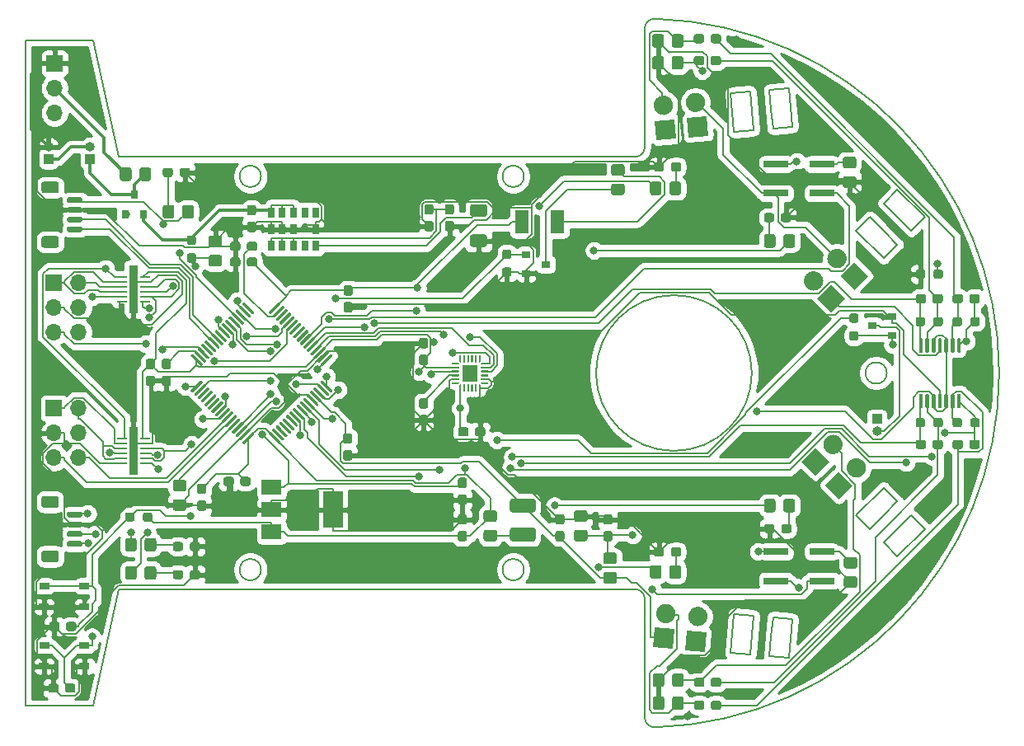
<source format=gtl>
%TF.GenerationSoftware,KiCad,Pcbnew,(5.1.7)-1*%
%TF.CreationDate,2021-12-05T02:20:20+09:00*%
%TF.ProjectId,Quatro,51756174-726f-42e6-9b69-6361645f7063,0*%
%TF.SameCoordinates,Original*%
%TF.FileFunction,Copper,L1,Top*%
%TF.FilePolarity,Positive*%
%FSLAX46Y46*%
G04 Gerber Fmt 4.6, Leading zero omitted, Abs format (unit mm)*
G04 Created by KiCad (PCBNEW (5.1.7)-1) date 2021-12-05 02:20:20*
%MOMM*%
%LPD*%
G01*
G04 APERTURE LIST*
%TA.AperFunction,Profile*%
%ADD10C,0.200000*%
%TD*%
%TA.AperFunction,SMDPad,CuDef*%
%ADD11C,0.100000*%
%TD*%
%TA.AperFunction,SMDPad,CuDef*%
%ADD12R,1.600000X1.750000*%
%TD*%
%TA.AperFunction,SMDPad,CuDef*%
%ADD13R,1.450000X2.400000*%
%TD*%
%TA.AperFunction,ComponentPad*%
%ADD14R,0.800000X1.100000*%
%TD*%
%TA.AperFunction,ComponentPad*%
%ADD15R,0.700000X1.100000*%
%TD*%
%TA.AperFunction,ComponentPad*%
%ADD16C,0.100000*%
%TD*%
%TA.AperFunction,ComponentPad*%
%ADD17R,1.000000X1.000000*%
%TD*%
%TA.AperFunction,ComponentPad*%
%ADD18O,1.000000X1.000000*%
%TD*%
%TA.AperFunction,ComponentPad*%
%ADD19R,1.700000X1.700000*%
%TD*%
%TA.AperFunction,ComponentPad*%
%ADD20O,1.700000X1.700000*%
%TD*%
%TA.AperFunction,SMDPad,CuDef*%
%ADD21R,0.800000X0.900000*%
%TD*%
%TA.AperFunction,SMDPad,CuDef*%
%ADD22R,0.900000X0.800000*%
%TD*%
%TA.AperFunction,SMDPad,CuDef*%
%ADD23R,1.050000X0.650000*%
%TD*%
%TA.AperFunction,SMDPad,CuDef*%
%ADD24R,2.000000X3.800000*%
%TD*%
%TA.AperFunction,SMDPad,CuDef*%
%ADD25R,2.000000X1.500000*%
%TD*%
%TA.AperFunction,SMDPad,CuDef*%
%ADD26R,2.500000X0.700000*%
%TD*%
%TA.AperFunction,SMDPad,CuDef*%
%ADD27R,0.900000X5.000000*%
%TD*%
%TA.AperFunction,ComponentPad*%
%ADD28C,0.600000*%
%TD*%
%TA.AperFunction,SMDPad,CuDef*%
%ADD29R,1.000000X0.280000*%
%TD*%
%TA.AperFunction,ViaPad*%
%ADD30C,0.800000*%
%TD*%
%TA.AperFunction,Conductor*%
%ADD31C,0.200000*%
%TD*%
%TA.AperFunction,Conductor*%
%ADD32C,0.300000*%
%TD*%
%TA.AperFunction,Conductor*%
%ADD33C,0.254000*%
%TD*%
%TA.AperFunction,Conductor*%
%ADD34C,0.100000*%
%TD*%
G04 APERTURE END LIST*
D10*
X170788838Y-58175084D02*
G75*
G02*
X170788843Y-130946030I-1028246J-36385473D01*
G01*
X169760594Y-71360558D02*
X169760594Y-59174685D01*
X110760595Y-60360557D02*
X113160593Y-60360557D01*
X157360593Y-114760556D02*
G75*
G03*
X157360593Y-114760556I-1100001J0D01*
G01*
X169760593Y-129946429D02*
X169760593Y-117760555D01*
X106160594Y-128760556D02*
X106160593Y-60360557D01*
X169760595Y-71360555D02*
G75*
G02*
X168760594Y-72360558I-1000002J-1D01*
G01*
X197128428Y-79950000D02*
X198542640Y-78535786D01*
X106160593Y-60360557D02*
X110760595Y-60360557D01*
X130360596Y-114760557D02*
G75*
G03*
X130360596Y-114760557I-1100001J0D01*
G01*
X195714214Y-78535787D02*
X197128428Y-79950000D01*
X194300000Y-77121573D02*
X195714214Y-78535787D01*
X180760595Y-94560557D02*
G75*
G03*
X180760595Y-94560557I-8000001J0D01*
G01*
X157360594Y-74360558D02*
G75*
G03*
X157360594Y-74360558I-1100001J0D01*
G01*
X130360597Y-74360557D02*
G75*
G03*
X130360597Y-74360557I-1100000J0D01*
G01*
X169760595Y-59174687D02*
G75*
G02*
X170788841Y-58175085I999999J2D01*
G01*
X170788842Y-130946030D02*
G75*
G02*
X169760593Y-129946429I-28249J999601D01*
G01*
X115760595Y-72360558D02*
X168760594Y-72360558D01*
X113160593Y-60360557D02*
X115760595Y-72360558D01*
X168760592Y-116760556D02*
G75*
G02*
X169760593Y-117760555I1J-1000000D01*
G01*
X113160595Y-128760558D02*
X106160594Y-128760556D01*
X115760595Y-116760556D02*
X113160595Y-128760558D01*
X168760593Y-116760556D02*
X115760595Y-116760556D01*
X195714214Y-107756901D02*
X194299999Y-106342687D01*
X180764400Y-67643148D02*
X180938710Y-69635540D01*
X184923487Y-69286914D02*
X184574865Y-65302137D01*
X182756788Y-67468837D02*
X182931100Y-69461226D01*
X182582477Y-65476446D02*
X182756788Y-67468837D01*
X194626591Y-94560557D02*
G75*
G03*
X194626591Y-94560557I-1099998J0D01*
G01*
X192885787Y-78535787D02*
X194300000Y-79950000D01*
X195714214Y-75707359D02*
X194300000Y-77121573D01*
X184574865Y-123818979D02*
X182582477Y-123644667D01*
X178946321Y-69809849D02*
X178597697Y-65825070D01*
X194300001Y-111999541D02*
X195714214Y-110585328D01*
X180938710Y-69635540D02*
X178946321Y-69809849D01*
X195714214Y-110585328D02*
X197128427Y-109171114D01*
X182931100Y-69461226D02*
X184923487Y-69286914D01*
X182931100Y-119659889D02*
X184923489Y-119834198D01*
X178597697Y-65825070D02*
X180590087Y-65650759D01*
X194300000Y-82778427D02*
X191471573Y-79950000D01*
X191471573Y-109171112D02*
X192885787Y-110585327D01*
X178597699Y-123296044D02*
X180590088Y-123470356D01*
X180938709Y-119485577D02*
X178946320Y-119311265D01*
X191471573Y-79950000D02*
X192885787Y-78535787D01*
X184923489Y-119834198D02*
X184574865Y-123818979D01*
X195714214Y-81364214D02*
X194300000Y-82778427D01*
X198542642Y-110585327D02*
X195714215Y-113413756D01*
X194299999Y-106342687D02*
X191471573Y-109171112D01*
X184574865Y-65302137D02*
X182582477Y-65476446D01*
X180590088Y-123470356D02*
X180764398Y-121477967D01*
X178946320Y-119311265D02*
X178597699Y-123296044D01*
X198542640Y-78535786D02*
X195714214Y-75707359D01*
X182582477Y-123644667D02*
X182756788Y-121652278D01*
X180764398Y-121477967D02*
X180938709Y-119485577D01*
X182756788Y-121652278D02*
X182931100Y-119659889D01*
X195714215Y-113413756D02*
X194300001Y-111999541D01*
X197128427Y-109171114D02*
X198542642Y-110585327D01*
X194300000Y-109171114D02*
X195714214Y-107756901D01*
X192885787Y-110585327D02*
X194300000Y-109171114D01*
X180590087Y-65650759D02*
X180764400Y-67643148D01*
X194300000Y-79950000D02*
X195714214Y-81364214D01*
%TA.AperFunction,SMDPad,CuDef*%
D11*
%TO.P,U6,1*%
%TO.N,N/C*%
G36*
X152919231Y-93346235D02*
G01*
X152916955Y-93353738D01*
X152913259Y-93360654D01*
X152908284Y-93366715D01*
X152811715Y-93463284D01*
X152805654Y-93468259D01*
X152798738Y-93471955D01*
X152791235Y-93474231D01*
X152783431Y-93475000D01*
X152760000Y-93475000D01*
X152752196Y-93474231D01*
X152744693Y-93471955D01*
X152737777Y-93468259D01*
X152731716Y-93463284D01*
X152726741Y-93457223D01*
X152723045Y-93450307D01*
X152720769Y-93442804D01*
X152720000Y-93435000D01*
X152720000Y-92765000D01*
X152720769Y-92757196D01*
X152723045Y-92749693D01*
X152726741Y-92742777D01*
X152731716Y-92736716D01*
X152737777Y-92731741D01*
X152744693Y-92728045D01*
X152752196Y-92725769D01*
X152760000Y-92725000D01*
X152880000Y-92725000D01*
X152887804Y-92725769D01*
X152895307Y-92728045D01*
X152902223Y-92731741D01*
X152908284Y-92736716D01*
X152913259Y-92742777D01*
X152916955Y-92749693D01*
X152919231Y-92757196D01*
X152920000Y-92765000D01*
X152920000Y-93338431D01*
X152919231Y-93346235D01*
G37*
%TD.AperFunction*%
%TO.P,U6,2*%
%TA.AperFunction,SMDPad,CuDef*%
G36*
G01*
X152370000Y-92725000D02*
X152470000Y-92725000D01*
G75*
G02*
X152520000Y-92775000I0J-50000D01*
G01*
X152520000Y-93425000D01*
G75*
G02*
X152470000Y-93475000I-50000J0D01*
G01*
X152370000Y-93475000D01*
G75*
G02*
X152320000Y-93425000I0J50000D01*
G01*
X152320000Y-92775000D01*
G75*
G02*
X152370000Y-92725000I50000J0D01*
G01*
G37*
%TD.AperFunction*%
%TO.P,U6,3*%
%TA.AperFunction,SMDPad,CuDef*%
G36*
G01*
X151970000Y-92725000D02*
X152070000Y-92725000D01*
G75*
G02*
X152120000Y-92775000I0J-50000D01*
G01*
X152120000Y-93425000D01*
G75*
G02*
X152070000Y-93475000I-50000J0D01*
G01*
X151970000Y-93475000D01*
G75*
G02*
X151920000Y-93425000I0J50000D01*
G01*
X151920000Y-92775000D01*
G75*
G02*
X151970000Y-92725000I50000J0D01*
G01*
G37*
%TD.AperFunction*%
%TO.P,U6,4*%
%TA.AperFunction,SMDPad,CuDef*%
G36*
G01*
X151570000Y-92725000D02*
X151670000Y-92725000D01*
G75*
G02*
X151720000Y-92775000I0J-50000D01*
G01*
X151720000Y-93425000D01*
G75*
G02*
X151670000Y-93475000I-50000J0D01*
G01*
X151570000Y-93475000D01*
G75*
G02*
X151520000Y-93425000I0J50000D01*
G01*
X151520000Y-92775000D01*
G75*
G02*
X151570000Y-92725000I50000J0D01*
G01*
G37*
%TD.AperFunction*%
%TO.P,U6,5*%
%TA.AperFunction,SMDPad,CuDef*%
G36*
G01*
X151170000Y-92725000D02*
X151270000Y-92725000D01*
G75*
G02*
X151320000Y-92775000I0J-50000D01*
G01*
X151320000Y-93425000D01*
G75*
G02*
X151270000Y-93475000I-50000J0D01*
G01*
X151170000Y-93475000D01*
G75*
G02*
X151120000Y-93425000I0J50000D01*
G01*
X151120000Y-92775000D01*
G75*
G02*
X151170000Y-92725000I50000J0D01*
G01*
G37*
%TD.AperFunction*%
%TA.AperFunction,SMDPad,CuDef*%
%TO.P,U6,6*%
G36*
X150919231Y-93442804D02*
G01*
X150916955Y-93450307D01*
X150913259Y-93457223D01*
X150908284Y-93463284D01*
X150902223Y-93468259D01*
X150895307Y-93471955D01*
X150887804Y-93474231D01*
X150880000Y-93475000D01*
X150856569Y-93475000D01*
X150848765Y-93474231D01*
X150841262Y-93471955D01*
X150834346Y-93468259D01*
X150828285Y-93463284D01*
X150731716Y-93366715D01*
X150726741Y-93360654D01*
X150723045Y-93353738D01*
X150720769Y-93346235D01*
X150720000Y-93338431D01*
X150720000Y-92765000D01*
X150720769Y-92757196D01*
X150723045Y-92749693D01*
X150726741Y-92742777D01*
X150731716Y-92736716D01*
X150737777Y-92731741D01*
X150744693Y-92728045D01*
X150752196Y-92725769D01*
X150760000Y-92725000D01*
X150880000Y-92725000D01*
X150887804Y-92725769D01*
X150895307Y-92728045D01*
X150902223Y-92731741D01*
X150908284Y-92736716D01*
X150913259Y-92742777D01*
X150916955Y-92749693D01*
X150919231Y-92757196D01*
X150920000Y-92765000D01*
X150920000Y-93435000D01*
X150919231Y-93442804D01*
G37*
%TD.AperFunction*%
%TA.AperFunction,SMDPad,CuDef*%
%TO.P,U6,7*%
%TO.N,Net-(U6-Pad7)*%
G36*
X150694231Y-93667804D02*
G01*
X150691955Y-93675307D01*
X150688259Y-93682223D01*
X150683284Y-93688284D01*
X150677223Y-93693259D01*
X150670307Y-93696955D01*
X150662804Y-93699231D01*
X150655000Y-93700000D01*
X149985000Y-93700000D01*
X149977196Y-93699231D01*
X149969693Y-93696955D01*
X149962777Y-93693259D01*
X149956716Y-93688284D01*
X149951741Y-93682223D01*
X149948045Y-93675307D01*
X149945769Y-93667804D01*
X149945000Y-93660000D01*
X149945000Y-93540000D01*
X149945769Y-93532196D01*
X149948045Y-93524693D01*
X149951741Y-93517777D01*
X149956716Y-93511716D01*
X149962777Y-93506741D01*
X149969693Y-93503045D01*
X149977196Y-93500769D01*
X149985000Y-93500000D01*
X150558431Y-93500000D01*
X150566235Y-93500769D01*
X150573738Y-93503045D01*
X150580654Y-93506741D01*
X150586715Y-93511716D01*
X150683284Y-93608285D01*
X150688259Y-93614346D01*
X150691955Y-93621262D01*
X150694231Y-93628765D01*
X150695000Y-93636569D01*
X150695000Y-93660000D01*
X150694231Y-93667804D01*
G37*
%TD.AperFunction*%
%TO.P,U6,8*%
%TO.N,+3V3*%
%TA.AperFunction,SMDPad,CuDef*%
G36*
G01*
X149995000Y-93900000D02*
X150645000Y-93900000D01*
G75*
G02*
X150695000Y-93950000I0J-50000D01*
G01*
X150695000Y-94050000D01*
G75*
G02*
X150645000Y-94100000I-50000J0D01*
G01*
X149995000Y-94100000D01*
G75*
G02*
X149945000Y-94050000I0J50000D01*
G01*
X149945000Y-93950000D01*
G75*
G02*
X149995000Y-93900000I50000J0D01*
G01*
G37*
%TD.AperFunction*%
%TO.P,U6,9*%
%TO.N,SPI_MISO*%
%TA.AperFunction,SMDPad,CuDef*%
G36*
G01*
X149995000Y-94300000D02*
X150645000Y-94300000D01*
G75*
G02*
X150695000Y-94350000I0J-50000D01*
G01*
X150695000Y-94450000D01*
G75*
G02*
X150645000Y-94500000I-50000J0D01*
G01*
X149995000Y-94500000D01*
G75*
G02*
X149945000Y-94450000I0J50000D01*
G01*
X149945000Y-94350000D01*
G75*
G02*
X149995000Y-94300000I50000J0D01*
G01*
G37*
%TD.AperFunction*%
%TO.P,U6,10*%
%TO.N,Net-(C9-Pad1)*%
%TA.AperFunction,SMDPad,CuDef*%
G36*
G01*
X149995000Y-94700000D02*
X150645000Y-94700000D01*
G75*
G02*
X150695000Y-94750000I0J-50000D01*
G01*
X150695000Y-94850000D01*
G75*
G02*
X150645000Y-94900000I-50000J0D01*
G01*
X149995000Y-94900000D01*
G75*
G02*
X149945000Y-94850000I0J50000D01*
G01*
X149945000Y-94750000D01*
G75*
G02*
X149995000Y-94700000I50000J0D01*
G01*
G37*
%TD.AperFunction*%
%TO.P,U6,11*%
%TO.N,GND*%
%TA.AperFunction,SMDPad,CuDef*%
G36*
G01*
X149995000Y-95100000D02*
X150645000Y-95100000D01*
G75*
G02*
X150695000Y-95150000I0J-50000D01*
G01*
X150695000Y-95250000D01*
G75*
G02*
X150645000Y-95300000I-50000J0D01*
G01*
X149995000Y-95300000D01*
G75*
G02*
X149945000Y-95250000I0J50000D01*
G01*
X149945000Y-95150000D01*
G75*
G02*
X149995000Y-95100000I50000J0D01*
G01*
G37*
%TD.AperFunction*%
%TA.AperFunction,SMDPad,CuDef*%
%TO.P,U6,12*%
%TO.N,Net-(U6-Pad12)*%
G36*
X150694231Y-95571235D02*
G01*
X150691955Y-95578738D01*
X150688259Y-95585654D01*
X150683284Y-95591715D01*
X150586715Y-95688284D01*
X150580654Y-95693259D01*
X150573738Y-95696955D01*
X150566235Y-95699231D01*
X150558431Y-95700000D01*
X149985000Y-95700000D01*
X149977196Y-95699231D01*
X149969693Y-95696955D01*
X149962777Y-95693259D01*
X149956716Y-95688284D01*
X149951741Y-95682223D01*
X149948045Y-95675307D01*
X149945769Y-95667804D01*
X149945000Y-95660000D01*
X149945000Y-95540000D01*
X149945769Y-95532196D01*
X149948045Y-95524693D01*
X149951741Y-95517777D01*
X149956716Y-95511716D01*
X149962777Y-95506741D01*
X149969693Y-95503045D01*
X149977196Y-95500769D01*
X149985000Y-95500000D01*
X150655000Y-95500000D01*
X150662804Y-95500769D01*
X150670307Y-95503045D01*
X150677223Y-95506741D01*
X150683284Y-95511716D01*
X150688259Y-95517777D01*
X150691955Y-95524693D01*
X150694231Y-95532196D01*
X150695000Y-95540000D01*
X150695000Y-95563431D01*
X150694231Y-95571235D01*
G37*
%TD.AperFunction*%
%TA.AperFunction,SMDPad,CuDef*%
%TO.P,U6,13*%
%TO.N,+3V3*%
G36*
X150919231Y-96442804D02*
G01*
X150916955Y-96450307D01*
X150913259Y-96457223D01*
X150908284Y-96463284D01*
X150902223Y-96468259D01*
X150895307Y-96471955D01*
X150887804Y-96474231D01*
X150880000Y-96475000D01*
X150760000Y-96475000D01*
X150752196Y-96474231D01*
X150744693Y-96471955D01*
X150737777Y-96468259D01*
X150731716Y-96463284D01*
X150726741Y-96457223D01*
X150723045Y-96450307D01*
X150720769Y-96442804D01*
X150720000Y-96435000D01*
X150720000Y-95861569D01*
X150720769Y-95853765D01*
X150723045Y-95846262D01*
X150726741Y-95839346D01*
X150731716Y-95833285D01*
X150828285Y-95736716D01*
X150834346Y-95731741D01*
X150841262Y-95728045D01*
X150848765Y-95725769D01*
X150856569Y-95725000D01*
X150880000Y-95725000D01*
X150887804Y-95725769D01*
X150895307Y-95728045D01*
X150902223Y-95731741D01*
X150908284Y-95736716D01*
X150913259Y-95742777D01*
X150916955Y-95749693D01*
X150919231Y-95757196D01*
X150920000Y-95765000D01*
X150920000Y-96435000D01*
X150919231Y-96442804D01*
G37*
%TD.AperFunction*%
%TO.P,U6,14*%
%TO.N,N/C*%
%TA.AperFunction,SMDPad,CuDef*%
G36*
G01*
X151170000Y-95725000D02*
X151270000Y-95725000D01*
G75*
G02*
X151320000Y-95775000I0J-50000D01*
G01*
X151320000Y-96425000D01*
G75*
G02*
X151270000Y-96475000I-50000J0D01*
G01*
X151170000Y-96475000D01*
G75*
G02*
X151120000Y-96425000I0J50000D01*
G01*
X151120000Y-95775000D01*
G75*
G02*
X151170000Y-95725000I50000J0D01*
G01*
G37*
%TD.AperFunction*%
%TO.P,U6,15*%
%TA.AperFunction,SMDPad,CuDef*%
G36*
G01*
X151570000Y-95725000D02*
X151670000Y-95725000D01*
G75*
G02*
X151720000Y-95775000I0J-50000D01*
G01*
X151720000Y-96425000D01*
G75*
G02*
X151670000Y-96475000I-50000J0D01*
G01*
X151570000Y-96475000D01*
G75*
G02*
X151520000Y-96425000I0J50000D01*
G01*
X151520000Y-95775000D01*
G75*
G02*
X151570000Y-95725000I50000J0D01*
G01*
G37*
%TD.AperFunction*%
%TO.P,U6,16*%
%TA.AperFunction,SMDPad,CuDef*%
G36*
G01*
X151970000Y-95725000D02*
X152070000Y-95725000D01*
G75*
G02*
X152120000Y-95775000I0J-50000D01*
G01*
X152120000Y-96425000D01*
G75*
G02*
X152070000Y-96475000I-50000J0D01*
G01*
X151970000Y-96475000D01*
G75*
G02*
X151920000Y-96425000I0J50000D01*
G01*
X151920000Y-95775000D01*
G75*
G02*
X151970000Y-95725000I50000J0D01*
G01*
G37*
%TD.AperFunction*%
%TO.P,U6,17*%
%TA.AperFunction,SMDPad,CuDef*%
G36*
G01*
X152370000Y-95725000D02*
X152470000Y-95725000D01*
G75*
G02*
X152520000Y-95775000I0J-50000D01*
G01*
X152520000Y-96425000D01*
G75*
G02*
X152470000Y-96475000I-50000J0D01*
G01*
X152370000Y-96475000D01*
G75*
G02*
X152320000Y-96425000I0J50000D01*
G01*
X152320000Y-95775000D01*
G75*
G02*
X152370000Y-95725000I50000J0D01*
G01*
G37*
%TD.AperFunction*%
%TA.AperFunction,SMDPad,CuDef*%
%TO.P,U6,18*%
%TO.N,GND*%
G36*
X152919231Y-96442804D02*
G01*
X152916955Y-96450307D01*
X152913259Y-96457223D01*
X152908284Y-96463284D01*
X152902223Y-96468259D01*
X152895307Y-96471955D01*
X152887804Y-96474231D01*
X152880000Y-96475000D01*
X152760000Y-96475000D01*
X152752196Y-96474231D01*
X152744693Y-96471955D01*
X152737777Y-96468259D01*
X152731716Y-96463284D01*
X152726741Y-96457223D01*
X152723045Y-96450307D01*
X152720769Y-96442804D01*
X152720000Y-96435000D01*
X152720000Y-95765000D01*
X152720769Y-95757196D01*
X152723045Y-95749693D01*
X152726741Y-95742777D01*
X152731716Y-95736716D01*
X152737777Y-95731741D01*
X152744693Y-95728045D01*
X152752196Y-95725769D01*
X152760000Y-95725000D01*
X152783431Y-95725000D01*
X152791235Y-95725769D01*
X152798738Y-95728045D01*
X152805654Y-95731741D01*
X152811715Y-95736716D01*
X152908284Y-95833285D01*
X152913259Y-95839346D01*
X152916955Y-95846262D01*
X152919231Y-95853765D01*
X152920000Y-95861569D01*
X152920000Y-96435000D01*
X152919231Y-96442804D01*
G37*
%TD.AperFunction*%
%TA.AperFunction,SMDPad,CuDef*%
%TO.P,U6,19*%
%TO.N,N/C*%
G36*
X153694231Y-95667804D02*
G01*
X153691955Y-95675307D01*
X153688259Y-95682223D01*
X153683284Y-95688284D01*
X153677223Y-95693259D01*
X153670307Y-95696955D01*
X153662804Y-95699231D01*
X153655000Y-95700000D01*
X153081569Y-95700000D01*
X153073765Y-95699231D01*
X153066262Y-95696955D01*
X153059346Y-95693259D01*
X153053285Y-95688284D01*
X152956716Y-95591715D01*
X152951741Y-95585654D01*
X152948045Y-95578738D01*
X152945769Y-95571235D01*
X152945000Y-95563431D01*
X152945000Y-95540000D01*
X152945769Y-95532196D01*
X152948045Y-95524693D01*
X152951741Y-95517777D01*
X152956716Y-95511716D01*
X152962777Y-95506741D01*
X152969693Y-95503045D01*
X152977196Y-95500769D01*
X152985000Y-95500000D01*
X153655000Y-95500000D01*
X153662804Y-95500769D01*
X153670307Y-95503045D01*
X153677223Y-95506741D01*
X153683284Y-95511716D01*
X153688259Y-95517777D01*
X153691955Y-95524693D01*
X153694231Y-95532196D01*
X153695000Y-95540000D01*
X153695000Y-95660000D01*
X153694231Y-95667804D01*
G37*
%TD.AperFunction*%
%TO.P,U6,20*%
%TO.N,GND*%
%TA.AperFunction,SMDPad,CuDef*%
G36*
G01*
X152995000Y-95100000D02*
X153645000Y-95100000D01*
G75*
G02*
X153695000Y-95150000I0J-50000D01*
G01*
X153695000Y-95250000D01*
G75*
G02*
X153645000Y-95300000I-50000J0D01*
G01*
X152995000Y-95300000D01*
G75*
G02*
X152945000Y-95250000I0J50000D01*
G01*
X152945000Y-95150000D01*
G75*
G02*
X152995000Y-95100000I50000J0D01*
G01*
G37*
%TD.AperFunction*%
%TO.P,U6,21*%
%TO.N,Net-(U6-Pad21)*%
%TA.AperFunction,SMDPad,CuDef*%
G36*
G01*
X152995000Y-94700000D02*
X153645000Y-94700000D01*
G75*
G02*
X153695000Y-94750000I0J-50000D01*
G01*
X153695000Y-94850000D01*
G75*
G02*
X153645000Y-94900000I-50000J0D01*
G01*
X152995000Y-94900000D01*
G75*
G02*
X152945000Y-94850000I0J50000D01*
G01*
X152945000Y-94750000D01*
G75*
G02*
X152995000Y-94700000I50000J0D01*
G01*
G37*
%TD.AperFunction*%
%TO.P,U6,22*%
%TO.N,SPI_CS*%
%TA.AperFunction,SMDPad,CuDef*%
G36*
G01*
X152995000Y-94300000D02*
X153645000Y-94300000D01*
G75*
G02*
X153695000Y-94350000I0J-50000D01*
G01*
X153695000Y-94450000D01*
G75*
G02*
X153645000Y-94500000I-50000J0D01*
G01*
X152995000Y-94500000D01*
G75*
G02*
X152945000Y-94450000I0J50000D01*
G01*
X152945000Y-94350000D01*
G75*
G02*
X152995000Y-94300000I50000J0D01*
G01*
G37*
%TD.AperFunction*%
%TO.P,U6,23*%
%TO.N,SPI_SCK*%
%TA.AperFunction,SMDPad,CuDef*%
G36*
G01*
X152995000Y-93900000D02*
X153645000Y-93900000D01*
G75*
G02*
X153695000Y-93950000I0J-50000D01*
G01*
X153695000Y-94050000D01*
G75*
G02*
X153645000Y-94100000I-50000J0D01*
G01*
X152995000Y-94100000D01*
G75*
G02*
X152945000Y-94050000I0J50000D01*
G01*
X152945000Y-93950000D01*
G75*
G02*
X152995000Y-93900000I50000J0D01*
G01*
G37*
%TD.AperFunction*%
%TA.AperFunction,SMDPad,CuDef*%
%TO.P,U6,24*%
%TO.N,SPI_MOSI*%
G36*
X153694231Y-93667804D02*
G01*
X153691955Y-93675307D01*
X153688259Y-93682223D01*
X153683284Y-93688284D01*
X153677223Y-93693259D01*
X153670307Y-93696955D01*
X153662804Y-93699231D01*
X153655000Y-93700000D01*
X152985000Y-93700000D01*
X152977196Y-93699231D01*
X152969693Y-93696955D01*
X152962777Y-93693259D01*
X152956716Y-93688284D01*
X152951741Y-93682223D01*
X152948045Y-93675307D01*
X152945769Y-93667804D01*
X152945000Y-93660000D01*
X152945000Y-93636569D01*
X152945769Y-93628765D01*
X152948045Y-93621262D01*
X152951741Y-93614346D01*
X152956716Y-93608285D01*
X153053285Y-93511716D01*
X153059346Y-93506741D01*
X153066262Y-93503045D01*
X153073765Y-93500769D01*
X153081569Y-93500000D01*
X153655000Y-93500000D01*
X153662804Y-93500769D01*
X153670307Y-93503045D01*
X153677223Y-93506741D01*
X153683284Y-93511716D01*
X153688259Y-93517777D01*
X153691955Y-93524693D01*
X153694231Y-93532196D01*
X153695000Y-93540000D01*
X153695000Y-93660000D01*
X153694231Y-93667804D01*
G37*
%TD.AperFunction*%
D12*
%TO.P,U6,25*%
%TO.N,N/C*%
X151820000Y-94600000D03*
%TD*%
D13*
%TO.P,SP1,1*%
%TO.N,+3V3*%
X157150000Y-79008400D03*
%TO.P,SP1,2*%
%TO.N,Net-(R28-Pad1)*%
X160800000Y-79008400D03*
%TD*%
D14*
%TO.P,U5,9*%
%TO.N,+5V*%
X133700000Y-81500000D03*
%TO.P,U5,13*%
%TO.N,GND*%
X133700000Y-79800000D03*
%TO.P,U5,3*%
%TO.N,+BATT*%
X133700000Y-78100000D03*
D15*
%TO.P,U5,7*%
%TO.N,+5V*%
X131450000Y-81500000D03*
%TO.P,U5,8*%
X132550000Y-81500000D03*
%TO.P,U5,10*%
%TO.N,Net-(U5-Pad10)*%
X134850000Y-81500000D03*
%TO.P,U5,11*%
%TO.N,Net-(R15-Pad1)*%
X135950000Y-81500000D03*
%TO.P,U5,6*%
%TO.N,GND*%
X131450000Y-79800000D03*
%TO.P,U5,14*%
X132550000Y-79800000D03*
%TO.P,U5,12*%
X135950000Y-79800000D03*
%TO.P,U5,5*%
%TO.N,+BATT*%
X131450000Y-78100000D03*
%TO.P,U5,4*%
X132550000Y-78100000D03*
%TO.P,U5,2*%
%TO.N,Net-(U5-Pad2)*%
X134850000Y-78100000D03*
%TO.P,U5,1*%
%TO.N,+BATT*%
X135950000Y-78100000D03*
%TD*%
%TO.P,22p1,1*%
%TO.N,Net-(22p1-Pad1)*%
%TA.AperFunction,SMDPad,CuDef*%
G36*
G01*
X201370000Y-87167500D02*
X201370000Y-86692500D01*
G75*
G02*
X201607500Y-86455000I237500J0D01*
G01*
X202207500Y-86455000D01*
G75*
G02*
X202445000Y-86692500I0J-237500D01*
G01*
X202445000Y-87167500D01*
G75*
G02*
X202207500Y-87405000I-237500J0D01*
G01*
X201607500Y-87405000D01*
G75*
G02*
X201370000Y-87167500I0J237500D01*
G01*
G37*
%TD.AperFunction*%
%TO.P,22p1,2*%
%TO.N,IR_BL*%
%TA.AperFunction,SMDPad,CuDef*%
G36*
G01*
X203095000Y-87167500D02*
X203095000Y-86692500D01*
G75*
G02*
X203332500Y-86455000I237500J0D01*
G01*
X203932500Y-86455000D01*
G75*
G02*
X204170000Y-86692500I0J-237500D01*
G01*
X204170000Y-87167500D01*
G75*
G02*
X203932500Y-87405000I-237500J0D01*
G01*
X203332500Y-87405000D01*
G75*
G02*
X203095000Y-87167500I0J237500D01*
G01*
G37*
%TD.AperFunction*%
%TD*%
%TO.P,22p2,1*%
%TO.N,Net-(22p2-Pad1)*%
%TA.AperFunction,SMDPad,CuDef*%
G36*
G01*
X200380000Y-86692500D02*
X200380000Y-87167500D01*
G75*
G02*
X200142500Y-87405000I-237500J0D01*
G01*
X199542500Y-87405000D01*
G75*
G02*
X199305000Y-87167500I0J237500D01*
G01*
X199305000Y-86692500D01*
G75*
G02*
X199542500Y-86455000I237500J0D01*
G01*
X200142500Y-86455000D01*
G75*
G02*
X200380000Y-86692500I0J-237500D01*
G01*
G37*
%TD.AperFunction*%
%TO.P,22p2,2*%
%TO.N,IR_FL*%
%TA.AperFunction,SMDPad,CuDef*%
G36*
G01*
X198655000Y-86692500D02*
X198655000Y-87167500D01*
G75*
G02*
X198417500Y-87405000I-237500J0D01*
G01*
X197817500Y-87405000D01*
G75*
G02*
X197580000Y-87167500I0J237500D01*
G01*
X197580000Y-86692500D01*
G75*
G02*
X197817500Y-86455000I237500J0D01*
G01*
X198417500Y-86455000D01*
G75*
G02*
X198655000Y-86692500I0J-237500D01*
G01*
G37*
%TD.AperFunction*%
%TD*%
%TO.P,22p3,1*%
%TO.N,Net-(22p3-Pad1)*%
%TA.AperFunction,SMDPad,CuDef*%
G36*
G01*
X200380000Y-101662500D02*
X200380000Y-102137500D01*
G75*
G02*
X200142500Y-102375000I-237500J0D01*
G01*
X199542500Y-102375000D01*
G75*
G02*
X199305000Y-102137500I0J237500D01*
G01*
X199305000Y-101662500D01*
G75*
G02*
X199542500Y-101425000I237500J0D01*
G01*
X200142500Y-101425000D01*
G75*
G02*
X200380000Y-101662500I0J-237500D01*
G01*
G37*
%TD.AperFunction*%
%TO.P,22p3,2*%
%TO.N,IR_FR*%
%TA.AperFunction,SMDPad,CuDef*%
G36*
G01*
X198655000Y-101662500D02*
X198655000Y-102137500D01*
G75*
G02*
X198417500Y-102375000I-237500J0D01*
G01*
X197817500Y-102375000D01*
G75*
G02*
X197580000Y-102137500I0J237500D01*
G01*
X197580000Y-101662500D01*
G75*
G02*
X197817500Y-101425000I237500J0D01*
G01*
X198417500Y-101425000D01*
G75*
G02*
X198655000Y-101662500I0J-237500D01*
G01*
G37*
%TD.AperFunction*%
%TD*%
%TO.P,22p4,2*%
%TO.N,IR_BR*%
%TA.AperFunction,SMDPad,CuDef*%
G36*
G01*
X203095000Y-102137500D02*
X203095000Y-101662500D01*
G75*
G02*
X203332500Y-101425000I237500J0D01*
G01*
X203932500Y-101425000D01*
G75*
G02*
X204170000Y-101662500I0J-237500D01*
G01*
X204170000Y-102137500D01*
G75*
G02*
X203932500Y-102375000I-237500J0D01*
G01*
X203332500Y-102375000D01*
G75*
G02*
X203095000Y-102137500I0J237500D01*
G01*
G37*
%TD.AperFunction*%
%TO.P,22p4,1*%
%TO.N,Net-(22p4-Pad1)*%
%TA.AperFunction,SMDPad,CuDef*%
G36*
G01*
X201370000Y-102137500D02*
X201370000Y-101662500D01*
G75*
G02*
X201607500Y-101425000I237500J0D01*
G01*
X202207500Y-101425000D01*
G75*
G02*
X202445000Y-101662500I0J-237500D01*
G01*
X202445000Y-102137500D01*
G75*
G02*
X202207500Y-102375000I-237500J0D01*
G01*
X201607500Y-102375000D01*
G75*
G02*
X201370000Y-102137500I0J237500D01*
G01*
G37*
%TD.AperFunction*%
%TD*%
%TO.P,C1,2*%
%TO.N,Net-(C1-Pad2)*%
%TA.AperFunction,SMDPad,CuDef*%
G36*
G01*
X175875000Y-59982500D02*
X175875000Y-60457500D01*
G75*
G02*
X175637500Y-60695000I-237500J0D01*
G01*
X175037500Y-60695000D01*
G75*
G02*
X174800000Y-60457500I0J237500D01*
G01*
X174800000Y-59982500D01*
G75*
G02*
X175037500Y-59745000I237500J0D01*
G01*
X175637500Y-59745000D01*
G75*
G02*
X175875000Y-59982500I0J-237500D01*
G01*
G37*
%TD.AperFunction*%
%TO.P,C1,1*%
%TO.N,Net-(22p1-Pad1)*%
%TA.AperFunction,SMDPad,CuDef*%
G36*
G01*
X177600000Y-59982500D02*
X177600000Y-60457500D01*
G75*
G02*
X177362500Y-60695000I-237500J0D01*
G01*
X176762500Y-60695000D01*
G75*
G02*
X176525000Y-60457500I0J237500D01*
G01*
X176525000Y-59982500D01*
G75*
G02*
X176762500Y-59745000I237500J0D01*
G01*
X177362500Y-59745000D01*
G75*
G02*
X177600000Y-59982500I0J-237500D01*
G01*
G37*
%TD.AperFunction*%
%TD*%
%TO.P,C2,2*%
%TO.N,Net-(C2-Pad2)*%
%TA.AperFunction,SMDPad,CuDef*%
G36*
G01*
X175875000Y-62242500D02*
X175875000Y-62717500D01*
G75*
G02*
X175637500Y-62955000I-237500J0D01*
G01*
X175037500Y-62955000D01*
G75*
G02*
X174800000Y-62717500I0J237500D01*
G01*
X174800000Y-62242500D01*
G75*
G02*
X175037500Y-62005000I237500J0D01*
G01*
X175637500Y-62005000D01*
G75*
G02*
X175875000Y-62242500I0J-237500D01*
G01*
G37*
%TD.AperFunction*%
%TO.P,C2,1*%
%TO.N,Net-(22p2-Pad1)*%
%TA.AperFunction,SMDPad,CuDef*%
G36*
G01*
X177600000Y-62242500D02*
X177600000Y-62717500D01*
G75*
G02*
X177362500Y-62955000I-237500J0D01*
G01*
X176762500Y-62955000D01*
G75*
G02*
X176525000Y-62717500I0J237500D01*
G01*
X176525000Y-62242500D01*
G75*
G02*
X176762500Y-62005000I237500J0D01*
G01*
X177362500Y-62005000D01*
G75*
G02*
X177600000Y-62242500I0J-237500D01*
G01*
G37*
%TD.AperFunction*%
%TD*%
%TO.P,C3,2*%
%TO.N,Net-(C3-Pad2)*%
%TA.AperFunction,SMDPad,CuDef*%
G36*
G01*
X175895000Y-126092500D02*
X175895000Y-126567500D01*
G75*
G02*
X175657500Y-126805000I-237500J0D01*
G01*
X175057500Y-126805000D01*
G75*
G02*
X174820000Y-126567500I0J237500D01*
G01*
X174820000Y-126092500D01*
G75*
G02*
X175057500Y-125855000I237500J0D01*
G01*
X175657500Y-125855000D01*
G75*
G02*
X175895000Y-126092500I0J-237500D01*
G01*
G37*
%TD.AperFunction*%
%TO.P,C3,1*%
%TO.N,Net-(22p3-Pad1)*%
%TA.AperFunction,SMDPad,CuDef*%
G36*
G01*
X177620000Y-126092500D02*
X177620000Y-126567500D01*
G75*
G02*
X177382500Y-126805000I-237500J0D01*
G01*
X176782500Y-126805000D01*
G75*
G02*
X176545000Y-126567500I0J237500D01*
G01*
X176545000Y-126092500D01*
G75*
G02*
X176782500Y-125855000I237500J0D01*
G01*
X177382500Y-125855000D01*
G75*
G02*
X177620000Y-126092500I0J-237500D01*
G01*
G37*
%TD.AperFunction*%
%TD*%
%TO.P,C4,2*%
%TO.N,Net-(C4-Pad2)*%
%TA.AperFunction,SMDPad,CuDef*%
G36*
G01*
X175895000Y-128452500D02*
X175895000Y-128927500D01*
G75*
G02*
X175657500Y-129165000I-237500J0D01*
G01*
X175057500Y-129165000D01*
G75*
G02*
X174820000Y-128927500I0J237500D01*
G01*
X174820000Y-128452500D01*
G75*
G02*
X175057500Y-128215000I237500J0D01*
G01*
X175657500Y-128215000D01*
G75*
G02*
X175895000Y-128452500I0J-237500D01*
G01*
G37*
%TD.AperFunction*%
%TO.P,C4,1*%
%TO.N,Net-(22p4-Pad1)*%
%TA.AperFunction,SMDPad,CuDef*%
G36*
G01*
X177620000Y-128452500D02*
X177620000Y-128927500D01*
G75*
G02*
X177382500Y-129165000I-237500J0D01*
G01*
X176782500Y-129165000D01*
G75*
G02*
X176545000Y-128927500I0J237500D01*
G01*
X176545000Y-128452500D01*
G75*
G02*
X176782500Y-128215000I237500J0D01*
G01*
X177382500Y-128215000D01*
G75*
G02*
X177620000Y-128452500I0J-237500D01*
G01*
G37*
%TD.AperFunction*%
%TD*%
%TO.P,C5,1*%
%TO.N,+5V*%
%TA.AperFunction,SMDPad,CuDef*%
G36*
G01*
X150802500Y-105310000D02*
X151277500Y-105310000D01*
G75*
G02*
X151515000Y-105547500I0J-237500D01*
G01*
X151515000Y-106147500D01*
G75*
G02*
X151277500Y-106385000I-237500J0D01*
G01*
X150802500Y-106385000D01*
G75*
G02*
X150565000Y-106147500I0J237500D01*
G01*
X150565000Y-105547500D01*
G75*
G02*
X150802500Y-105310000I237500J0D01*
G01*
G37*
%TD.AperFunction*%
%TO.P,C5,2*%
%TO.N,GND*%
%TA.AperFunction,SMDPad,CuDef*%
G36*
G01*
X150802500Y-107035000D02*
X151277500Y-107035000D01*
G75*
G02*
X151515000Y-107272500I0J-237500D01*
G01*
X151515000Y-107872500D01*
G75*
G02*
X151277500Y-108110000I-237500J0D01*
G01*
X150802500Y-108110000D01*
G75*
G02*
X150565000Y-107872500I0J237500D01*
G01*
X150565000Y-107272500D01*
G75*
G02*
X150802500Y-107035000I237500J0D01*
G01*
G37*
%TD.AperFunction*%
%TD*%
%TO.P,C6,2*%
%TO.N,GND*%
%TA.AperFunction,SMDPad,CuDef*%
G36*
G01*
X152325000Y-100837500D02*
X152325000Y-100362500D01*
G75*
G02*
X152562500Y-100125000I237500J0D01*
G01*
X153162500Y-100125000D01*
G75*
G02*
X153400000Y-100362500I0J-237500D01*
G01*
X153400000Y-100837500D01*
G75*
G02*
X153162500Y-101075000I-237500J0D01*
G01*
X152562500Y-101075000D01*
G75*
G02*
X152325000Y-100837500I0J237500D01*
G01*
G37*
%TD.AperFunction*%
%TO.P,C6,1*%
%TO.N,+3V3*%
%TA.AperFunction,SMDPad,CuDef*%
G36*
G01*
X150600000Y-100837500D02*
X150600000Y-100362500D01*
G75*
G02*
X150837500Y-100125000I237500J0D01*
G01*
X151437500Y-100125000D01*
G75*
G02*
X151675000Y-100362500I0J-237500D01*
G01*
X151675000Y-100837500D01*
G75*
G02*
X151437500Y-101075000I-237500J0D01*
G01*
X150837500Y-101075000D01*
G75*
G02*
X150600000Y-100837500I0J237500D01*
G01*
G37*
%TD.AperFunction*%
%TD*%
%TO.P,C7,1*%
%TO.N,+3V3*%
%TA.AperFunction,SMDPad,CuDef*%
G36*
G01*
X147287500Y-93750000D02*
X146812500Y-93750000D01*
G75*
G02*
X146575000Y-93512500I0J237500D01*
G01*
X146575000Y-92912500D01*
G75*
G02*
X146812500Y-92675000I237500J0D01*
G01*
X147287500Y-92675000D01*
G75*
G02*
X147525000Y-92912500I0J-237500D01*
G01*
X147525000Y-93512500D01*
G75*
G02*
X147287500Y-93750000I-237500J0D01*
G01*
G37*
%TD.AperFunction*%
%TO.P,C7,2*%
%TO.N,GND*%
%TA.AperFunction,SMDPad,CuDef*%
G36*
G01*
X147287500Y-92025000D02*
X146812500Y-92025000D01*
G75*
G02*
X146575000Y-91787500I0J237500D01*
G01*
X146575000Y-91187500D01*
G75*
G02*
X146812500Y-90950000I237500J0D01*
G01*
X147287500Y-90950000D01*
G75*
G02*
X147525000Y-91187500I0J-237500D01*
G01*
X147525000Y-91787500D01*
G75*
G02*
X147287500Y-92025000I-237500J0D01*
G01*
G37*
%TD.AperFunction*%
%TD*%
%TO.P,C8,1*%
%TO.N,+BATT*%
%TA.AperFunction,SMDPad,CuDef*%
G36*
G01*
X129162500Y-77300000D02*
X129637500Y-77300000D01*
G75*
G02*
X129875000Y-77537500I0J-237500D01*
G01*
X129875000Y-78137500D01*
G75*
G02*
X129637500Y-78375000I-237500J0D01*
G01*
X129162500Y-78375000D01*
G75*
G02*
X128925000Y-78137500I0J237500D01*
G01*
X128925000Y-77537500D01*
G75*
G02*
X129162500Y-77300000I237500J0D01*
G01*
G37*
%TD.AperFunction*%
%TO.P,C8,2*%
%TO.N,GND*%
%TA.AperFunction,SMDPad,CuDef*%
G36*
G01*
X129162500Y-79025000D02*
X129637500Y-79025000D01*
G75*
G02*
X129875000Y-79262500I0J-237500D01*
G01*
X129875000Y-79862500D01*
G75*
G02*
X129637500Y-80100000I-237500J0D01*
G01*
X129162500Y-80100000D01*
G75*
G02*
X128925000Y-79862500I0J237500D01*
G01*
X128925000Y-79262500D01*
G75*
G02*
X129162500Y-79025000I237500J0D01*
G01*
G37*
%TD.AperFunction*%
%TD*%
%TO.P,C9,2*%
%TO.N,GND*%
%TA.AperFunction,SMDPad,CuDef*%
G36*
G01*
X146812500Y-98875000D02*
X147287500Y-98875000D01*
G75*
G02*
X147525000Y-99112500I0J-237500D01*
G01*
X147525000Y-99712500D01*
G75*
G02*
X147287500Y-99950000I-237500J0D01*
G01*
X146812500Y-99950000D01*
G75*
G02*
X146575000Y-99712500I0J237500D01*
G01*
X146575000Y-99112500D01*
G75*
G02*
X146812500Y-98875000I237500J0D01*
G01*
G37*
%TD.AperFunction*%
%TO.P,C9,1*%
%TO.N,Net-(C9-Pad1)*%
%TA.AperFunction,SMDPad,CuDef*%
G36*
G01*
X146812500Y-97150000D02*
X147287500Y-97150000D01*
G75*
G02*
X147525000Y-97387500I0J-237500D01*
G01*
X147525000Y-97987500D01*
G75*
G02*
X147287500Y-98225000I-237500J0D01*
G01*
X146812500Y-98225000D01*
G75*
G02*
X146575000Y-97987500I0J237500D01*
G01*
X146575000Y-97387500D01*
G75*
G02*
X146812500Y-97150000I237500J0D01*
G01*
G37*
%TD.AperFunction*%
%TD*%
%TO.P,C10,1*%
%TO.N,+3V3*%
%TA.AperFunction,SMDPad,CuDef*%
G36*
G01*
X151277500Y-111860000D02*
X150802500Y-111860000D01*
G75*
G02*
X150565000Y-111622500I0J237500D01*
G01*
X150565000Y-111022500D01*
G75*
G02*
X150802500Y-110785000I237500J0D01*
G01*
X151277500Y-110785000D01*
G75*
G02*
X151515000Y-111022500I0J-237500D01*
G01*
X151515000Y-111622500D01*
G75*
G02*
X151277500Y-111860000I-237500J0D01*
G01*
G37*
%TD.AperFunction*%
%TO.P,C10,2*%
%TO.N,GND*%
%TA.AperFunction,SMDPad,CuDef*%
G36*
G01*
X151277500Y-110135000D02*
X150802500Y-110135000D01*
G75*
G02*
X150565000Y-109897500I0J237500D01*
G01*
X150565000Y-109297500D01*
G75*
G02*
X150802500Y-109060000I237500J0D01*
G01*
X151277500Y-109060000D01*
G75*
G02*
X151515000Y-109297500I0J-237500D01*
G01*
X151515000Y-109897500D01*
G75*
G02*
X151277500Y-110135000I-237500J0D01*
G01*
G37*
%TD.AperFunction*%
%TD*%
%TO.P,C11,2*%
%TO.N,GND*%
%TA.AperFunction,SMDPad,CuDef*%
G36*
G01*
X161287500Y-110135000D02*
X160812500Y-110135000D01*
G75*
G02*
X160575000Y-109897500I0J237500D01*
G01*
X160575000Y-109297500D01*
G75*
G02*
X160812500Y-109060000I237500J0D01*
G01*
X161287500Y-109060000D01*
G75*
G02*
X161525000Y-109297500I0J-237500D01*
G01*
X161525000Y-109897500D01*
G75*
G02*
X161287500Y-110135000I-237500J0D01*
G01*
G37*
%TD.AperFunction*%
%TO.P,C11,1*%
%TO.N,+3.3VADC*%
%TA.AperFunction,SMDPad,CuDef*%
G36*
G01*
X161287500Y-111860000D02*
X160812500Y-111860000D01*
G75*
G02*
X160575000Y-111622500I0J237500D01*
G01*
X160575000Y-111022500D01*
G75*
G02*
X160812500Y-110785000I237500J0D01*
G01*
X161287500Y-110785000D01*
G75*
G02*
X161525000Y-111022500I0J-237500D01*
G01*
X161525000Y-111622500D01*
G75*
G02*
X161287500Y-111860000I-237500J0D01*
G01*
G37*
%TD.AperFunction*%
%TD*%
%TO.P,C12,2*%
%TO.N,GND*%
%TA.AperFunction,SMDPad,CuDef*%
G36*
G01*
X147362500Y-78948400D02*
X147837500Y-78948400D01*
G75*
G02*
X148075000Y-79185900I0J-237500D01*
G01*
X148075000Y-79785900D01*
G75*
G02*
X147837500Y-80023400I-237500J0D01*
G01*
X147362500Y-80023400D01*
G75*
G02*
X147125000Y-79785900I0J237500D01*
G01*
X147125000Y-79185900D01*
G75*
G02*
X147362500Y-78948400I237500J0D01*
G01*
G37*
%TD.AperFunction*%
%TO.P,C12,1*%
%TO.N,+5V*%
%TA.AperFunction,SMDPad,CuDef*%
G36*
G01*
X147362500Y-77223400D02*
X147837500Y-77223400D01*
G75*
G02*
X148075000Y-77460900I0J-237500D01*
G01*
X148075000Y-78060900D01*
G75*
G02*
X147837500Y-78298400I-237500J0D01*
G01*
X147362500Y-78298400D01*
G75*
G02*
X147125000Y-78060900I0J237500D01*
G01*
X147125000Y-77460900D01*
G75*
G02*
X147362500Y-77223400I237500J0D01*
G01*
G37*
%TD.AperFunction*%
%TD*%
%TO.P,C13,1*%
%TO.N,+5V*%
%TA.AperFunction,SMDPad,CuDef*%
G36*
G01*
X149472500Y-77223400D02*
X149947500Y-77223400D01*
G75*
G02*
X150185000Y-77460900I0J-237500D01*
G01*
X150185000Y-78060900D01*
G75*
G02*
X149947500Y-78298400I-237500J0D01*
G01*
X149472500Y-78298400D01*
G75*
G02*
X149235000Y-78060900I0J237500D01*
G01*
X149235000Y-77460900D01*
G75*
G02*
X149472500Y-77223400I237500J0D01*
G01*
G37*
%TD.AperFunction*%
%TO.P,C13,2*%
%TO.N,GND*%
%TA.AperFunction,SMDPad,CuDef*%
G36*
G01*
X149472500Y-78948400D02*
X149947500Y-78948400D01*
G75*
G02*
X150185000Y-79185900I0J-237500D01*
G01*
X150185000Y-79785900D01*
G75*
G02*
X149947500Y-80023400I-237500J0D01*
G01*
X149472500Y-80023400D01*
G75*
G02*
X149235000Y-79785900I0J237500D01*
G01*
X149235000Y-79185900D01*
G75*
G02*
X149472500Y-78948400I237500J0D01*
G01*
G37*
%TD.AperFunction*%
%TD*%
%TO.P,C14,1*%
%TO.N,/1.65VA*%
%TA.AperFunction,SMDPad,CuDef*%
G36*
G01*
X166217500Y-111860000D02*
X165742500Y-111860000D01*
G75*
G02*
X165505000Y-111622500I0J237500D01*
G01*
X165505000Y-111022500D01*
G75*
G02*
X165742500Y-110785000I237500J0D01*
G01*
X166217500Y-110785000D01*
G75*
G02*
X166455000Y-111022500I0J-237500D01*
G01*
X166455000Y-111622500D01*
G75*
G02*
X166217500Y-111860000I-237500J0D01*
G01*
G37*
%TD.AperFunction*%
%TO.P,C14,2*%
%TO.N,GND*%
%TA.AperFunction,SMDPad,CuDef*%
G36*
G01*
X166217500Y-110135000D02*
X165742500Y-110135000D01*
G75*
G02*
X165505000Y-109897500I0J237500D01*
G01*
X165505000Y-109297500D01*
G75*
G02*
X165742500Y-109060000I237500J0D01*
G01*
X166217500Y-109060000D01*
G75*
G02*
X166455000Y-109297500I0J-237500D01*
G01*
X166455000Y-109897500D01*
G75*
G02*
X166217500Y-110135000I-237500J0D01*
G01*
G37*
%TD.AperFunction*%
%TD*%
%TO.P,C15,1*%
%TO.N,NRST*%
%TA.AperFunction,SMDPad,CuDef*%
G36*
G01*
X111300000Y-126692500D02*
X111300000Y-127167500D01*
G75*
G02*
X111062500Y-127405000I-237500J0D01*
G01*
X110462500Y-127405000D01*
G75*
G02*
X110225000Y-127167500I0J237500D01*
G01*
X110225000Y-126692500D01*
G75*
G02*
X110462500Y-126455000I237500J0D01*
G01*
X111062500Y-126455000D01*
G75*
G02*
X111300000Y-126692500I0J-237500D01*
G01*
G37*
%TD.AperFunction*%
%TO.P,C15,2*%
%TO.N,GND*%
%TA.AperFunction,SMDPad,CuDef*%
G36*
G01*
X109575000Y-126692500D02*
X109575000Y-127167500D01*
G75*
G02*
X109337500Y-127405000I-237500J0D01*
G01*
X108737500Y-127405000D01*
G75*
G02*
X108500000Y-127167500I0J237500D01*
G01*
X108500000Y-126692500D01*
G75*
G02*
X108737500Y-126455000I237500J0D01*
G01*
X109337500Y-126455000D01*
G75*
G02*
X109575000Y-126692500I0J-237500D01*
G01*
G37*
%TD.AperFunction*%
%TD*%
%TO.P,C16,1*%
%TO.N,Net-(C16-Pad1)*%
%TA.AperFunction,SMDPad,CuDef*%
G36*
G01*
X129980000Y-81312500D02*
X129980000Y-81787500D01*
G75*
G02*
X129742500Y-82025000I-237500J0D01*
G01*
X129142500Y-82025000D01*
G75*
G02*
X128905000Y-81787500I0J237500D01*
G01*
X128905000Y-81312500D01*
G75*
G02*
X129142500Y-81075000I237500J0D01*
G01*
X129742500Y-81075000D01*
G75*
G02*
X129980000Y-81312500I0J-237500D01*
G01*
G37*
%TD.AperFunction*%
%TO.P,C16,2*%
%TO.N,GND*%
%TA.AperFunction,SMDPad,CuDef*%
G36*
G01*
X128255000Y-81312500D02*
X128255000Y-81787500D01*
G75*
G02*
X128017500Y-82025000I-237500J0D01*
G01*
X127417500Y-82025000D01*
G75*
G02*
X127180000Y-81787500I0J237500D01*
G01*
X127180000Y-81312500D01*
G75*
G02*
X127417500Y-81075000I237500J0D01*
G01*
X128017500Y-81075000D01*
G75*
G02*
X128255000Y-81312500I0J-237500D01*
G01*
G37*
%TD.AperFunction*%
%TD*%
%TO.P,C17,1*%
%TO.N,+3V3*%
%TA.AperFunction,SMDPad,CuDef*%
G36*
G01*
X129300000Y-105462500D02*
X129300000Y-105937500D01*
G75*
G02*
X129062500Y-106175000I-237500J0D01*
G01*
X128462500Y-106175000D01*
G75*
G02*
X128225000Y-105937500I0J237500D01*
G01*
X128225000Y-105462500D01*
G75*
G02*
X128462500Y-105225000I237500J0D01*
G01*
X129062500Y-105225000D01*
G75*
G02*
X129300000Y-105462500I0J-237500D01*
G01*
G37*
%TD.AperFunction*%
%TO.P,C17,2*%
%TO.N,GND*%
%TA.AperFunction,SMDPad,CuDef*%
G36*
G01*
X127575000Y-105462500D02*
X127575000Y-105937500D01*
G75*
G02*
X127337500Y-106175000I-237500J0D01*
G01*
X126737500Y-106175000D01*
G75*
G02*
X126500000Y-105937500I0J237500D01*
G01*
X126500000Y-105462500D01*
G75*
G02*
X126737500Y-105225000I237500J0D01*
G01*
X127337500Y-105225000D01*
G75*
G02*
X127575000Y-105462500I0J-237500D01*
G01*
G37*
%TD.AperFunction*%
%TD*%
%TO.P,C18,1*%
%TO.N,+3V3*%
%TA.AperFunction,SMDPad,CuDef*%
G36*
G01*
X139062500Y-85550000D02*
X139537500Y-85550000D01*
G75*
G02*
X139775000Y-85787500I0J-237500D01*
G01*
X139775000Y-86387500D01*
G75*
G02*
X139537500Y-86625000I-237500J0D01*
G01*
X139062500Y-86625000D01*
G75*
G02*
X138825000Y-86387500I0J237500D01*
G01*
X138825000Y-85787500D01*
G75*
G02*
X139062500Y-85550000I237500J0D01*
G01*
G37*
%TD.AperFunction*%
%TO.P,C18,2*%
%TO.N,GND*%
%TA.AperFunction,SMDPad,CuDef*%
G36*
G01*
X139062500Y-87275000D02*
X139537500Y-87275000D01*
G75*
G02*
X139775000Y-87512500I0J-237500D01*
G01*
X139775000Y-88112500D01*
G75*
G02*
X139537500Y-88350000I-237500J0D01*
G01*
X139062500Y-88350000D01*
G75*
G02*
X138825000Y-88112500I0J237500D01*
G01*
X138825000Y-87512500D01*
G75*
G02*
X139062500Y-87275000I237500J0D01*
G01*
G37*
%TD.AperFunction*%
%TD*%
%TO.P,C19,2*%
%TO.N,GND*%
%TA.AperFunction,SMDPad,CuDef*%
G36*
G01*
X118762500Y-94825000D02*
X119237500Y-94825000D01*
G75*
G02*
X119475000Y-95062500I0J-237500D01*
G01*
X119475000Y-95662500D01*
G75*
G02*
X119237500Y-95900000I-237500J0D01*
G01*
X118762500Y-95900000D01*
G75*
G02*
X118525000Y-95662500I0J237500D01*
G01*
X118525000Y-95062500D01*
G75*
G02*
X118762500Y-94825000I237500J0D01*
G01*
G37*
%TD.AperFunction*%
%TO.P,C19,1*%
%TO.N,+3V3*%
%TA.AperFunction,SMDPad,CuDef*%
G36*
G01*
X118762500Y-93100000D02*
X119237500Y-93100000D01*
G75*
G02*
X119475000Y-93337500I0J-237500D01*
G01*
X119475000Y-93937500D01*
G75*
G02*
X119237500Y-94175000I-237500J0D01*
G01*
X118762500Y-94175000D01*
G75*
G02*
X118525000Y-93937500I0J237500D01*
G01*
X118525000Y-93337500D01*
G75*
G02*
X118762500Y-93100000I237500J0D01*
G01*
G37*
%TD.AperFunction*%
%TD*%
%TO.P,C20,1*%
%TO.N,+3V3*%
%TA.AperFunction,SMDPad,CuDef*%
G36*
G01*
X124032500Y-105920000D02*
X124507500Y-105920000D01*
G75*
G02*
X124745000Y-106157500I0J-237500D01*
G01*
X124745000Y-106757500D01*
G75*
G02*
X124507500Y-106995000I-237500J0D01*
G01*
X124032500Y-106995000D01*
G75*
G02*
X123795000Y-106757500I0J237500D01*
G01*
X123795000Y-106157500D01*
G75*
G02*
X124032500Y-105920000I237500J0D01*
G01*
G37*
%TD.AperFunction*%
%TO.P,C20,2*%
%TO.N,GND*%
%TA.AperFunction,SMDPad,CuDef*%
G36*
G01*
X124032500Y-107645000D02*
X124507500Y-107645000D01*
G75*
G02*
X124745000Y-107882500I0J-237500D01*
G01*
X124745000Y-108482500D01*
G75*
G02*
X124507500Y-108720000I-237500J0D01*
G01*
X124032500Y-108720000D01*
G75*
G02*
X123795000Y-108482500I0J237500D01*
G01*
X123795000Y-107882500D01*
G75*
G02*
X124032500Y-107645000I237500J0D01*
G01*
G37*
%TD.AperFunction*%
%TD*%
%TO.P,C21,2*%
%TO.N,Net-(C21-Pad2)*%
%TA.AperFunction,SMDPad,CuDef*%
G36*
G01*
X120877500Y-94175000D02*
X120402500Y-94175000D01*
G75*
G02*
X120165000Y-93937500I0J237500D01*
G01*
X120165000Y-93337500D01*
G75*
G02*
X120402500Y-93100000I237500J0D01*
G01*
X120877500Y-93100000D01*
G75*
G02*
X121115000Y-93337500I0J-237500D01*
G01*
X121115000Y-93937500D01*
G75*
G02*
X120877500Y-94175000I-237500J0D01*
G01*
G37*
%TD.AperFunction*%
%TO.P,C21,1*%
%TO.N,GND*%
%TA.AperFunction,SMDPad,CuDef*%
G36*
G01*
X120877500Y-95900000D02*
X120402500Y-95900000D01*
G75*
G02*
X120165000Y-95662500I0J237500D01*
G01*
X120165000Y-95062500D01*
G75*
G02*
X120402500Y-94825000I237500J0D01*
G01*
X120877500Y-94825000D01*
G75*
G02*
X121115000Y-95062500I0J-237500D01*
G01*
X121115000Y-95662500D01*
G75*
G02*
X120877500Y-95900000I-237500J0D01*
G01*
G37*
%TD.AperFunction*%
%TD*%
%TO.P,C22,2*%
%TO.N,GND*%
%TA.AperFunction,SMDPad,CuDef*%
G36*
G01*
X128255000Y-82922500D02*
X128255000Y-83397500D01*
G75*
G02*
X128017500Y-83635000I-237500J0D01*
G01*
X127417500Y-83635000D01*
G75*
G02*
X127180000Y-83397500I0J237500D01*
G01*
X127180000Y-82922500D01*
G75*
G02*
X127417500Y-82685000I237500J0D01*
G01*
X128017500Y-82685000D01*
G75*
G02*
X128255000Y-82922500I0J-237500D01*
G01*
G37*
%TD.AperFunction*%
%TO.P,C22,1*%
%TO.N,+3V3*%
%TA.AperFunction,SMDPad,CuDef*%
G36*
G01*
X129980000Y-82922500D02*
X129980000Y-83397500D01*
G75*
G02*
X129742500Y-83635000I-237500J0D01*
G01*
X129142500Y-83635000D01*
G75*
G02*
X128905000Y-83397500I0J237500D01*
G01*
X128905000Y-82922500D01*
G75*
G02*
X129142500Y-82685000I237500J0D01*
G01*
X129742500Y-82685000D01*
G75*
G02*
X129980000Y-82922500I0J-237500D01*
G01*
G37*
%TD.AperFunction*%
%TD*%
%TO.P,C23,2*%
%TO.N,GND*%
%TA.AperFunction,SMDPad,CuDef*%
G36*
G01*
X139012500Y-102475000D02*
X139487500Y-102475000D01*
G75*
G02*
X139725000Y-102712500I0J-237500D01*
G01*
X139725000Y-103312500D01*
G75*
G02*
X139487500Y-103550000I-237500J0D01*
G01*
X139012500Y-103550000D01*
G75*
G02*
X138775000Y-103312500I0J237500D01*
G01*
X138775000Y-102712500D01*
G75*
G02*
X139012500Y-102475000I237500J0D01*
G01*
G37*
%TD.AperFunction*%
%TO.P,C23,1*%
%TO.N,+3.3VADC*%
%TA.AperFunction,SMDPad,CuDef*%
G36*
G01*
X139012500Y-100750000D02*
X139487500Y-100750000D01*
G75*
G02*
X139725000Y-100987500I0J-237500D01*
G01*
X139725000Y-101587500D01*
G75*
G02*
X139487500Y-101825000I-237500J0D01*
G01*
X139012500Y-101825000D01*
G75*
G02*
X138775000Y-101587500I0J237500D01*
G01*
X138775000Y-100987500D01*
G75*
G02*
X139012500Y-100750000I237500J0D01*
G01*
G37*
%TD.AperFunction*%
%TD*%
%TO.P,D1,2*%
%TO.N,Net-(C1-Pad2)*%
%TA.AperFunction,ComponentPad*%
G36*
G01*
X171765780Y-68065860D02*
X171765780Y-68065860D01*
G75*
G02*
X170682429Y-67156821I-87156J996195D01*
G01*
X170682429Y-67156821D01*
G75*
G02*
X171591468Y-66073470I996195J87156D01*
G01*
X171591468Y-66073470D01*
G75*
G02*
X172674819Y-66982509I87156J-996195D01*
G01*
X172674819Y-66982509D01*
G75*
G02*
X171765780Y-68065860I-996195J-87156D01*
G01*
G37*
%TD.AperFunction*%
%TA.AperFunction,ComponentPad*%
D16*
%TO.P,D1,1*%
%TO.N,+3.3VADC*%
G36*
X172983350Y-70509039D02*
G01*
X170990961Y-70683350D01*
X170816650Y-68690961D01*
X172809039Y-68516650D01*
X172983350Y-70509039D01*
G37*
%TD.AperFunction*%
%TD*%
%TA.AperFunction,ComponentPad*%
%TO.P,D2,1*%
%TO.N,+3.3VADC*%
G36*
X190314214Y-86900000D02*
G01*
X188900000Y-88314214D01*
X187485786Y-86900000D01*
X188900000Y-85485786D01*
X190314214Y-86900000D01*
G37*
%TD.AperFunction*%
%TO.P,D2,2*%
%TO.N,Net-(C2-Pad2)*%
%TA.AperFunction,ComponentPad*%
G36*
G01*
X187811056Y-85811056D02*
X187811056Y-85811056D01*
G75*
G02*
X186396842Y-85811056I-707107J707107D01*
G01*
X186396842Y-85811056D01*
G75*
G02*
X186396842Y-84396842I707107J707107D01*
G01*
X186396842Y-84396842D01*
G75*
G02*
X187811056Y-84396842I707107J-707107D01*
G01*
X187811056Y-84396842D01*
G75*
G02*
X187811056Y-85811056I-707107J-707107D01*
G01*
G37*
%TD.AperFunction*%
%TD*%
%TA.AperFunction,ComponentPad*%
%TO.P,D3,1*%
%TO.N,+3.3VADC*%
G36*
X187300000Y-105114214D02*
G01*
X185885786Y-103700000D01*
X187300000Y-102285786D01*
X188714214Y-103700000D01*
X187300000Y-105114214D01*
G37*
%TD.AperFunction*%
%TO.P,D3,2*%
%TO.N,Net-(C3-Pad2)*%
%TA.AperFunction,ComponentPad*%
G36*
G01*
X188388944Y-102611056D02*
X188388944Y-102611056D01*
G75*
G02*
X188388944Y-101196842I707107J707107D01*
G01*
X188388944Y-101196842D01*
G75*
G02*
X189803158Y-101196842I707107J-707107D01*
G01*
X189803158Y-101196842D01*
G75*
G02*
X189803158Y-102611056I-707107J-707107D01*
G01*
X189803158Y-102611056D01*
G75*
G02*
X188388944Y-102611056I-707107J707107D01*
G01*
G37*
%TD.AperFunction*%
%TD*%
%TO.P,D4,2*%
%TO.N,Net-(C4-Pad2)*%
%TA.AperFunction,ComponentPad*%
G36*
G01*
X171834220Y-120265860D02*
X171834220Y-120265860D01*
G75*
G02*
X170925181Y-119182509I87156J996195D01*
G01*
X170925181Y-119182509D01*
G75*
G02*
X172008532Y-118273470I996195J-87156D01*
G01*
X172008532Y-118273470D01*
G75*
G02*
X172917571Y-119356821I-87156J-996195D01*
G01*
X172917571Y-119356821D01*
G75*
G02*
X171834220Y-120265860I-996195J87156D01*
G01*
G37*
%TD.AperFunction*%
%TA.AperFunction,ComponentPad*%
%TO.P,D4,1*%
%TO.N,+3.3VADC*%
G36*
X172609039Y-122883350D02*
G01*
X170616650Y-122709039D01*
X170790961Y-120716650D01*
X172783350Y-120890961D01*
X172609039Y-122883350D01*
G37*
%TD.AperFunction*%
%TD*%
%TO.P,D5,2*%
%TO.N,+BATT*%
%TA.AperFunction,ComponentPad*%
G36*
G01*
X190211056Y-83511056D02*
X190211056Y-83511056D01*
G75*
G02*
X188796842Y-83511056I-707107J707107D01*
G01*
X188796842Y-83511056D01*
G75*
G02*
X188796842Y-82096842I707107J707107D01*
G01*
X188796842Y-82096842D01*
G75*
G02*
X190211056Y-82096842I707107J-707107D01*
G01*
X190211056Y-82096842D01*
G75*
G02*
X190211056Y-83511056I-707107J-707107D01*
G01*
G37*
%TD.AperFunction*%
%TA.AperFunction,ComponentPad*%
%TO.P,D5,1*%
%TO.N,Net-(D5-Pad1)*%
G36*
X192714214Y-84600000D02*
G01*
X191300000Y-86014214D01*
X189885786Y-84600000D01*
X191300000Y-83185786D01*
X192714214Y-84600000D01*
G37*
%TD.AperFunction*%
%TD*%
%TA.AperFunction,ComponentPad*%
%TO.P,D6,1*%
%TO.N,Net-(D6-Pad1)*%
G36*
X189700000Y-107514214D02*
G01*
X188285786Y-106100000D01*
X189700000Y-104685786D01*
X191114214Y-106100000D01*
X189700000Y-107514214D01*
G37*
%TD.AperFunction*%
%TO.P,D6,2*%
%TO.N,Net-(D5-Pad1)*%
%TA.AperFunction,ComponentPad*%
G36*
G01*
X190788944Y-105011056D02*
X190788944Y-105011056D01*
G75*
G02*
X190788944Y-103596842I707107J707107D01*
G01*
X190788944Y-103596842D01*
G75*
G02*
X192203158Y-103596842I707107J-707107D01*
G01*
X192203158Y-103596842D01*
G75*
G02*
X192203158Y-105011056I-707107J-707107D01*
G01*
X192203158Y-105011056D01*
G75*
G02*
X190788944Y-105011056I-707107J707107D01*
G01*
G37*
%TD.AperFunction*%
%TD*%
%TA.AperFunction,ComponentPad*%
%TO.P,D7,1*%
%TO.N,Net-(D7-Pad1)*%
G36*
X176283350Y-70209039D02*
G01*
X174290961Y-70383350D01*
X174116650Y-68390961D01*
X176109039Y-68216650D01*
X176283350Y-70209039D01*
G37*
%TD.AperFunction*%
%TO.P,D7,2*%
%TO.N,+BATT*%
%TA.AperFunction,ComponentPad*%
G36*
G01*
X175065780Y-67765860D02*
X175065780Y-67765860D01*
G75*
G02*
X173982429Y-66856821I-87156J996195D01*
G01*
X173982429Y-66856821D01*
G75*
G02*
X174891468Y-65773470I996195J87156D01*
G01*
X174891468Y-65773470D01*
G75*
G02*
X175974819Y-66682509I87156J-996195D01*
G01*
X175974819Y-66682509D01*
G75*
G02*
X175065780Y-67765860I-996195J-87156D01*
G01*
G37*
%TD.AperFunction*%
%TD*%
%TO.P,D8,2*%
%TO.N,Net-(D7-Pad1)*%
%TA.AperFunction,ComponentPad*%
G36*
G01*
X175134220Y-120565860D02*
X175134220Y-120565860D01*
G75*
G02*
X174225181Y-119482509I87156J996195D01*
G01*
X174225181Y-119482509D01*
G75*
G02*
X175308532Y-118573470I996195J-87156D01*
G01*
X175308532Y-118573470D01*
G75*
G02*
X176217571Y-119656821I-87156J-996195D01*
G01*
X176217571Y-119656821D01*
G75*
G02*
X175134220Y-120565860I-996195J87156D01*
G01*
G37*
%TD.AperFunction*%
%TA.AperFunction,ComponentPad*%
%TO.P,D8,1*%
%TO.N,Net-(D8-Pad1)*%
G36*
X175909039Y-123183350D02*
G01*
X173916650Y-123009039D01*
X174090961Y-121016650D01*
X176083350Y-121190961D01*
X175909039Y-123183350D01*
G37*
%TD.AperFunction*%
%TD*%
%TO.P,D9,1*%
%TO.N,GND*%
%TA.AperFunction,SMDPad,CuDef*%
G36*
G01*
X123060000Y-73722500D02*
X123060000Y-74197500D01*
G75*
G02*
X122822500Y-74435000I-237500J0D01*
G01*
X122247500Y-74435000D01*
G75*
G02*
X122010000Y-74197500I0J237500D01*
G01*
X122010000Y-73722500D01*
G75*
G02*
X122247500Y-73485000I237500J0D01*
G01*
X122822500Y-73485000D01*
G75*
G02*
X123060000Y-73722500I0J-237500D01*
G01*
G37*
%TD.AperFunction*%
%TO.P,D9,2*%
%TO.N,Net-(D9-Pad2)*%
%TA.AperFunction,SMDPad,CuDef*%
G36*
G01*
X121310000Y-73722500D02*
X121310000Y-74197500D01*
G75*
G02*
X121072500Y-74435000I-237500J0D01*
G01*
X120497500Y-74435000D01*
G75*
G02*
X120260000Y-74197500I0J237500D01*
G01*
X120260000Y-73722500D01*
G75*
G02*
X120497500Y-73485000I237500J0D01*
G01*
X121072500Y-73485000D01*
G75*
G02*
X121310000Y-73722500I0J-237500D01*
G01*
G37*
%TD.AperFunction*%
%TD*%
%TO.P,D10,1*%
%TO.N,GND*%
%TA.AperFunction,SMDPad,CuDef*%
G36*
G01*
X124100000Y-112142500D02*
X124100000Y-112617500D01*
G75*
G02*
X123862500Y-112855000I-237500J0D01*
G01*
X123287500Y-112855000D01*
G75*
G02*
X123050000Y-112617500I0J237500D01*
G01*
X123050000Y-112142500D01*
G75*
G02*
X123287500Y-111905000I237500J0D01*
G01*
X123862500Y-111905000D01*
G75*
G02*
X124100000Y-112142500I0J-237500D01*
G01*
G37*
%TD.AperFunction*%
%TO.P,D10,2*%
%TO.N,Net-(D10-Pad2)*%
%TA.AperFunction,SMDPad,CuDef*%
G36*
G01*
X122350000Y-112142500D02*
X122350000Y-112617500D01*
G75*
G02*
X122112500Y-112855000I-237500J0D01*
G01*
X121537500Y-112855000D01*
G75*
G02*
X121300000Y-112617500I0J237500D01*
G01*
X121300000Y-112142500D01*
G75*
G02*
X121537500Y-111905000I237500J0D01*
G01*
X122112500Y-111905000D01*
G75*
G02*
X122350000Y-112142500I0J-237500D01*
G01*
G37*
%TD.AperFunction*%
%TD*%
%TO.P,D11,2*%
%TO.N,Net-(D11-Pad2)*%
%TA.AperFunction,SMDPad,CuDef*%
G36*
G01*
X122350000Y-115042500D02*
X122350000Y-115517500D01*
G75*
G02*
X122112500Y-115755000I-237500J0D01*
G01*
X121537500Y-115755000D01*
G75*
G02*
X121300000Y-115517500I0J237500D01*
G01*
X121300000Y-115042500D01*
G75*
G02*
X121537500Y-114805000I237500J0D01*
G01*
X122112500Y-114805000D01*
G75*
G02*
X122350000Y-115042500I0J-237500D01*
G01*
G37*
%TD.AperFunction*%
%TO.P,D11,1*%
%TO.N,GND*%
%TA.AperFunction,SMDPad,CuDef*%
G36*
G01*
X124100000Y-115042500D02*
X124100000Y-115517500D01*
G75*
G02*
X123862500Y-115755000I-237500J0D01*
G01*
X123287500Y-115755000D01*
G75*
G02*
X123050000Y-115517500I0J237500D01*
G01*
X123050000Y-115042500D01*
G75*
G02*
X123287500Y-114805000I237500J0D01*
G01*
X123862500Y-114805000D01*
G75*
G02*
X124100000Y-115042500I0J-237500D01*
G01*
G37*
%TD.AperFunction*%
%TD*%
%TO.P,D12,2*%
%TO.N,Net-(D12-Pad2)*%
%TA.AperFunction,SMDPad,CuDef*%
G36*
G01*
X172450000Y-73637500D02*
X172450000Y-73162500D01*
G75*
G02*
X172687500Y-72925000I237500J0D01*
G01*
X173262500Y-72925000D01*
G75*
G02*
X173500000Y-73162500I0J-237500D01*
G01*
X173500000Y-73637500D01*
G75*
G02*
X173262500Y-73875000I-237500J0D01*
G01*
X172687500Y-73875000D01*
G75*
G02*
X172450000Y-73637500I0J237500D01*
G01*
G37*
%TD.AperFunction*%
%TO.P,D12,1*%
%TO.N,GND*%
%TA.AperFunction,SMDPad,CuDef*%
G36*
G01*
X170700000Y-73637500D02*
X170700000Y-73162500D01*
G75*
G02*
X170937500Y-72925000I237500J0D01*
G01*
X171512500Y-72925000D01*
G75*
G02*
X171750000Y-73162500I0J-237500D01*
G01*
X171750000Y-73637500D01*
G75*
G02*
X171512500Y-73875000I-237500J0D01*
G01*
X170937500Y-73875000D01*
G75*
G02*
X170700000Y-73637500I0J237500D01*
G01*
G37*
%TD.AperFunction*%
%TD*%
%TO.P,D13,1*%
%TO.N,GND*%
%TA.AperFunction,SMDPad,CuDef*%
G36*
G01*
X184800000Y-78362500D02*
X184800000Y-78837500D01*
G75*
G02*
X184562500Y-79075000I-237500J0D01*
G01*
X183987500Y-79075000D01*
G75*
G02*
X183750000Y-78837500I0J237500D01*
G01*
X183750000Y-78362500D01*
G75*
G02*
X183987500Y-78125000I237500J0D01*
G01*
X184562500Y-78125000D01*
G75*
G02*
X184800000Y-78362500I0J-237500D01*
G01*
G37*
%TD.AperFunction*%
%TO.P,D13,2*%
%TO.N,Net-(D13-Pad2)*%
%TA.AperFunction,SMDPad,CuDef*%
G36*
G01*
X183050000Y-78362500D02*
X183050000Y-78837500D01*
G75*
G02*
X182812500Y-79075000I-237500J0D01*
G01*
X182237500Y-79075000D01*
G75*
G02*
X182000000Y-78837500I0J237500D01*
G01*
X182000000Y-78362500D01*
G75*
G02*
X182237500Y-78125000I237500J0D01*
G01*
X182812500Y-78125000D01*
G75*
G02*
X183050000Y-78362500I0J-237500D01*
G01*
G37*
%TD.AperFunction*%
%TD*%
%TO.P,D14,1*%
%TO.N,GND*%
%TA.AperFunction,SMDPad,CuDef*%
G36*
G01*
X182045000Y-110787500D02*
X182045000Y-110312500D01*
G75*
G02*
X182282500Y-110075000I237500J0D01*
G01*
X182857500Y-110075000D01*
G75*
G02*
X183095000Y-110312500I0J-237500D01*
G01*
X183095000Y-110787500D01*
G75*
G02*
X182857500Y-111025000I-237500J0D01*
G01*
X182282500Y-111025000D01*
G75*
G02*
X182045000Y-110787500I0J237500D01*
G01*
G37*
%TD.AperFunction*%
%TO.P,D14,2*%
%TO.N,Net-(D14-Pad2)*%
%TA.AperFunction,SMDPad,CuDef*%
G36*
G01*
X183795000Y-110787500D02*
X183795000Y-110312500D01*
G75*
G02*
X184032500Y-110075000I237500J0D01*
G01*
X184607500Y-110075000D01*
G75*
G02*
X184845000Y-110312500I0J-237500D01*
G01*
X184845000Y-110787500D01*
G75*
G02*
X184607500Y-111025000I-237500J0D01*
G01*
X184032500Y-111025000D01*
G75*
G02*
X183795000Y-110787500I0J237500D01*
G01*
G37*
%TD.AperFunction*%
%TD*%
%TO.P,D15,2*%
%TO.N,Net-(D15-Pad2)*%
%TA.AperFunction,SMDPad,CuDef*%
G36*
G01*
X172450000Y-113177500D02*
X172450000Y-112702500D01*
G75*
G02*
X172687500Y-112465000I237500J0D01*
G01*
X173262500Y-112465000D01*
G75*
G02*
X173500000Y-112702500I0J-237500D01*
G01*
X173500000Y-113177500D01*
G75*
G02*
X173262500Y-113415000I-237500J0D01*
G01*
X172687500Y-113415000D01*
G75*
G02*
X172450000Y-113177500I0J237500D01*
G01*
G37*
%TD.AperFunction*%
%TO.P,D15,1*%
%TO.N,GND*%
%TA.AperFunction,SMDPad,CuDef*%
G36*
G01*
X170700000Y-113177500D02*
X170700000Y-112702500D01*
G75*
G02*
X170937500Y-112465000I237500J0D01*
G01*
X171512500Y-112465000D01*
G75*
G02*
X171750000Y-112702500I0J-237500D01*
G01*
X171750000Y-113177500D01*
G75*
G02*
X171512500Y-113415000I-237500J0D01*
G01*
X170937500Y-113415000D01*
G75*
G02*
X170700000Y-113177500I0J237500D01*
G01*
G37*
%TD.AperFunction*%
%TD*%
D17*
%TO.P,J1,1*%
%TO.N,Net-(J1-Pad1)*%
X112800000Y-72600000D03*
D18*
%TO.P,J1,2*%
%TO.N,Net-(J1-Pad2)*%
X112800000Y-71330000D03*
%TD*%
%TO.P,J2,2*%
%TO.N,GND*%
X108550000Y-71330000D03*
D17*
%TO.P,J2,1*%
%TO.N,Net-(J1-Pad2)*%
X108550000Y-72600000D03*
%TD*%
%TO.P,J3,1*%
%TO.N,+BATT*%
X193600000Y-99300000D03*
D18*
%TO.P,J3,2*%
%TO.N,Net-(J3-Pad2)*%
X193600000Y-100570000D03*
%TD*%
%TO.P,J4,MP*%
%TO.N,N/C*%
%TA.AperFunction,SMDPad,CuDef*%
G36*
G01*
X109350001Y-76100000D02*
X108049999Y-76100000D01*
G75*
G02*
X107800000Y-75850001I0J249999D01*
G01*
X107800000Y-75149999D01*
G75*
G02*
X108049999Y-74900000I249999J0D01*
G01*
X109350001Y-74900000D01*
G75*
G02*
X109600000Y-75149999I0J-249999D01*
G01*
X109600000Y-75850001D01*
G75*
G02*
X109350001Y-76100000I-249999J0D01*
G01*
G37*
%TD.AperFunction*%
%TA.AperFunction,SMDPad,CuDef*%
G36*
G01*
X109350001Y-81700000D02*
X108049999Y-81700000D01*
G75*
G02*
X107800000Y-81450001I0J249999D01*
G01*
X107800000Y-80749999D01*
G75*
G02*
X108049999Y-80500000I249999J0D01*
G01*
X109350001Y-80500000D01*
G75*
G02*
X109600000Y-80749999I0J-249999D01*
G01*
X109600000Y-81450001D01*
G75*
G02*
X109350001Y-81700000I-249999J0D01*
G01*
G37*
%TD.AperFunction*%
%TO.P,J4,4*%
%TO.N,+5V*%
%TA.AperFunction,SMDPad,CuDef*%
G36*
G01*
X111850000Y-77100000D02*
X110600000Y-77100000D01*
G75*
G02*
X110450000Y-76950000I0J150000D01*
G01*
X110450000Y-76650000D01*
G75*
G02*
X110600000Y-76500000I150000J0D01*
G01*
X111850000Y-76500000D01*
G75*
G02*
X112000000Y-76650000I0J-150000D01*
G01*
X112000000Y-76950000D01*
G75*
G02*
X111850000Y-77100000I-150000J0D01*
G01*
G37*
%TD.AperFunction*%
%TO.P,J4,3*%
%TO.N,GND*%
%TA.AperFunction,SMDPad,CuDef*%
G36*
G01*
X111850000Y-78100000D02*
X110600000Y-78100000D01*
G75*
G02*
X110450000Y-77950000I0J150000D01*
G01*
X110450000Y-77650000D01*
G75*
G02*
X110600000Y-77500000I150000J0D01*
G01*
X111850000Y-77500000D01*
G75*
G02*
X112000000Y-77650000I0J-150000D01*
G01*
X112000000Y-77950000D01*
G75*
G02*
X111850000Y-78100000I-150000J0D01*
G01*
G37*
%TD.AperFunction*%
%TO.P,J4,2*%
%TO.N,USART1_TX*%
%TA.AperFunction,SMDPad,CuDef*%
G36*
G01*
X111850000Y-79100000D02*
X110600000Y-79100000D01*
G75*
G02*
X110450000Y-78950000I0J150000D01*
G01*
X110450000Y-78650000D01*
G75*
G02*
X110600000Y-78500000I150000J0D01*
G01*
X111850000Y-78500000D01*
G75*
G02*
X112000000Y-78650000I0J-150000D01*
G01*
X112000000Y-78950000D01*
G75*
G02*
X111850000Y-79100000I-150000J0D01*
G01*
G37*
%TD.AperFunction*%
%TO.P,J4,1*%
%TO.N,USART1_RX*%
%TA.AperFunction,SMDPad,CuDef*%
G36*
G01*
X111850000Y-80100000D02*
X110600000Y-80100000D01*
G75*
G02*
X110450000Y-79950000I0J150000D01*
G01*
X110450000Y-79650000D01*
G75*
G02*
X110600000Y-79500000I150000J0D01*
G01*
X111850000Y-79500000D01*
G75*
G02*
X112000000Y-79650000I0J-150000D01*
G01*
X112000000Y-79950000D01*
G75*
G02*
X111850000Y-80100000I-150000J0D01*
G01*
G37*
%TD.AperFunction*%
%TD*%
%TO.P,J5,1*%
%TO.N,SWCLK*%
%TA.AperFunction,SMDPad,CuDef*%
G36*
G01*
X111850000Y-112400000D02*
X110600000Y-112400000D01*
G75*
G02*
X110450000Y-112250000I0J150000D01*
G01*
X110450000Y-111950000D01*
G75*
G02*
X110600000Y-111800000I150000J0D01*
G01*
X111850000Y-111800000D01*
G75*
G02*
X112000000Y-111950000I0J-150000D01*
G01*
X112000000Y-112250000D01*
G75*
G02*
X111850000Y-112400000I-150000J0D01*
G01*
G37*
%TD.AperFunction*%
%TO.P,J5,2*%
%TO.N,SWDIO*%
%TA.AperFunction,SMDPad,CuDef*%
G36*
G01*
X111850000Y-111400000D02*
X110600000Y-111400000D01*
G75*
G02*
X110450000Y-111250000I0J150000D01*
G01*
X110450000Y-110950000D01*
G75*
G02*
X110600000Y-110800000I150000J0D01*
G01*
X111850000Y-110800000D01*
G75*
G02*
X112000000Y-110950000I0J-150000D01*
G01*
X112000000Y-111250000D01*
G75*
G02*
X111850000Y-111400000I-150000J0D01*
G01*
G37*
%TD.AperFunction*%
%TO.P,J5,3*%
%TO.N,GND*%
%TA.AperFunction,SMDPad,CuDef*%
G36*
G01*
X111850000Y-110400000D02*
X110600000Y-110400000D01*
G75*
G02*
X110450000Y-110250000I0J150000D01*
G01*
X110450000Y-109950000D01*
G75*
G02*
X110600000Y-109800000I150000J0D01*
G01*
X111850000Y-109800000D01*
G75*
G02*
X112000000Y-109950000I0J-150000D01*
G01*
X112000000Y-110250000D01*
G75*
G02*
X111850000Y-110400000I-150000J0D01*
G01*
G37*
%TD.AperFunction*%
%TO.P,J5,4*%
%TO.N,NRST*%
%TA.AperFunction,SMDPad,CuDef*%
G36*
G01*
X111850000Y-109400000D02*
X110600000Y-109400000D01*
G75*
G02*
X110450000Y-109250000I0J150000D01*
G01*
X110450000Y-108950000D01*
G75*
G02*
X110600000Y-108800000I150000J0D01*
G01*
X111850000Y-108800000D01*
G75*
G02*
X112000000Y-108950000I0J-150000D01*
G01*
X112000000Y-109250000D01*
G75*
G02*
X111850000Y-109400000I-150000J0D01*
G01*
G37*
%TD.AperFunction*%
%TO.P,J5,MP*%
%TO.N,N/C*%
%TA.AperFunction,SMDPad,CuDef*%
G36*
G01*
X109350001Y-114000000D02*
X108049999Y-114000000D01*
G75*
G02*
X107800000Y-113750001I0J249999D01*
G01*
X107800000Y-113049999D01*
G75*
G02*
X108049999Y-112800000I249999J0D01*
G01*
X109350001Y-112800000D01*
G75*
G02*
X109600000Y-113049999I0J-249999D01*
G01*
X109600000Y-113750001D01*
G75*
G02*
X109350001Y-114000000I-249999J0D01*
G01*
G37*
%TD.AperFunction*%
%TA.AperFunction,SMDPad,CuDef*%
G36*
G01*
X109350001Y-108400000D02*
X108049999Y-108400000D01*
G75*
G02*
X107800000Y-108150001I0J249999D01*
G01*
X107800000Y-107449999D01*
G75*
G02*
X108049999Y-107200000I249999J0D01*
G01*
X109350001Y-107200000D01*
G75*
G02*
X109600000Y-107449999I0J-249999D01*
G01*
X109600000Y-108150001D01*
G75*
G02*
X109350001Y-108400000I-249999J0D01*
G01*
G37*
%TD.AperFunction*%
%TD*%
D19*
%TO.P,J6,1*%
%TO.N,MOTOR_L_OUT1*%
X109100000Y-85300000D03*
D20*
%TO.P,J6,2*%
%TO.N,MOTOR_L_OUT2*%
X111640000Y-85300000D03*
%TO.P,J6,3*%
%TO.N,GND*%
X109100000Y-87840000D03*
%TO.P,J6,4*%
%TO.N,+5V*%
X111640000Y-87840000D03*
%TO.P,J6,5*%
%TO.N,TIM3_CH2_ENC_L_B*%
X109100000Y-90380000D03*
%TO.P,J6,6*%
%TO.N,TIM3_CH1_ENC_L_A*%
X111640000Y-90380000D03*
%TD*%
%TO.P,J7,6*%
%TO.N,TIM4_CH1_ENC_R_A*%
X111640000Y-103280000D03*
%TO.P,J7,5*%
%TO.N,TIM4_CH2_ENC_R_B*%
X109100000Y-103280000D03*
%TO.P,J7,4*%
%TO.N,+5V*%
X111640000Y-100740000D03*
%TO.P,J7,3*%
%TO.N,GND*%
X109100000Y-100740000D03*
%TO.P,J7,2*%
%TO.N,MOTOR_R_OUT2*%
X111640000Y-98200000D03*
D19*
%TO.P,J7,1*%
%TO.N,MOTOR_R_OUT1*%
X109100000Y-98200000D03*
%TD*%
%TO.P,L1,1*%
%TO.N,Net-(L1-Pad1)*%
%TA.AperFunction,SMDPad,CuDef*%
G36*
G01*
X158315000Y-111860000D02*
X156165000Y-111860000D01*
G75*
G02*
X155915000Y-111610000I0J250000D01*
G01*
X155915000Y-110685000D01*
G75*
G02*
X156165000Y-110435000I250000J0D01*
G01*
X158315000Y-110435000D01*
G75*
G02*
X158565000Y-110685000I0J-250000D01*
G01*
X158565000Y-111610000D01*
G75*
G02*
X158315000Y-111860000I-250000J0D01*
G01*
G37*
%TD.AperFunction*%
%TO.P,L1,2*%
%TO.N,+3.3VADC*%
%TA.AperFunction,SMDPad,CuDef*%
G36*
G01*
X158315000Y-108885000D02*
X156165000Y-108885000D01*
G75*
G02*
X155915000Y-108635000I0J250000D01*
G01*
X155915000Y-107710000D01*
G75*
G02*
X156165000Y-107460000I250000J0D01*
G01*
X158315000Y-107460000D01*
G75*
G02*
X158565000Y-107710000I0J-250000D01*
G01*
X158565000Y-108635000D01*
G75*
G02*
X158315000Y-108885000I-250000J0D01*
G01*
G37*
%TD.AperFunction*%
%TD*%
D21*
%TO.P,Q1,1*%
%TO.N,Net-(Q1-Pad1)*%
X116420000Y-78250000D03*
%TO.P,Q1,2*%
%TO.N,+BATT*%
X118320000Y-78250000D03*
%TO.P,Q1,3*%
%TO.N,Net-(J1-Pad1)*%
X117370000Y-76250000D03*
%TD*%
D22*
%TO.P,Q2,3*%
%TO.N,Net-(J3-Pad2)*%
X193130000Y-89730000D03*
%TO.P,Q2,2*%
%TO.N,GND*%
X195130000Y-88780000D03*
%TO.P,Q2,1*%
%TO.N,Net-(Q2-Pad1)*%
X195130000Y-90680000D03*
%TD*%
%TO.P,Q3,3*%
%TO.N,Net-(Q3-Pad3)*%
X159600000Y-83387500D03*
%TO.P,Q3,2*%
%TO.N,GND*%
X157600000Y-84337500D03*
%TO.P,Q3,1*%
%TO.N,TIM2_CH1_BUZZER*%
X157600000Y-82437500D03*
%TD*%
%TO.P,R1,1*%
%TO.N,Net-(C1-Pad2)*%
%TA.AperFunction,SMDPad,CuDef*%
G36*
G01*
X173730000Y-59989999D02*
X173730000Y-60890001D01*
G75*
G02*
X173480001Y-61140000I-249999J0D01*
G01*
X172779999Y-61140000D01*
G75*
G02*
X172530000Y-60890001I0J249999D01*
G01*
X172530000Y-59989999D01*
G75*
G02*
X172779999Y-59740000I249999J0D01*
G01*
X173480001Y-59740000D01*
G75*
G02*
X173730000Y-59989999I0J-249999D01*
G01*
G37*
%TD.AperFunction*%
%TO.P,R1,2*%
%TO.N,GND*%
%TA.AperFunction,SMDPad,CuDef*%
G36*
G01*
X171730000Y-59989999D02*
X171730000Y-60890001D01*
G75*
G02*
X171480001Y-61140000I-249999J0D01*
G01*
X170779999Y-61140000D01*
G75*
G02*
X170530000Y-60890001I0J249999D01*
G01*
X170530000Y-59989999D01*
G75*
G02*
X170779999Y-59740000I249999J0D01*
G01*
X171480001Y-59740000D01*
G75*
G02*
X171730000Y-59989999I0J-249999D01*
G01*
G37*
%TD.AperFunction*%
%TD*%
%TO.P,R2,1*%
%TO.N,Net-(C2-Pad2)*%
%TA.AperFunction,SMDPad,CuDef*%
G36*
G01*
X173730000Y-62249999D02*
X173730000Y-63150001D01*
G75*
G02*
X173480001Y-63400000I-249999J0D01*
G01*
X172779999Y-63400000D01*
G75*
G02*
X172530000Y-63150001I0J249999D01*
G01*
X172530000Y-62249999D01*
G75*
G02*
X172779999Y-62000000I249999J0D01*
G01*
X173480001Y-62000000D01*
G75*
G02*
X173730000Y-62249999I0J-249999D01*
G01*
G37*
%TD.AperFunction*%
%TO.P,R2,2*%
%TO.N,GND*%
%TA.AperFunction,SMDPad,CuDef*%
G36*
G01*
X171730000Y-62249999D02*
X171730000Y-63150001D01*
G75*
G02*
X171480001Y-63400000I-249999J0D01*
G01*
X170779999Y-63400000D01*
G75*
G02*
X170530000Y-63150001I0J249999D01*
G01*
X170530000Y-62249999D01*
G75*
G02*
X170779999Y-62000000I249999J0D01*
G01*
X171480001Y-62000000D01*
G75*
G02*
X171730000Y-62249999I0J-249999D01*
G01*
G37*
%TD.AperFunction*%
%TD*%
%TO.P,R3,1*%
%TO.N,Net-(C3-Pad2)*%
%TA.AperFunction,SMDPad,CuDef*%
G36*
G01*
X173770000Y-125659999D02*
X173770000Y-126560001D01*
G75*
G02*
X173520001Y-126810000I-249999J0D01*
G01*
X172819999Y-126810000D01*
G75*
G02*
X172570000Y-126560001I0J249999D01*
G01*
X172570000Y-125659999D01*
G75*
G02*
X172819999Y-125410000I249999J0D01*
G01*
X173520001Y-125410000D01*
G75*
G02*
X173770000Y-125659999I0J-249999D01*
G01*
G37*
%TD.AperFunction*%
%TO.P,R3,2*%
%TO.N,GND*%
%TA.AperFunction,SMDPad,CuDef*%
G36*
G01*
X171770000Y-125659999D02*
X171770000Y-126560001D01*
G75*
G02*
X171520001Y-126810000I-249999J0D01*
G01*
X170819999Y-126810000D01*
G75*
G02*
X170570000Y-126560001I0J249999D01*
G01*
X170570000Y-125659999D01*
G75*
G02*
X170819999Y-125410000I249999J0D01*
G01*
X171520001Y-125410000D01*
G75*
G02*
X171770000Y-125659999I0J-249999D01*
G01*
G37*
%TD.AperFunction*%
%TD*%
%TO.P,R4,2*%
%TO.N,GND*%
%TA.AperFunction,SMDPad,CuDef*%
G36*
G01*
X171770000Y-128019999D02*
X171770000Y-128920001D01*
G75*
G02*
X171520001Y-129170000I-249999J0D01*
G01*
X170819999Y-129170000D01*
G75*
G02*
X170570000Y-128920001I0J249999D01*
G01*
X170570000Y-128019999D01*
G75*
G02*
X170819999Y-127770000I249999J0D01*
G01*
X171520001Y-127770000D01*
G75*
G02*
X171770000Y-128019999I0J-249999D01*
G01*
G37*
%TD.AperFunction*%
%TO.P,R4,1*%
%TO.N,Net-(C4-Pad2)*%
%TA.AperFunction,SMDPad,CuDef*%
G36*
G01*
X173770000Y-128019999D02*
X173770000Y-128920001D01*
G75*
G02*
X173520001Y-129170000I-249999J0D01*
G01*
X172819999Y-129170000D01*
G75*
G02*
X172570000Y-128920001I0J249999D01*
G01*
X172570000Y-128019999D01*
G75*
G02*
X172819999Y-127770000I249999J0D01*
G01*
X173520001Y-127770000D01*
G75*
G02*
X173770000Y-128019999I0J-249999D01*
G01*
G37*
%TD.AperFunction*%
%TD*%
%TO.P,R5,2*%
%TO.N,Net-(Q1-Pad1)*%
%TA.AperFunction,SMDPad,CuDef*%
G36*
G01*
X117070000Y-73689999D02*
X117070000Y-74590001D01*
G75*
G02*
X116820001Y-74840000I-249999J0D01*
G01*
X116119999Y-74840000D01*
G75*
G02*
X115870000Y-74590001I0J249999D01*
G01*
X115870000Y-73689999D01*
G75*
G02*
X116119999Y-73440000I249999J0D01*
G01*
X116820001Y-73440000D01*
G75*
G02*
X117070000Y-73689999I0J-249999D01*
G01*
G37*
%TD.AperFunction*%
%TO.P,R5,1*%
%TO.N,Net-(J1-Pad1)*%
%TA.AperFunction,SMDPad,CuDef*%
G36*
G01*
X119070000Y-73689999D02*
X119070000Y-74590001D01*
G75*
G02*
X118820001Y-74840000I-249999J0D01*
G01*
X118119999Y-74840000D01*
G75*
G02*
X117870000Y-74590001I0J249999D01*
G01*
X117870000Y-73689999D01*
G75*
G02*
X118119999Y-73440000I249999J0D01*
G01*
X118820001Y-73440000D01*
G75*
G02*
X119070000Y-73689999I0J-249999D01*
G01*
G37*
%TD.AperFunction*%
%TD*%
%TO.P,R6,2*%
%TO.N,IR_BL*%
%TA.AperFunction,SMDPad,CuDef*%
G36*
G01*
X203195000Y-89527500D02*
X203195000Y-89052500D01*
G75*
G02*
X203432500Y-88815000I237500J0D01*
G01*
X203932500Y-88815000D01*
G75*
G02*
X204170000Y-89052500I0J-237500D01*
G01*
X204170000Y-89527500D01*
G75*
G02*
X203932500Y-89765000I-237500J0D01*
G01*
X203432500Y-89765000D01*
G75*
G02*
X203195000Y-89527500I0J237500D01*
G01*
G37*
%TD.AperFunction*%
%TO.P,R6,1*%
%TO.N,Net-(22p1-Pad1)*%
%TA.AperFunction,SMDPad,CuDef*%
G36*
G01*
X201370000Y-89527500D02*
X201370000Y-89052500D01*
G75*
G02*
X201607500Y-88815000I237500J0D01*
G01*
X202107500Y-88815000D01*
G75*
G02*
X202345000Y-89052500I0J-237500D01*
G01*
X202345000Y-89527500D01*
G75*
G02*
X202107500Y-89765000I-237500J0D01*
G01*
X201607500Y-89765000D01*
G75*
G02*
X201370000Y-89527500I0J237500D01*
G01*
G37*
%TD.AperFunction*%
%TD*%
%TO.P,R7,2*%
%TO.N,IR_FL*%
%TA.AperFunction,SMDPad,CuDef*%
G36*
G01*
X198555000Y-89052500D02*
X198555000Y-89527500D01*
G75*
G02*
X198317500Y-89765000I-237500J0D01*
G01*
X197817500Y-89765000D01*
G75*
G02*
X197580000Y-89527500I0J237500D01*
G01*
X197580000Y-89052500D01*
G75*
G02*
X197817500Y-88815000I237500J0D01*
G01*
X198317500Y-88815000D01*
G75*
G02*
X198555000Y-89052500I0J-237500D01*
G01*
G37*
%TD.AperFunction*%
%TO.P,R7,1*%
%TO.N,Net-(22p2-Pad1)*%
%TA.AperFunction,SMDPad,CuDef*%
G36*
G01*
X200380000Y-89052500D02*
X200380000Y-89527500D01*
G75*
G02*
X200142500Y-89765000I-237500J0D01*
G01*
X199642500Y-89765000D01*
G75*
G02*
X199405000Y-89527500I0J237500D01*
G01*
X199405000Y-89052500D01*
G75*
G02*
X199642500Y-88815000I237500J0D01*
G01*
X200142500Y-88815000D01*
G75*
G02*
X200380000Y-89052500I0J-237500D01*
G01*
G37*
%TD.AperFunction*%
%TD*%
%TO.P,R8,2*%
%TO.N,IR_FR*%
%TA.AperFunction,SMDPad,CuDef*%
G36*
G01*
X198555000Y-99422500D02*
X198555000Y-99897500D01*
G75*
G02*
X198317500Y-100135000I-237500J0D01*
G01*
X197817500Y-100135000D01*
G75*
G02*
X197580000Y-99897500I0J237500D01*
G01*
X197580000Y-99422500D01*
G75*
G02*
X197817500Y-99185000I237500J0D01*
G01*
X198317500Y-99185000D01*
G75*
G02*
X198555000Y-99422500I0J-237500D01*
G01*
G37*
%TD.AperFunction*%
%TO.P,R8,1*%
%TO.N,Net-(22p3-Pad1)*%
%TA.AperFunction,SMDPad,CuDef*%
G36*
G01*
X200380000Y-99422500D02*
X200380000Y-99897500D01*
G75*
G02*
X200142500Y-100135000I-237500J0D01*
G01*
X199642500Y-100135000D01*
G75*
G02*
X199405000Y-99897500I0J237500D01*
G01*
X199405000Y-99422500D01*
G75*
G02*
X199642500Y-99185000I237500J0D01*
G01*
X200142500Y-99185000D01*
G75*
G02*
X200380000Y-99422500I0J-237500D01*
G01*
G37*
%TD.AperFunction*%
%TD*%
%TO.P,R9,2*%
%TO.N,IR_BR*%
%TA.AperFunction,SMDPad,CuDef*%
G36*
G01*
X203195000Y-99897500D02*
X203195000Y-99422500D01*
G75*
G02*
X203432500Y-99185000I237500J0D01*
G01*
X203932500Y-99185000D01*
G75*
G02*
X204170000Y-99422500I0J-237500D01*
G01*
X204170000Y-99897500D01*
G75*
G02*
X203932500Y-100135000I-237500J0D01*
G01*
X203432500Y-100135000D01*
G75*
G02*
X203195000Y-99897500I0J237500D01*
G01*
G37*
%TD.AperFunction*%
%TO.P,R9,1*%
%TO.N,Net-(22p4-Pad1)*%
%TA.AperFunction,SMDPad,CuDef*%
G36*
G01*
X201370000Y-99897500D02*
X201370000Y-99422500D01*
G75*
G02*
X201607500Y-99185000I237500J0D01*
G01*
X202107500Y-99185000D01*
G75*
G02*
X202345000Y-99422500I0J-237500D01*
G01*
X202345000Y-99897500D01*
G75*
G02*
X202107500Y-100135000I-237500J0D01*
G01*
X201607500Y-100135000D01*
G75*
G02*
X201370000Y-99897500I0J237500D01*
G01*
G37*
%TD.AperFunction*%
%TD*%
%TO.P,R10,1*%
%TO.N,+BATT*%
%TA.AperFunction,SMDPad,CuDef*%
G36*
G01*
X122982500Y-80430000D02*
X123457500Y-80430000D01*
G75*
G02*
X123695000Y-80667500I0J-237500D01*
G01*
X123695000Y-81167500D01*
G75*
G02*
X123457500Y-81405000I-237500J0D01*
G01*
X122982500Y-81405000D01*
G75*
G02*
X122745000Y-81167500I0J237500D01*
G01*
X122745000Y-80667500D01*
G75*
G02*
X122982500Y-80430000I237500J0D01*
G01*
G37*
%TD.AperFunction*%
%TO.P,R10,2*%
%TO.N,ADC_BAT*%
%TA.AperFunction,SMDPad,CuDef*%
G36*
G01*
X122982500Y-82255000D02*
X123457500Y-82255000D01*
G75*
G02*
X123695000Y-82492500I0J-237500D01*
G01*
X123695000Y-82992500D01*
G75*
G02*
X123457500Y-83230000I-237500J0D01*
G01*
X122982500Y-83230000D01*
G75*
G02*
X122745000Y-82992500I0J237500D01*
G01*
X122745000Y-82492500D01*
G75*
G02*
X122982500Y-82255000I237500J0D01*
G01*
G37*
%TD.AperFunction*%
%TD*%
%TO.P,R11,1*%
%TO.N,ADC_BAT*%
%TA.AperFunction,SMDPad,CuDef*%
G36*
G01*
X126110001Y-83630000D02*
X125209999Y-83630000D01*
G75*
G02*
X124960000Y-83380001I0J249999D01*
G01*
X124960000Y-82679999D01*
G75*
G02*
X125209999Y-82430000I249999J0D01*
G01*
X126110001Y-82430000D01*
G75*
G02*
X126360000Y-82679999I0J-249999D01*
G01*
X126360000Y-83380001D01*
G75*
G02*
X126110001Y-83630000I-249999J0D01*
G01*
G37*
%TD.AperFunction*%
%TO.P,R11,2*%
%TO.N,GND*%
%TA.AperFunction,SMDPad,CuDef*%
G36*
G01*
X126110001Y-81630000D02*
X125209999Y-81630000D01*
G75*
G02*
X124960000Y-81380001I0J249999D01*
G01*
X124960000Y-80679999D01*
G75*
G02*
X125209999Y-80430000I249999J0D01*
G01*
X126110001Y-80430000D01*
G75*
G02*
X126360000Y-80679999I0J-249999D01*
G01*
X126360000Y-81380001D01*
G75*
G02*
X126110001Y-81630000I-249999J0D01*
G01*
G37*
%TD.AperFunction*%
%TD*%
%TO.P,R12,2*%
%TO.N,GND*%
%TA.AperFunction,SMDPad,CuDef*%
G36*
G01*
X190349999Y-74350000D02*
X191250001Y-74350000D01*
G75*
G02*
X191500000Y-74599999I0J-249999D01*
G01*
X191500000Y-75300001D01*
G75*
G02*
X191250001Y-75550000I-249999J0D01*
G01*
X190349999Y-75550000D01*
G75*
G02*
X190100000Y-75300001I0J249999D01*
G01*
X190100000Y-74599999D01*
G75*
G02*
X190349999Y-74350000I249999J0D01*
G01*
G37*
%TD.AperFunction*%
%TO.P,R12,1*%
%TO.N,Net-(R12-Pad1)*%
%TA.AperFunction,SMDPad,CuDef*%
G36*
G01*
X190349999Y-72350000D02*
X191250001Y-72350000D01*
G75*
G02*
X191500000Y-72599999I0J-249999D01*
G01*
X191500000Y-73300001D01*
G75*
G02*
X191250001Y-73550000I-249999J0D01*
G01*
X190349999Y-73550000D01*
G75*
G02*
X190100000Y-73300001I0J249999D01*
G01*
X190100000Y-72599999D01*
G75*
G02*
X190349999Y-72350000I249999J0D01*
G01*
G37*
%TD.AperFunction*%
%TD*%
%TO.P,R13,2*%
%TO.N,GND*%
%TA.AperFunction,SMDPad,CuDef*%
G36*
G01*
X190449999Y-115450000D02*
X191350001Y-115450000D01*
G75*
G02*
X191600000Y-115699999I0J-249999D01*
G01*
X191600000Y-116400001D01*
G75*
G02*
X191350001Y-116650000I-249999J0D01*
G01*
X190449999Y-116650000D01*
G75*
G02*
X190200000Y-116400001I0J249999D01*
G01*
X190200000Y-115699999D01*
G75*
G02*
X190449999Y-115450000I249999J0D01*
G01*
G37*
%TD.AperFunction*%
%TO.P,R13,1*%
%TO.N,Net-(R13-Pad1)*%
%TA.AperFunction,SMDPad,CuDef*%
G36*
G01*
X190449999Y-113450000D02*
X191350001Y-113450000D01*
G75*
G02*
X191600000Y-113699999I0J-249999D01*
G01*
X191600000Y-114400001D01*
G75*
G02*
X191350001Y-114650000I-249999J0D01*
G01*
X190449999Y-114650000D01*
G75*
G02*
X190200000Y-114400001I0J249999D01*
G01*
X190200000Y-113699999D01*
G75*
G02*
X190449999Y-113450000I249999J0D01*
G01*
G37*
%TD.AperFunction*%
%TD*%
%TO.P,R14,1*%
%TO.N,+3V3*%
%TA.AperFunction,SMDPad,CuDef*%
G36*
G01*
X153459999Y-108660000D02*
X154360001Y-108660000D01*
G75*
G02*
X154610000Y-108909999I0J-249999D01*
G01*
X154610000Y-109610001D01*
G75*
G02*
X154360001Y-109860000I-249999J0D01*
G01*
X153459999Y-109860000D01*
G75*
G02*
X153210000Y-109610001I0J249999D01*
G01*
X153210000Y-108909999D01*
G75*
G02*
X153459999Y-108660000I249999J0D01*
G01*
G37*
%TD.AperFunction*%
%TO.P,R14,2*%
%TO.N,Net-(L1-Pad1)*%
%TA.AperFunction,SMDPad,CuDef*%
G36*
G01*
X153459999Y-110660000D02*
X154360001Y-110660000D01*
G75*
G02*
X154610000Y-110909999I0J-249999D01*
G01*
X154610000Y-111610001D01*
G75*
G02*
X154360001Y-111860000I-249999J0D01*
G01*
X153459999Y-111860000D01*
G75*
G02*
X153210000Y-111610001I0J249999D01*
G01*
X153210000Y-110909999D01*
G75*
G02*
X153459999Y-110660000I249999J0D01*
G01*
G37*
%TD.AperFunction*%
%TD*%
%TO.P,R15,1*%
%TO.N,Net-(R15-Pad1)*%
%TA.AperFunction,SMDPad,CuDef*%
G36*
G01*
X152074999Y-77223400D02*
X153325001Y-77223400D01*
G75*
G02*
X153575000Y-77473399I0J-249999D01*
G01*
X153575000Y-78273401D01*
G75*
G02*
X153325001Y-78523400I-249999J0D01*
G01*
X152074999Y-78523400D01*
G75*
G02*
X151825000Y-78273401I0J249999D01*
G01*
X151825000Y-77473399D01*
G75*
G02*
X152074999Y-77223400I249999J0D01*
G01*
G37*
%TD.AperFunction*%
%TO.P,R15,2*%
%TO.N,GND*%
%TA.AperFunction,SMDPad,CuDef*%
G36*
G01*
X152074999Y-80323400D02*
X153325001Y-80323400D01*
G75*
G02*
X153575000Y-80573399I0J-249999D01*
G01*
X153575000Y-81373401D01*
G75*
G02*
X153325001Y-81623400I-249999J0D01*
G01*
X152074999Y-81623400D01*
G75*
G02*
X151825000Y-81373401I0J249999D01*
G01*
X151825000Y-80573399D01*
G75*
G02*
X152074999Y-80323400I249999J0D01*
G01*
G37*
%TD.AperFunction*%
%TD*%
%TO.P,R16,2*%
%TO.N,/1.65VA*%
%TA.AperFunction,SMDPad,CuDef*%
G36*
G01*
X166650001Y-114200000D02*
X165749999Y-114200000D01*
G75*
G02*
X165500000Y-113950001I0J249999D01*
G01*
X165500000Y-113249999D01*
G75*
G02*
X165749999Y-113000000I249999J0D01*
G01*
X166650001Y-113000000D01*
G75*
G02*
X166900000Y-113249999I0J-249999D01*
G01*
X166900000Y-113950001D01*
G75*
G02*
X166650001Y-114200000I-249999J0D01*
G01*
G37*
%TD.AperFunction*%
%TO.P,R16,1*%
%TO.N,+3.3VADC*%
%TA.AperFunction,SMDPad,CuDef*%
G36*
G01*
X166650001Y-116200000D02*
X165749999Y-116200000D01*
G75*
G02*
X165500000Y-115950001I0J249999D01*
G01*
X165500000Y-115249999D01*
G75*
G02*
X165749999Y-115000000I249999J0D01*
G01*
X166650001Y-115000000D01*
G75*
G02*
X166900000Y-115249999I0J-249999D01*
G01*
X166900000Y-115950001D01*
G75*
G02*
X166650001Y-116200000I-249999J0D01*
G01*
G37*
%TD.AperFunction*%
%TD*%
%TO.P,R17,1*%
%TO.N,/1.65VA*%
%TA.AperFunction,SMDPad,CuDef*%
G36*
G01*
X163640001Y-111860000D02*
X162739999Y-111860000D01*
G75*
G02*
X162490000Y-111610001I0J249999D01*
G01*
X162490000Y-110909999D01*
G75*
G02*
X162739999Y-110660000I249999J0D01*
G01*
X163640001Y-110660000D01*
G75*
G02*
X163890000Y-110909999I0J-249999D01*
G01*
X163890000Y-111610001D01*
G75*
G02*
X163640001Y-111860000I-249999J0D01*
G01*
G37*
%TD.AperFunction*%
%TO.P,R17,2*%
%TO.N,GND*%
%TA.AperFunction,SMDPad,CuDef*%
G36*
G01*
X163640001Y-109860000D02*
X162739999Y-109860000D01*
G75*
G02*
X162490000Y-109610001I0J249999D01*
G01*
X162490000Y-108909999D01*
G75*
G02*
X162739999Y-108660000I249999J0D01*
G01*
X163640001Y-108660000D01*
G75*
G02*
X163890000Y-108909999I0J-249999D01*
G01*
X163890000Y-109610001D01*
G75*
G02*
X163640001Y-109860000I-249999J0D01*
G01*
G37*
%TD.AperFunction*%
%TD*%
%TO.P,R18,2*%
%TO.N,Net-(D9-Pad2)*%
%TA.AperFunction,SMDPad,CuDef*%
G36*
G01*
X121460000Y-77549999D02*
X121460000Y-78450001D01*
G75*
G02*
X121210001Y-78700000I-249999J0D01*
G01*
X120509999Y-78700000D01*
G75*
G02*
X120260000Y-78450001I0J249999D01*
G01*
X120260000Y-77549999D01*
G75*
G02*
X120509999Y-77300000I249999J0D01*
G01*
X121210001Y-77300000D01*
G75*
G02*
X121460000Y-77549999I0J-249999D01*
G01*
G37*
%TD.AperFunction*%
%TO.P,R18,1*%
%TO.N,+5V*%
%TA.AperFunction,SMDPad,CuDef*%
G36*
G01*
X123460000Y-77549999D02*
X123460000Y-78450001D01*
G75*
G02*
X123210001Y-78700000I-249999J0D01*
G01*
X122509999Y-78700000D01*
G75*
G02*
X122260000Y-78450001I0J249999D01*
G01*
X122260000Y-77549999D01*
G75*
G02*
X122509999Y-77300000I249999J0D01*
G01*
X123210001Y-77300000D01*
G75*
G02*
X123460000Y-77549999I0J-249999D01*
G01*
G37*
%TD.AperFunction*%
%TD*%
%TO.P,R19,2*%
%TO.N,Net-(Q2-Pad1)*%
%TA.AperFunction,SMDPad,CuDef*%
G36*
G01*
X191002500Y-90255000D02*
X191477500Y-90255000D01*
G75*
G02*
X191715000Y-90492500I0J-237500D01*
G01*
X191715000Y-90992500D01*
G75*
G02*
X191477500Y-91230000I-237500J0D01*
G01*
X191002500Y-91230000D01*
G75*
G02*
X190765000Y-90992500I0J237500D01*
G01*
X190765000Y-90492500D01*
G75*
G02*
X191002500Y-90255000I237500J0D01*
G01*
G37*
%TD.AperFunction*%
%TO.P,R19,1*%
%TO.N,TIM8_CH1_MOTOR_FAN*%
%TA.AperFunction,SMDPad,CuDef*%
G36*
G01*
X191002500Y-88430000D02*
X191477500Y-88430000D01*
G75*
G02*
X191715000Y-88667500I0J-237500D01*
G01*
X191715000Y-89167500D01*
G75*
G02*
X191477500Y-89405000I-237500J0D01*
G01*
X191002500Y-89405000D01*
G75*
G02*
X190765000Y-89167500I0J237500D01*
G01*
X190765000Y-88667500D01*
G75*
G02*
X191002500Y-88430000I237500J0D01*
G01*
G37*
%TD.AperFunction*%
%TD*%
%TO.P,R20,1*%
%TO.N,Net-(Q2-Pad1)*%
%TA.AperFunction,SMDPad,CuDef*%
G36*
G01*
X200380000Y-84162500D02*
X200380000Y-84637500D01*
G75*
G02*
X200142500Y-84875000I-237500J0D01*
G01*
X199642500Y-84875000D01*
G75*
G02*
X199405000Y-84637500I0J237500D01*
G01*
X199405000Y-84162500D01*
G75*
G02*
X199642500Y-83925000I237500J0D01*
G01*
X200142500Y-83925000D01*
G75*
G02*
X200380000Y-84162500I0J-237500D01*
G01*
G37*
%TD.AperFunction*%
%TO.P,R20,2*%
%TO.N,GND*%
%TA.AperFunction,SMDPad,CuDef*%
G36*
G01*
X198555000Y-84162500D02*
X198555000Y-84637500D01*
G75*
G02*
X198317500Y-84875000I-237500J0D01*
G01*
X197817500Y-84875000D01*
G75*
G02*
X197580000Y-84637500I0J237500D01*
G01*
X197580000Y-84162500D01*
G75*
G02*
X197817500Y-83925000I237500J0D01*
G01*
X198317500Y-83925000D01*
G75*
G02*
X198555000Y-84162500I0J-237500D01*
G01*
G37*
%TD.AperFunction*%
%TD*%
%TO.P,R21,2*%
%TO.N,Net-(D10-Pad2)*%
%TA.AperFunction,SMDPad,CuDef*%
G36*
G01*
X118400000Y-112650001D02*
X118400000Y-111749999D01*
G75*
G02*
X118649999Y-111500000I249999J0D01*
G01*
X119350001Y-111500000D01*
G75*
G02*
X119600000Y-111749999I0J-249999D01*
G01*
X119600000Y-112650001D01*
G75*
G02*
X119350001Y-112900000I-249999J0D01*
G01*
X118649999Y-112900000D01*
G75*
G02*
X118400000Y-112650001I0J249999D01*
G01*
G37*
%TD.AperFunction*%
%TO.P,R21,1*%
%TO.N,LED6*%
%TA.AperFunction,SMDPad,CuDef*%
G36*
G01*
X116400000Y-112650001D02*
X116400000Y-111749999D01*
G75*
G02*
X116649999Y-111500000I249999J0D01*
G01*
X117350001Y-111500000D01*
G75*
G02*
X117600000Y-111749999I0J-249999D01*
G01*
X117600000Y-112650001D01*
G75*
G02*
X117350001Y-112900000I-249999J0D01*
G01*
X116649999Y-112900000D01*
G75*
G02*
X116400000Y-112650001I0J249999D01*
G01*
G37*
%TD.AperFunction*%
%TD*%
%TO.P,R22,2*%
%TO.N,Net-(D11-Pad2)*%
%TA.AperFunction,SMDPad,CuDef*%
G36*
G01*
X118400000Y-115550001D02*
X118400000Y-114649999D01*
G75*
G02*
X118649999Y-114400000I249999J0D01*
G01*
X119350001Y-114400000D01*
G75*
G02*
X119600000Y-114649999I0J-249999D01*
G01*
X119600000Y-115550001D01*
G75*
G02*
X119350001Y-115800000I-249999J0D01*
G01*
X118649999Y-115800000D01*
G75*
G02*
X118400000Y-115550001I0J249999D01*
G01*
G37*
%TD.AperFunction*%
%TO.P,R22,1*%
%TO.N,LED5*%
%TA.AperFunction,SMDPad,CuDef*%
G36*
G01*
X116400000Y-115550001D02*
X116400000Y-114649999D01*
G75*
G02*
X116649999Y-114400000I249999J0D01*
G01*
X117350001Y-114400000D01*
G75*
G02*
X117600000Y-114649999I0J-249999D01*
G01*
X117600000Y-115550001D01*
G75*
G02*
X117350001Y-115800000I-249999J0D01*
G01*
X116649999Y-115800000D01*
G75*
G02*
X116400000Y-115550001I0J249999D01*
G01*
G37*
%TD.AperFunction*%
%TD*%
%TO.P,R23,1*%
%TO.N,LED4*%
%TA.AperFunction,SMDPad,CuDef*%
G36*
G01*
X170300000Y-76050001D02*
X170300000Y-75149999D01*
G75*
G02*
X170549999Y-74900000I249999J0D01*
G01*
X171250001Y-74900000D01*
G75*
G02*
X171500000Y-75149999I0J-249999D01*
G01*
X171500000Y-76050001D01*
G75*
G02*
X171250001Y-76300000I-249999J0D01*
G01*
X170549999Y-76300000D01*
G75*
G02*
X170300000Y-76050001I0J249999D01*
G01*
G37*
%TD.AperFunction*%
%TO.P,R23,2*%
%TO.N,Net-(D12-Pad2)*%
%TA.AperFunction,SMDPad,CuDef*%
G36*
G01*
X172300000Y-76050001D02*
X172300000Y-75149999D01*
G75*
G02*
X172549999Y-74900000I249999J0D01*
G01*
X173250001Y-74900000D01*
G75*
G02*
X173500000Y-75149999I0J-249999D01*
G01*
X173500000Y-76050001D01*
G75*
G02*
X173250001Y-76300000I-249999J0D01*
G01*
X172549999Y-76300000D01*
G75*
G02*
X172300000Y-76050001I0J249999D01*
G01*
G37*
%TD.AperFunction*%
%TD*%
%TO.P,R24,2*%
%TO.N,Net-(D13-Pad2)*%
%TA.AperFunction,SMDPad,CuDef*%
G36*
G01*
X183200000Y-80549999D02*
X183200000Y-81450001D01*
G75*
G02*
X182950001Y-81700000I-249999J0D01*
G01*
X182249999Y-81700000D01*
G75*
G02*
X182000000Y-81450001I0J249999D01*
G01*
X182000000Y-80549999D01*
G75*
G02*
X182249999Y-80300000I249999J0D01*
G01*
X182950001Y-80300000D01*
G75*
G02*
X183200000Y-80549999I0J-249999D01*
G01*
G37*
%TD.AperFunction*%
%TO.P,R24,1*%
%TO.N,LED3*%
%TA.AperFunction,SMDPad,CuDef*%
G36*
G01*
X185200000Y-80549999D02*
X185200000Y-81450001D01*
G75*
G02*
X184950001Y-81700000I-249999J0D01*
G01*
X184249999Y-81700000D01*
G75*
G02*
X184000000Y-81450001I0J249999D01*
G01*
X184000000Y-80549999D01*
G75*
G02*
X184249999Y-80300000I249999J0D01*
G01*
X184950001Y-80300000D01*
G75*
G02*
X185200000Y-80549999I0J-249999D01*
G01*
G37*
%TD.AperFunction*%
%TD*%
%TO.P,R25,2*%
%TO.N,Net-(D14-Pad2)*%
%TA.AperFunction,SMDPad,CuDef*%
G36*
G01*
X184000000Y-108630001D02*
X184000000Y-107729999D01*
G75*
G02*
X184249999Y-107480000I249999J0D01*
G01*
X184950001Y-107480000D01*
G75*
G02*
X185200000Y-107729999I0J-249999D01*
G01*
X185200000Y-108630001D01*
G75*
G02*
X184950001Y-108880000I-249999J0D01*
G01*
X184249999Y-108880000D01*
G75*
G02*
X184000000Y-108630001I0J249999D01*
G01*
G37*
%TD.AperFunction*%
%TO.P,R25,1*%
%TO.N,LED2*%
%TA.AperFunction,SMDPad,CuDef*%
G36*
G01*
X182000000Y-108630001D02*
X182000000Y-107729999D01*
G75*
G02*
X182249999Y-107480000I249999J0D01*
G01*
X182950001Y-107480000D01*
G75*
G02*
X183200000Y-107729999I0J-249999D01*
G01*
X183200000Y-108630001D01*
G75*
G02*
X182950001Y-108880000I-249999J0D01*
G01*
X182249999Y-108880000D01*
G75*
G02*
X182000000Y-108630001I0J249999D01*
G01*
G37*
%TD.AperFunction*%
%TD*%
%TO.P,R26,2*%
%TO.N,Net-(D15-Pad2)*%
%TA.AperFunction,SMDPad,CuDef*%
G36*
G01*
X172300000Y-115450001D02*
X172300000Y-114549999D01*
G75*
G02*
X172549999Y-114300000I249999J0D01*
G01*
X173250001Y-114300000D01*
G75*
G02*
X173500000Y-114549999I0J-249999D01*
G01*
X173500000Y-115450001D01*
G75*
G02*
X173250001Y-115700000I-249999J0D01*
G01*
X172549999Y-115700000D01*
G75*
G02*
X172300000Y-115450001I0J249999D01*
G01*
G37*
%TD.AperFunction*%
%TO.P,R26,1*%
%TO.N,LED1*%
%TA.AperFunction,SMDPad,CuDef*%
G36*
G01*
X170300000Y-115450001D02*
X170300000Y-114549999D01*
G75*
G02*
X170549999Y-114300000I249999J0D01*
G01*
X171250001Y-114300000D01*
G75*
G02*
X171500000Y-114549999I0J-249999D01*
G01*
X171500000Y-115450001D01*
G75*
G02*
X171250001Y-115700000I-249999J0D01*
G01*
X170549999Y-115700000D01*
G75*
G02*
X170300000Y-115450001I0J249999D01*
G01*
G37*
%TD.AperFunction*%
%TD*%
%TO.P,R27,2*%
%TO.N,GND*%
%TA.AperFunction,SMDPad,CuDef*%
G36*
G01*
X155362500Y-83712500D02*
X155837500Y-83712500D01*
G75*
G02*
X156075000Y-83950000I0J-237500D01*
G01*
X156075000Y-84450000D01*
G75*
G02*
X155837500Y-84687500I-237500J0D01*
G01*
X155362500Y-84687500D01*
G75*
G02*
X155125000Y-84450000I0J237500D01*
G01*
X155125000Y-83950000D01*
G75*
G02*
X155362500Y-83712500I237500J0D01*
G01*
G37*
%TD.AperFunction*%
%TO.P,R27,1*%
%TO.N,TIM2_CH1_BUZZER*%
%TA.AperFunction,SMDPad,CuDef*%
G36*
G01*
X155362500Y-81887500D02*
X155837500Y-81887500D01*
G75*
G02*
X156075000Y-82125000I0J-237500D01*
G01*
X156075000Y-82625000D01*
G75*
G02*
X155837500Y-82862500I-237500J0D01*
G01*
X155362500Y-82862500D01*
G75*
G02*
X155125000Y-82625000I0J237500D01*
G01*
X155125000Y-82125000D01*
G75*
G02*
X155362500Y-81887500I237500J0D01*
G01*
G37*
%TD.AperFunction*%
%TD*%
%TO.P,R28,2*%
%TO.N,Net-(Q3-Pad3)*%
%TA.AperFunction,SMDPad,CuDef*%
G36*
G01*
X166549999Y-75100000D02*
X167450001Y-75100000D01*
G75*
G02*
X167700000Y-75349999I0J-249999D01*
G01*
X167700000Y-76050001D01*
G75*
G02*
X167450001Y-76300000I-249999J0D01*
G01*
X166549999Y-76300000D01*
G75*
G02*
X166300000Y-76050001I0J249999D01*
G01*
X166300000Y-75349999D01*
G75*
G02*
X166549999Y-75100000I249999J0D01*
G01*
G37*
%TD.AperFunction*%
%TO.P,R28,1*%
%TO.N,Net-(R28-Pad1)*%
%TA.AperFunction,SMDPad,CuDef*%
G36*
G01*
X166549999Y-73100000D02*
X167450001Y-73100000D01*
G75*
G02*
X167700000Y-73349999I0J-249999D01*
G01*
X167700000Y-74050001D01*
G75*
G02*
X167450001Y-74300000I-249999J0D01*
G01*
X166549999Y-74300000D01*
G75*
G02*
X166300000Y-74050001I0J249999D01*
G01*
X166300000Y-73349999D01*
G75*
G02*
X166549999Y-73100000I249999J0D01*
G01*
G37*
%TD.AperFunction*%
%TD*%
%TO.P,R29,1*%
%TO.N,BOOT0*%
%TA.AperFunction,SMDPad,CuDef*%
G36*
G01*
X121549999Y-105520000D02*
X122450001Y-105520000D01*
G75*
G02*
X122700000Y-105769999I0J-249999D01*
G01*
X122700000Y-106470001D01*
G75*
G02*
X122450001Y-106720000I-249999J0D01*
G01*
X121549999Y-106720000D01*
G75*
G02*
X121300000Y-106470001I0J249999D01*
G01*
X121300000Y-105769999D01*
G75*
G02*
X121549999Y-105520000I249999J0D01*
G01*
G37*
%TD.AperFunction*%
%TO.P,R29,2*%
%TO.N,GND*%
%TA.AperFunction,SMDPad,CuDef*%
G36*
G01*
X121549999Y-107520000D02*
X122450001Y-107520000D01*
G75*
G02*
X122700000Y-107769999I0J-249999D01*
G01*
X122700000Y-108470001D01*
G75*
G02*
X122450001Y-108720000I-249999J0D01*
G01*
X121549999Y-108720000D01*
G75*
G02*
X121300000Y-108470001I0J249999D01*
G01*
X121300000Y-107769999D01*
G75*
G02*
X121549999Y-107520000I249999J0D01*
G01*
G37*
%TD.AperFunction*%
%TD*%
D19*
%TO.P,SW1,1*%
%TO.N,GND*%
X109150000Y-62765000D03*
D20*
%TO.P,SW1,2*%
%TO.N,Net-(Q1-Pad1)*%
X109150000Y-65305000D03*
%TO.P,SW1,3*%
%TO.N,Net-(SW1-Pad3)*%
X109150000Y-67845000D03*
%TD*%
D23*
%TO.P,SW2,1*%
%TO.N,GND*%
X112225000Y-124675000D03*
%TO.P,SW2,2*%
%TO.N,NRST*%
X112225000Y-122525000D03*
%TO.P,SW2,1*%
%TO.N,GND*%
X108075000Y-124675000D03*
%TO.P,SW2,2*%
%TO.N,NRST*%
X108100000Y-122525000D03*
%TD*%
%TO.P,U1,1*%
%TO.N,IR_BL*%
%TA.AperFunction,SMDPad,CuDef*%
G36*
G01*
X201930000Y-91000000D02*
X202130000Y-91000000D01*
G75*
G02*
X202230000Y-91100000I0J-100000D01*
G01*
X202230000Y-92375000D01*
G75*
G02*
X202130000Y-92475000I-100000J0D01*
G01*
X201930000Y-92475000D01*
G75*
G02*
X201830000Y-92375000I0J100000D01*
G01*
X201830000Y-91100000D01*
G75*
G02*
X201930000Y-91000000I100000J0D01*
G01*
G37*
%TD.AperFunction*%
%TO.P,U1,2*%
%TO.N,Net-(22p1-Pad1)*%
%TA.AperFunction,SMDPad,CuDef*%
G36*
G01*
X201280000Y-91000000D02*
X201480000Y-91000000D01*
G75*
G02*
X201580000Y-91100000I0J-100000D01*
G01*
X201580000Y-92375000D01*
G75*
G02*
X201480000Y-92475000I-100000J0D01*
G01*
X201280000Y-92475000D01*
G75*
G02*
X201180000Y-92375000I0J100000D01*
G01*
X201180000Y-91100000D01*
G75*
G02*
X201280000Y-91000000I100000J0D01*
G01*
G37*
%TD.AperFunction*%
%TO.P,U1,3*%
%TO.N,/1.65VA*%
%TA.AperFunction,SMDPad,CuDef*%
G36*
G01*
X200630000Y-91000000D02*
X200830000Y-91000000D01*
G75*
G02*
X200930000Y-91100000I0J-100000D01*
G01*
X200930000Y-92375000D01*
G75*
G02*
X200830000Y-92475000I-100000J0D01*
G01*
X200630000Y-92475000D01*
G75*
G02*
X200530000Y-92375000I0J100000D01*
G01*
X200530000Y-91100000D01*
G75*
G02*
X200630000Y-91000000I100000J0D01*
G01*
G37*
%TD.AperFunction*%
%TO.P,U1,4*%
%TO.N,+3.3VADC*%
%TA.AperFunction,SMDPad,CuDef*%
G36*
G01*
X199980000Y-91000000D02*
X200180000Y-91000000D01*
G75*
G02*
X200280000Y-91100000I0J-100000D01*
G01*
X200280000Y-92375000D01*
G75*
G02*
X200180000Y-92475000I-100000J0D01*
G01*
X199980000Y-92475000D01*
G75*
G02*
X199880000Y-92375000I0J100000D01*
G01*
X199880000Y-91100000D01*
G75*
G02*
X199980000Y-91000000I100000J0D01*
G01*
G37*
%TD.AperFunction*%
%TO.P,U1,5*%
%TO.N,/1.65VA*%
%TA.AperFunction,SMDPad,CuDef*%
G36*
G01*
X199330000Y-91000000D02*
X199530000Y-91000000D01*
G75*
G02*
X199630000Y-91100000I0J-100000D01*
G01*
X199630000Y-92375000D01*
G75*
G02*
X199530000Y-92475000I-100000J0D01*
G01*
X199330000Y-92475000D01*
G75*
G02*
X199230000Y-92375000I0J100000D01*
G01*
X199230000Y-91100000D01*
G75*
G02*
X199330000Y-91000000I100000J0D01*
G01*
G37*
%TD.AperFunction*%
%TO.P,U1,6*%
%TO.N,Net-(22p2-Pad1)*%
%TA.AperFunction,SMDPad,CuDef*%
G36*
G01*
X198680000Y-91000000D02*
X198880000Y-91000000D01*
G75*
G02*
X198980000Y-91100000I0J-100000D01*
G01*
X198980000Y-92375000D01*
G75*
G02*
X198880000Y-92475000I-100000J0D01*
G01*
X198680000Y-92475000D01*
G75*
G02*
X198580000Y-92375000I0J100000D01*
G01*
X198580000Y-91100000D01*
G75*
G02*
X198680000Y-91000000I100000J0D01*
G01*
G37*
%TD.AperFunction*%
%TO.P,U1,7*%
%TO.N,IR_FL*%
%TA.AperFunction,SMDPad,CuDef*%
G36*
G01*
X198030000Y-91000000D02*
X198230000Y-91000000D01*
G75*
G02*
X198330000Y-91100000I0J-100000D01*
G01*
X198330000Y-92375000D01*
G75*
G02*
X198230000Y-92475000I-100000J0D01*
G01*
X198030000Y-92475000D01*
G75*
G02*
X197930000Y-92375000I0J100000D01*
G01*
X197930000Y-91100000D01*
G75*
G02*
X198030000Y-91000000I100000J0D01*
G01*
G37*
%TD.AperFunction*%
%TO.P,U1,8*%
%TO.N,IR_FR*%
%TA.AperFunction,SMDPad,CuDef*%
G36*
G01*
X198030000Y-96725000D02*
X198230000Y-96725000D01*
G75*
G02*
X198330000Y-96825000I0J-100000D01*
G01*
X198330000Y-98100000D01*
G75*
G02*
X198230000Y-98200000I-100000J0D01*
G01*
X198030000Y-98200000D01*
G75*
G02*
X197930000Y-98100000I0J100000D01*
G01*
X197930000Y-96825000D01*
G75*
G02*
X198030000Y-96725000I100000J0D01*
G01*
G37*
%TD.AperFunction*%
%TO.P,U1,9*%
%TO.N,Net-(22p3-Pad1)*%
%TA.AperFunction,SMDPad,CuDef*%
G36*
G01*
X198680000Y-96725000D02*
X198880000Y-96725000D01*
G75*
G02*
X198980000Y-96825000I0J-100000D01*
G01*
X198980000Y-98100000D01*
G75*
G02*
X198880000Y-98200000I-100000J0D01*
G01*
X198680000Y-98200000D01*
G75*
G02*
X198580000Y-98100000I0J100000D01*
G01*
X198580000Y-96825000D01*
G75*
G02*
X198680000Y-96725000I100000J0D01*
G01*
G37*
%TD.AperFunction*%
%TO.P,U1,10*%
%TO.N,/1.65VA*%
%TA.AperFunction,SMDPad,CuDef*%
G36*
G01*
X199330000Y-96725000D02*
X199530000Y-96725000D01*
G75*
G02*
X199630000Y-96825000I0J-100000D01*
G01*
X199630000Y-98100000D01*
G75*
G02*
X199530000Y-98200000I-100000J0D01*
G01*
X199330000Y-98200000D01*
G75*
G02*
X199230000Y-98100000I0J100000D01*
G01*
X199230000Y-96825000D01*
G75*
G02*
X199330000Y-96725000I100000J0D01*
G01*
G37*
%TD.AperFunction*%
%TO.P,U1,11*%
%TO.N,GND*%
%TA.AperFunction,SMDPad,CuDef*%
G36*
G01*
X199980000Y-96725000D02*
X200180000Y-96725000D01*
G75*
G02*
X200280000Y-96825000I0J-100000D01*
G01*
X200280000Y-98100000D01*
G75*
G02*
X200180000Y-98200000I-100000J0D01*
G01*
X199980000Y-98200000D01*
G75*
G02*
X199880000Y-98100000I0J100000D01*
G01*
X199880000Y-96825000D01*
G75*
G02*
X199980000Y-96725000I100000J0D01*
G01*
G37*
%TD.AperFunction*%
%TO.P,U1,12*%
%TO.N,/1.65VA*%
%TA.AperFunction,SMDPad,CuDef*%
G36*
G01*
X200630000Y-96725000D02*
X200830000Y-96725000D01*
G75*
G02*
X200930000Y-96825000I0J-100000D01*
G01*
X200930000Y-98100000D01*
G75*
G02*
X200830000Y-98200000I-100000J0D01*
G01*
X200630000Y-98200000D01*
G75*
G02*
X200530000Y-98100000I0J100000D01*
G01*
X200530000Y-96825000D01*
G75*
G02*
X200630000Y-96725000I100000J0D01*
G01*
G37*
%TD.AperFunction*%
%TO.P,U1,13*%
%TO.N,Net-(22p4-Pad1)*%
%TA.AperFunction,SMDPad,CuDef*%
G36*
G01*
X201280000Y-96725000D02*
X201480000Y-96725000D01*
G75*
G02*
X201580000Y-96825000I0J-100000D01*
G01*
X201580000Y-98100000D01*
G75*
G02*
X201480000Y-98200000I-100000J0D01*
G01*
X201280000Y-98200000D01*
G75*
G02*
X201180000Y-98100000I0J100000D01*
G01*
X201180000Y-96825000D01*
G75*
G02*
X201280000Y-96725000I100000J0D01*
G01*
G37*
%TD.AperFunction*%
%TO.P,U1,14*%
%TO.N,IR_BR*%
%TA.AperFunction,SMDPad,CuDef*%
G36*
G01*
X201930000Y-96725000D02*
X202130000Y-96725000D01*
G75*
G02*
X202230000Y-96825000I0J-100000D01*
G01*
X202230000Y-98100000D01*
G75*
G02*
X202130000Y-98200000I-100000J0D01*
G01*
X201930000Y-98200000D01*
G75*
G02*
X201830000Y-98100000I0J100000D01*
G01*
X201830000Y-96825000D01*
G75*
G02*
X201930000Y-96725000I100000J0D01*
G01*
G37*
%TD.AperFunction*%
%TD*%
D24*
%TO.P,U2,4*%
%TO.N,GND*%
X137750000Y-108600000D03*
D25*
%TO.P,U2,2*%
X131450000Y-108600000D03*
%TO.P,U2,3*%
%TO.N,+3V3*%
X131450000Y-110900000D03*
%TO.P,U2,1*%
%TO.N,+5V*%
X131450000Y-106300000D03*
%TD*%
%TA.AperFunction,SMDPad,CuDef*%
D11*
%TO.P,U3,2*%
%TO.N,GND*%
G36*
X184700000Y-75100000D02*
G01*
X182000000Y-75100000D01*
X182000000Y-74100000D01*
X184700000Y-74100000D01*
X185200000Y-73600000D01*
X186000000Y-73600000D01*
X186500000Y-74100000D01*
X189200000Y-74100000D01*
X189200000Y-75100000D01*
X186500000Y-75100000D01*
X186000000Y-75600000D01*
X185200000Y-75600000D01*
X184700000Y-75100000D01*
G37*
%TD.AperFunction*%
D26*
%TO.P,U3,3*%
%TO.N,Net-(R12-Pad1)*%
X187950000Y-73100000D03*
%TO.P,U3,1*%
%TO.N,TIM10_CH1_IR_LED_INNER*%
X187950000Y-76100000D03*
%TO.P,U3,4*%
%TO.N,Net-(D6-Pad1)*%
X183250000Y-73100000D03*
%TO.P,U3,5*%
%TO.N,+BATT*%
X183250000Y-76100000D03*
%TD*%
%TA.AperFunction,SMDPad,CuDef*%
D11*
%TO.P,U4,2*%
%TO.N,GND*%
G36*
X184700000Y-114900000D02*
G01*
X182000000Y-114900000D01*
X182000000Y-113900000D01*
X184700000Y-113900000D01*
X185200000Y-113400000D01*
X186000000Y-113400000D01*
X186500000Y-113900000D01*
X189200000Y-113900000D01*
X189200000Y-114900000D01*
X186500000Y-114900000D01*
X186000000Y-115400000D01*
X185200000Y-115400000D01*
X184700000Y-114900000D01*
G37*
%TD.AperFunction*%
D26*
%TO.P,U4,3*%
%TO.N,Net-(R13-Pad1)*%
X187950000Y-112900000D03*
%TO.P,U4,1*%
%TO.N,TIM11_CH1_IR_LED_OUTER*%
X187950000Y-115900000D03*
%TO.P,U4,4*%
%TO.N,Net-(D8-Pad1)*%
X183250000Y-112900000D03*
%TO.P,U4,5*%
%TO.N,+BATT*%
X183250000Y-115900000D03*
%TD*%
%TO.P,U7,64*%
%TO.N,+3V3*%
%TA.AperFunction,SMDPad,CuDef*%
G36*
G01*
X129649860Y-100855572D02*
X128659910Y-101845522D01*
G75*
G02*
X128553844Y-101845522I-53033J53033D01*
G01*
X128447778Y-101739456D01*
G75*
G02*
X128447778Y-101633390I53033J53033D01*
G01*
X129437728Y-100643440D01*
G75*
G02*
X129543794Y-100643440I53033J-53033D01*
G01*
X129649860Y-100749506D01*
G75*
G02*
X129649860Y-100855572I-53033J-53033D01*
G01*
G37*
%TD.AperFunction*%
%TO.P,U7,63*%
%TO.N,GND*%
%TA.AperFunction,SMDPad,CuDef*%
G36*
G01*
X129296307Y-100502019D02*
X128306357Y-101491969D01*
G75*
G02*
X128200291Y-101491969I-53033J53033D01*
G01*
X128094225Y-101385903D01*
G75*
G02*
X128094225Y-101279837I53033J53033D01*
G01*
X129084175Y-100289887D01*
G75*
G02*
X129190241Y-100289887I53033J-53033D01*
G01*
X129296307Y-100395953D01*
G75*
G02*
X129296307Y-100502019I-53033J-53033D01*
G01*
G37*
%TD.AperFunction*%
%TO.P,U7,62*%
%TO.N,TIM11_CH1_IR_LED_OUTER*%
%TA.AperFunction,SMDPad,CuDef*%
G36*
G01*
X128942754Y-100148466D02*
X127952804Y-101138416D01*
G75*
G02*
X127846738Y-101138416I-53033J53033D01*
G01*
X127740672Y-101032350D01*
G75*
G02*
X127740672Y-100926284I53033J53033D01*
G01*
X128730622Y-99936334D01*
G75*
G02*
X128836688Y-99936334I53033J-53033D01*
G01*
X128942754Y-100042400D01*
G75*
G02*
X128942754Y-100148466I-53033J-53033D01*
G01*
G37*
%TD.AperFunction*%
%TO.P,U7,61*%
%TO.N,TIM10_CH1_IR_LED_INNER*%
%TA.AperFunction,SMDPad,CuDef*%
G36*
G01*
X128589200Y-99794912D02*
X127599250Y-100784862D01*
G75*
G02*
X127493184Y-100784862I-53033J53033D01*
G01*
X127387118Y-100678796D01*
G75*
G02*
X127387118Y-100572730I53033J53033D01*
G01*
X128377068Y-99582780D01*
G75*
G02*
X128483134Y-99582780I53033J-53033D01*
G01*
X128589200Y-99688846D01*
G75*
G02*
X128589200Y-99794912I-53033J-53033D01*
G01*
G37*
%TD.AperFunction*%
%TO.P,U7,60*%
%TO.N,BOOT0*%
%TA.AperFunction,SMDPad,CuDef*%
G36*
G01*
X128235647Y-99441359D02*
X127245697Y-100431309D01*
G75*
G02*
X127139631Y-100431309I-53033J53033D01*
G01*
X127033565Y-100325243D01*
G75*
G02*
X127033565Y-100219177I53033J53033D01*
G01*
X128023515Y-99229227D01*
G75*
G02*
X128129581Y-99229227I53033J-53033D01*
G01*
X128235647Y-99335293D01*
G75*
G02*
X128235647Y-99441359I-53033J-53033D01*
G01*
G37*
%TD.AperFunction*%
%TO.P,U7,59*%
%TO.N,TIM4_CH2_ENC_R_B*%
%TA.AperFunction,SMDPad,CuDef*%
G36*
G01*
X127882093Y-99087805D02*
X126892143Y-100077755D01*
G75*
G02*
X126786077Y-100077755I-53033J53033D01*
G01*
X126680011Y-99971689D01*
G75*
G02*
X126680011Y-99865623I53033J53033D01*
G01*
X127669961Y-98875673D01*
G75*
G02*
X127776027Y-98875673I53033J-53033D01*
G01*
X127882093Y-98981739D01*
G75*
G02*
X127882093Y-99087805I-53033J-53033D01*
G01*
G37*
%TD.AperFunction*%
%TO.P,U7,58*%
%TO.N,TIM4_CH1_ENC_R_A*%
%TA.AperFunction,SMDPad,CuDef*%
G36*
G01*
X127528540Y-98734252D02*
X126538590Y-99724202D01*
G75*
G02*
X126432524Y-99724202I-53033J53033D01*
G01*
X126326458Y-99618136D01*
G75*
G02*
X126326458Y-99512070I53033J53033D01*
G01*
X127316408Y-98522120D01*
G75*
G02*
X127422474Y-98522120I53033J-53033D01*
G01*
X127528540Y-98628186D01*
G75*
G02*
X127528540Y-98734252I-53033J-53033D01*
G01*
G37*
%TD.AperFunction*%
%TO.P,U7,57*%
%TO.N,TIM3_CH2_ENC_L_B*%
%TA.AperFunction,SMDPad,CuDef*%
G36*
G01*
X127174987Y-98380699D02*
X126185037Y-99370649D01*
G75*
G02*
X126078971Y-99370649I-53033J53033D01*
G01*
X125972905Y-99264583D01*
G75*
G02*
X125972905Y-99158517I53033J53033D01*
G01*
X126962855Y-98168567D01*
G75*
G02*
X127068921Y-98168567I53033J-53033D01*
G01*
X127174987Y-98274633D01*
G75*
G02*
X127174987Y-98380699I-53033J-53033D01*
G01*
G37*
%TD.AperFunction*%
%TO.P,U7,56*%
%TO.N,TIM3_CH1_ENC_L_A*%
%TA.AperFunction,SMDPad,CuDef*%
G36*
G01*
X126821433Y-98027145D02*
X125831483Y-99017095D01*
G75*
G02*
X125725417Y-99017095I-53033J53033D01*
G01*
X125619351Y-98911029D01*
G75*
G02*
X125619351Y-98804963I53033J53033D01*
G01*
X126609301Y-97815013D01*
G75*
G02*
X126715367Y-97815013I53033J-53033D01*
G01*
X126821433Y-97921079D01*
G75*
G02*
X126821433Y-98027145I-53033J-53033D01*
G01*
G37*
%TD.AperFunction*%
%TO.P,U7,55*%
%TO.N,Net-(U7-Pad55)*%
%TA.AperFunction,SMDPad,CuDef*%
G36*
G01*
X126467880Y-97673592D02*
X125477930Y-98663542D01*
G75*
G02*
X125371864Y-98663542I-53033J53033D01*
G01*
X125265798Y-98557476D01*
G75*
G02*
X125265798Y-98451410I53033J53033D01*
G01*
X126255748Y-97461460D01*
G75*
G02*
X126361814Y-97461460I53033J-53033D01*
G01*
X126467880Y-97567526D01*
G75*
G02*
X126467880Y-97673592I-53033J-53033D01*
G01*
G37*
%TD.AperFunction*%
%TO.P,U7,54*%
%TO.N,Net-(U7-Pad54)*%
%TA.AperFunction,SMDPad,CuDef*%
G36*
G01*
X126114327Y-97320039D02*
X125124377Y-98309989D01*
G75*
G02*
X125018311Y-98309989I-53033J53033D01*
G01*
X124912245Y-98203923D01*
G75*
G02*
X124912245Y-98097857I53033J53033D01*
G01*
X125902195Y-97107907D01*
G75*
G02*
X126008261Y-97107907I53033J-53033D01*
G01*
X126114327Y-97213973D01*
G75*
G02*
X126114327Y-97320039I-53033J-53033D01*
G01*
G37*
%TD.AperFunction*%
%TO.P,U7,53*%
%TO.N,Net-(U7-Pad53)*%
%TA.AperFunction,SMDPad,CuDef*%
G36*
G01*
X125760773Y-96966485D02*
X124770823Y-97956435D01*
G75*
G02*
X124664757Y-97956435I-53033J53033D01*
G01*
X124558691Y-97850369D01*
G75*
G02*
X124558691Y-97744303I53033J53033D01*
G01*
X125548641Y-96754353D01*
G75*
G02*
X125654707Y-96754353I53033J-53033D01*
G01*
X125760773Y-96860419D01*
G75*
G02*
X125760773Y-96966485I-53033J-53033D01*
G01*
G37*
%TD.AperFunction*%
%TO.P,U7,52*%
%TO.N,Net-(U7-Pad52)*%
%TA.AperFunction,SMDPad,CuDef*%
G36*
G01*
X125407220Y-96612932D02*
X124417270Y-97602882D01*
G75*
G02*
X124311204Y-97602882I-53033J53033D01*
G01*
X124205138Y-97496816D01*
G75*
G02*
X124205138Y-97390750I53033J53033D01*
G01*
X125195088Y-96400800D01*
G75*
G02*
X125301154Y-96400800I53033J-53033D01*
G01*
X125407220Y-96506866D01*
G75*
G02*
X125407220Y-96612932I-53033J-53033D01*
G01*
G37*
%TD.AperFunction*%
%TO.P,U7,51*%
%TO.N,Net-(U7-Pad51)*%
%TA.AperFunction,SMDPad,CuDef*%
G36*
G01*
X125053666Y-96259378D02*
X124063716Y-97249328D01*
G75*
G02*
X123957650Y-97249328I-53033J53033D01*
G01*
X123851584Y-97143262D01*
G75*
G02*
X123851584Y-97037196I53033J53033D01*
G01*
X124841534Y-96047246D01*
G75*
G02*
X124947600Y-96047246I53033J-53033D01*
G01*
X125053666Y-96153312D01*
G75*
G02*
X125053666Y-96259378I-53033J-53033D01*
G01*
G37*
%TD.AperFunction*%
%TO.P,U7,50*%
%TO.N,TIM2_CH1_BUZZER*%
%TA.AperFunction,SMDPad,CuDef*%
G36*
G01*
X124700113Y-95905825D02*
X123710163Y-96895775D01*
G75*
G02*
X123604097Y-96895775I-53033J53033D01*
G01*
X123498031Y-96789709D01*
G75*
G02*
X123498031Y-96683643I53033J53033D01*
G01*
X124487981Y-95693693D01*
G75*
G02*
X124594047Y-95693693I53033J-53033D01*
G01*
X124700113Y-95799759D01*
G75*
G02*
X124700113Y-95905825I-53033J-53033D01*
G01*
G37*
%TD.AperFunction*%
%TO.P,U7,49*%
%TO.N,SWCLK*%
%TA.AperFunction,SMDPad,CuDef*%
G36*
G01*
X124346560Y-95552272D02*
X123356610Y-96542222D01*
G75*
G02*
X123250544Y-96542222I-53033J53033D01*
G01*
X123144478Y-96436156D01*
G75*
G02*
X123144478Y-96330090I53033J53033D01*
G01*
X124134428Y-95340140D01*
G75*
G02*
X124240494Y-95340140I53033J-53033D01*
G01*
X124346560Y-95446206D01*
G75*
G02*
X124346560Y-95552272I-53033J-53033D01*
G01*
G37*
%TD.AperFunction*%
%TO.P,U7,48*%
%TO.N,+3V3*%
%TA.AperFunction,SMDPad,CuDef*%
G36*
G01*
X124346560Y-93713794D02*
X124240494Y-93819860D01*
G75*
G02*
X124134428Y-93819860I-53033J53033D01*
G01*
X123144478Y-92829910D01*
G75*
G02*
X123144478Y-92723844I53033J53033D01*
G01*
X123250544Y-92617778D01*
G75*
G02*
X123356610Y-92617778I53033J-53033D01*
G01*
X124346560Y-93607728D01*
G75*
G02*
X124346560Y-93713794I-53033J-53033D01*
G01*
G37*
%TD.AperFunction*%
%TO.P,U7,47*%
%TO.N,Net-(C21-Pad2)*%
%TA.AperFunction,SMDPad,CuDef*%
G36*
G01*
X124700113Y-93360241D02*
X124594047Y-93466307D01*
G75*
G02*
X124487981Y-93466307I-53033J53033D01*
G01*
X123498031Y-92476357D01*
G75*
G02*
X123498031Y-92370291I53033J53033D01*
G01*
X123604097Y-92264225D01*
G75*
G02*
X123710163Y-92264225I53033J-53033D01*
G01*
X124700113Y-93254175D01*
G75*
G02*
X124700113Y-93360241I-53033J-53033D01*
G01*
G37*
%TD.AperFunction*%
%TO.P,U7,46*%
%TO.N,SWDIO*%
%TA.AperFunction,SMDPad,CuDef*%
G36*
G01*
X125053666Y-93006688D02*
X124947600Y-93112754D01*
G75*
G02*
X124841534Y-93112754I-53033J53033D01*
G01*
X123851584Y-92122804D01*
G75*
G02*
X123851584Y-92016738I53033J53033D01*
G01*
X123957650Y-91910672D01*
G75*
G02*
X124063716Y-91910672I53033J-53033D01*
G01*
X125053666Y-92900622D01*
G75*
G02*
X125053666Y-93006688I-53033J-53033D01*
G01*
G37*
%TD.AperFunction*%
%TO.P,U7,45*%
%TO.N,Net-(U7-Pad45)*%
%TA.AperFunction,SMDPad,CuDef*%
G36*
G01*
X125407220Y-92653134D02*
X125301154Y-92759200D01*
G75*
G02*
X125195088Y-92759200I-53033J53033D01*
G01*
X124205138Y-91769250D01*
G75*
G02*
X124205138Y-91663184I53033J53033D01*
G01*
X124311204Y-91557118D01*
G75*
G02*
X124417270Y-91557118I53033J-53033D01*
G01*
X125407220Y-92547068D01*
G75*
G02*
X125407220Y-92653134I-53033J-53033D01*
G01*
G37*
%TD.AperFunction*%
%TO.P,U7,44*%
%TO.N,Net-(U7-Pad44)*%
%TA.AperFunction,SMDPad,CuDef*%
G36*
G01*
X125760773Y-92299581D02*
X125654707Y-92405647D01*
G75*
G02*
X125548641Y-92405647I-53033J53033D01*
G01*
X124558691Y-91415697D01*
G75*
G02*
X124558691Y-91309631I53033J53033D01*
G01*
X124664757Y-91203565D01*
G75*
G02*
X124770823Y-91203565I53033J-53033D01*
G01*
X125760773Y-92193515D01*
G75*
G02*
X125760773Y-92299581I-53033J-53033D01*
G01*
G37*
%TD.AperFunction*%
%TO.P,U7,43*%
%TO.N,USART1_RX*%
%TA.AperFunction,SMDPad,CuDef*%
G36*
G01*
X126114327Y-91946027D02*
X126008261Y-92052093D01*
G75*
G02*
X125902195Y-92052093I-53033J53033D01*
G01*
X124912245Y-91062143D01*
G75*
G02*
X124912245Y-90956077I53033J53033D01*
G01*
X125018311Y-90850011D01*
G75*
G02*
X125124377Y-90850011I53033J-53033D01*
G01*
X126114327Y-91839961D01*
G75*
G02*
X126114327Y-91946027I-53033J-53033D01*
G01*
G37*
%TD.AperFunction*%
%TO.P,U7,42*%
%TO.N,USART1_TX*%
%TA.AperFunction,SMDPad,CuDef*%
G36*
G01*
X126467880Y-91592474D02*
X126361814Y-91698540D01*
G75*
G02*
X126255748Y-91698540I-53033J53033D01*
G01*
X125265798Y-90708590D01*
G75*
G02*
X125265798Y-90602524I53033J53033D01*
G01*
X125371864Y-90496458D01*
G75*
G02*
X125477930Y-90496458I53033J-53033D01*
G01*
X126467880Y-91486408D01*
G75*
G02*
X126467880Y-91592474I-53033J-53033D01*
G01*
G37*
%TD.AperFunction*%
%TO.P,U7,41*%
%TO.N,Net-(U7-Pad41)*%
%TA.AperFunction,SMDPad,CuDef*%
G36*
G01*
X126821433Y-91238921D02*
X126715367Y-91344987D01*
G75*
G02*
X126609301Y-91344987I-53033J53033D01*
G01*
X125619351Y-90355037D01*
G75*
G02*
X125619351Y-90248971I53033J53033D01*
G01*
X125725417Y-90142905D01*
G75*
G02*
X125831483Y-90142905I53033J-53033D01*
G01*
X126821433Y-91132855D01*
G75*
G02*
X126821433Y-91238921I-53033J-53033D01*
G01*
G37*
%TD.AperFunction*%
%TO.P,U7,40*%
%TO.N,LED6*%
%TA.AperFunction,SMDPad,CuDef*%
G36*
G01*
X127174987Y-90885367D02*
X127068921Y-90991433D01*
G75*
G02*
X126962855Y-90991433I-53033J53033D01*
G01*
X125972905Y-90001483D01*
G75*
G02*
X125972905Y-89895417I53033J53033D01*
G01*
X126078971Y-89789351D01*
G75*
G02*
X126185037Y-89789351I53033J-53033D01*
G01*
X127174987Y-90779301D01*
G75*
G02*
X127174987Y-90885367I-53033J-53033D01*
G01*
G37*
%TD.AperFunction*%
%TO.P,U7,39*%
%TO.N,LED5*%
%TA.AperFunction,SMDPad,CuDef*%
G36*
G01*
X127528540Y-90531814D02*
X127422474Y-90637880D01*
G75*
G02*
X127316408Y-90637880I-53033J53033D01*
G01*
X126326458Y-89647930D01*
G75*
G02*
X126326458Y-89541864I53033J53033D01*
G01*
X126432524Y-89435798D01*
G75*
G02*
X126538590Y-89435798I53033J-53033D01*
G01*
X127528540Y-90425748D01*
G75*
G02*
X127528540Y-90531814I-53033J-53033D01*
G01*
G37*
%TD.AperFunction*%
%TO.P,U7,38*%
%TO.N,LED4*%
%TA.AperFunction,SMDPad,CuDef*%
G36*
G01*
X127882093Y-90178261D02*
X127776027Y-90284327D01*
G75*
G02*
X127669961Y-90284327I-53033J53033D01*
G01*
X126680011Y-89294377D01*
G75*
G02*
X126680011Y-89188311I53033J53033D01*
G01*
X126786077Y-89082245D01*
G75*
G02*
X126892143Y-89082245I53033J-53033D01*
G01*
X127882093Y-90072195D01*
G75*
G02*
X127882093Y-90178261I-53033J-53033D01*
G01*
G37*
%TD.AperFunction*%
%TO.P,U7,37*%
%TO.N,TIM8_CH1_MOTOR_FAN*%
%TA.AperFunction,SMDPad,CuDef*%
G36*
G01*
X128235647Y-89824707D02*
X128129581Y-89930773D01*
G75*
G02*
X128023515Y-89930773I-53033J53033D01*
G01*
X127033565Y-88940823D01*
G75*
G02*
X127033565Y-88834757I53033J53033D01*
G01*
X127139631Y-88728691D01*
G75*
G02*
X127245697Y-88728691I53033J-53033D01*
G01*
X128235647Y-89718641D01*
G75*
G02*
X128235647Y-89824707I-53033J-53033D01*
G01*
G37*
%TD.AperFunction*%
%TO.P,U7,36*%
%TO.N,LED3*%
%TA.AperFunction,SMDPad,CuDef*%
G36*
G01*
X128589200Y-89471154D02*
X128483134Y-89577220D01*
G75*
G02*
X128377068Y-89577220I-53033J53033D01*
G01*
X127387118Y-88587270D01*
G75*
G02*
X127387118Y-88481204I53033J53033D01*
G01*
X127493184Y-88375138D01*
G75*
G02*
X127599250Y-88375138I53033J-53033D01*
G01*
X128589200Y-89365088D01*
G75*
G02*
X128589200Y-89471154I-53033J-53033D01*
G01*
G37*
%TD.AperFunction*%
%TO.P,U7,35*%
%TO.N,LED2*%
%TA.AperFunction,SMDPad,CuDef*%
G36*
G01*
X128942754Y-89117600D02*
X128836688Y-89223666D01*
G75*
G02*
X128730622Y-89223666I-53033J53033D01*
G01*
X127740672Y-88233716D01*
G75*
G02*
X127740672Y-88127650I53033J53033D01*
G01*
X127846738Y-88021584D01*
G75*
G02*
X127952804Y-88021584I53033J-53033D01*
G01*
X128942754Y-89011534D01*
G75*
G02*
X128942754Y-89117600I-53033J-53033D01*
G01*
G37*
%TD.AperFunction*%
%TO.P,U7,34*%
%TO.N,LED1*%
%TA.AperFunction,SMDPad,CuDef*%
G36*
G01*
X129296307Y-88764047D02*
X129190241Y-88870113D01*
G75*
G02*
X129084175Y-88870113I-53033J53033D01*
G01*
X128094225Y-87880163D01*
G75*
G02*
X128094225Y-87774097I53033J53033D01*
G01*
X128200291Y-87668031D01*
G75*
G02*
X128306357Y-87668031I53033J-53033D01*
G01*
X129296307Y-88657981D01*
G75*
G02*
X129296307Y-88764047I-53033J-53033D01*
G01*
G37*
%TD.AperFunction*%
%TO.P,U7,33*%
%TO.N,Net-(U7-Pad33)*%
%TA.AperFunction,SMDPad,CuDef*%
G36*
G01*
X129649860Y-88410494D02*
X129543794Y-88516560D01*
G75*
G02*
X129437728Y-88516560I-53033J53033D01*
G01*
X128447778Y-87526610D01*
G75*
G02*
X128447778Y-87420544I53033J53033D01*
G01*
X128553844Y-87314478D01*
G75*
G02*
X128659910Y-87314478I53033J-53033D01*
G01*
X129649860Y-88304428D01*
G75*
G02*
X129649860Y-88410494I-53033J-53033D01*
G01*
G37*
%TD.AperFunction*%
%TO.P,U7,32*%
%TO.N,+3V3*%
%TA.AperFunction,SMDPad,CuDef*%
G36*
G01*
X132372222Y-87526610D02*
X131382272Y-88516560D01*
G75*
G02*
X131276206Y-88516560I-53033J53033D01*
G01*
X131170140Y-88410494D01*
G75*
G02*
X131170140Y-88304428I53033J53033D01*
G01*
X132160090Y-87314478D01*
G75*
G02*
X132266156Y-87314478I53033J-53033D01*
G01*
X132372222Y-87420544D01*
G75*
G02*
X132372222Y-87526610I-53033J-53033D01*
G01*
G37*
%TD.AperFunction*%
%TO.P,U7,31*%
%TO.N,Net-(C16-Pad1)*%
%TA.AperFunction,SMDPad,CuDef*%
G36*
G01*
X132725775Y-87880163D02*
X131735825Y-88870113D01*
G75*
G02*
X131629759Y-88870113I-53033J53033D01*
G01*
X131523693Y-88764047D01*
G75*
G02*
X131523693Y-88657981I53033J53033D01*
G01*
X132513643Y-87668031D01*
G75*
G02*
X132619709Y-87668031I53033J-53033D01*
G01*
X132725775Y-87774097D01*
G75*
G02*
X132725775Y-87880163I-53033J-53033D01*
G01*
G37*
%TD.AperFunction*%
%TO.P,U7,30*%
%TO.N,Net-(U7-Pad30)*%
%TA.AperFunction,SMDPad,CuDef*%
G36*
G01*
X133079328Y-88233716D02*
X132089378Y-89223666D01*
G75*
G02*
X131983312Y-89223666I-53033J53033D01*
G01*
X131877246Y-89117600D01*
G75*
G02*
X131877246Y-89011534I53033J53033D01*
G01*
X132867196Y-88021584D01*
G75*
G02*
X132973262Y-88021584I53033J-53033D01*
G01*
X133079328Y-88127650D01*
G75*
G02*
X133079328Y-88233716I-53033J-53033D01*
G01*
G37*
%TD.AperFunction*%
%TO.P,U7,29*%
%TO.N,Net-(U7-Pad29)*%
%TA.AperFunction,SMDPad,CuDef*%
G36*
G01*
X133432882Y-88587270D02*
X132442932Y-89577220D01*
G75*
G02*
X132336866Y-89577220I-53033J53033D01*
G01*
X132230800Y-89471154D01*
G75*
G02*
X132230800Y-89365088I53033J53033D01*
G01*
X133220750Y-88375138D01*
G75*
G02*
X133326816Y-88375138I53033J-53033D01*
G01*
X133432882Y-88481204D01*
G75*
G02*
X133432882Y-88587270I-53033J-53033D01*
G01*
G37*
%TD.AperFunction*%
%TO.P,U7,28*%
%TO.N,BUTTON*%
%TA.AperFunction,SMDPad,CuDef*%
G36*
G01*
X133786435Y-88940823D02*
X132796485Y-89930773D01*
G75*
G02*
X132690419Y-89930773I-53033J53033D01*
G01*
X132584353Y-89824707D01*
G75*
G02*
X132584353Y-89718641I53033J53033D01*
G01*
X133574303Y-88728691D01*
G75*
G02*
X133680369Y-88728691I53033J-53033D01*
G01*
X133786435Y-88834757D01*
G75*
G02*
X133786435Y-88940823I-53033J-53033D01*
G01*
G37*
%TD.AperFunction*%
%TO.P,U7,27*%
%TO.N,ADC_BAT*%
%TA.AperFunction,SMDPad,CuDef*%
G36*
G01*
X134139989Y-89294377D02*
X133150039Y-90284327D01*
G75*
G02*
X133043973Y-90284327I-53033J53033D01*
G01*
X132937907Y-90178261D01*
G75*
G02*
X132937907Y-90072195I53033J53033D01*
G01*
X133927857Y-89082245D01*
G75*
G02*
X134033923Y-89082245I53033J-53033D01*
G01*
X134139989Y-89188311D01*
G75*
G02*
X134139989Y-89294377I-53033J-53033D01*
G01*
G37*
%TD.AperFunction*%
%TO.P,U7,26*%
%TO.N,Net-(U7-Pad26)*%
%TA.AperFunction,SMDPad,CuDef*%
G36*
G01*
X134493542Y-89647930D02*
X133503592Y-90637880D01*
G75*
G02*
X133397526Y-90637880I-53033J53033D01*
G01*
X133291460Y-90531814D01*
G75*
G02*
X133291460Y-90425748I53033J53033D01*
G01*
X134281410Y-89435798D01*
G75*
G02*
X134387476Y-89435798I53033J-53033D01*
G01*
X134493542Y-89541864D01*
G75*
G02*
X134493542Y-89647930I-53033J-53033D01*
G01*
G37*
%TD.AperFunction*%
%TO.P,U7,25*%
%TO.N,Net-(U7-Pad25)*%
%TA.AperFunction,SMDPad,CuDef*%
G36*
G01*
X134847095Y-90001483D02*
X133857145Y-90991433D01*
G75*
G02*
X133751079Y-90991433I-53033J53033D01*
G01*
X133645013Y-90885367D01*
G75*
G02*
X133645013Y-90779301I53033J53033D01*
G01*
X134634963Y-89789351D01*
G75*
G02*
X134741029Y-89789351I53033J-53033D01*
G01*
X134847095Y-89895417D01*
G75*
G02*
X134847095Y-90001483I-53033J-53033D01*
G01*
G37*
%TD.AperFunction*%
%TO.P,U7,24*%
%TO.N,Net-(U7-Pad24)*%
%TA.AperFunction,SMDPad,CuDef*%
G36*
G01*
X135200649Y-90355037D02*
X134210699Y-91344987D01*
G75*
G02*
X134104633Y-91344987I-53033J53033D01*
G01*
X133998567Y-91238921D01*
G75*
G02*
X133998567Y-91132855I53033J53033D01*
G01*
X134988517Y-90142905D01*
G75*
G02*
X135094583Y-90142905I53033J-53033D01*
G01*
X135200649Y-90248971D01*
G75*
G02*
X135200649Y-90355037I-53033J-53033D01*
G01*
G37*
%TD.AperFunction*%
%TO.P,U7,23*%
%TO.N,SPI_MOSI*%
%TA.AperFunction,SMDPad,CuDef*%
G36*
G01*
X135554202Y-90708590D02*
X134564252Y-91698540D01*
G75*
G02*
X134458186Y-91698540I-53033J53033D01*
G01*
X134352120Y-91592474D01*
G75*
G02*
X134352120Y-91486408I53033J53033D01*
G01*
X135342070Y-90496458D01*
G75*
G02*
X135448136Y-90496458I53033J-53033D01*
G01*
X135554202Y-90602524D01*
G75*
G02*
X135554202Y-90708590I-53033J-53033D01*
G01*
G37*
%TD.AperFunction*%
%TO.P,U7,22*%
%TO.N,SPI_MISO*%
%TA.AperFunction,SMDPad,CuDef*%
G36*
G01*
X135907755Y-91062143D02*
X134917805Y-92052093D01*
G75*
G02*
X134811739Y-92052093I-53033J53033D01*
G01*
X134705673Y-91946027D01*
G75*
G02*
X134705673Y-91839961I53033J53033D01*
G01*
X135695623Y-90850011D01*
G75*
G02*
X135801689Y-90850011I53033J-53033D01*
G01*
X135907755Y-90956077D01*
G75*
G02*
X135907755Y-91062143I-53033J-53033D01*
G01*
G37*
%TD.AperFunction*%
%TO.P,U7,21*%
%TO.N,SPI_SCK*%
%TA.AperFunction,SMDPad,CuDef*%
G36*
G01*
X136261309Y-91415697D02*
X135271359Y-92405647D01*
G75*
G02*
X135165293Y-92405647I-53033J53033D01*
G01*
X135059227Y-92299581D01*
G75*
G02*
X135059227Y-92193515I53033J53033D01*
G01*
X136049177Y-91203565D01*
G75*
G02*
X136155243Y-91203565I53033J-53033D01*
G01*
X136261309Y-91309631D01*
G75*
G02*
X136261309Y-91415697I-53033J-53033D01*
G01*
G37*
%TD.AperFunction*%
%TO.P,U7,20*%
%TO.N,SPI_CS*%
%TA.AperFunction,SMDPad,CuDef*%
G36*
G01*
X136614862Y-91769250D02*
X135624912Y-92759200D01*
G75*
G02*
X135518846Y-92759200I-53033J53033D01*
G01*
X135412780Y-92653134D01*
G75*
G02*
X135412780Y-92547068I53033J53033D01*
G01*
X136402730Y-91557118D01*
G75*
G02*
X136508796Y-91557118I53033J-53033D01*
G01*
X136614862Y-91663184D01*
G75*
G02*
X136614862Y-91769250I-53033J-53033D01*
G01*
G37*
%TD.AperFunction*%
%TO.P,U7,19*%
%TO.N,+3V3*%
%TA.AperFunction,SMDPad,CuDef*%
G36*
G01*
X136968416Y-92122804D02*
X135978466Y-93112754D01*
G75*
G02*
X135872400Y-93112754I-53033J53033D01*
G01*
X135766334Y-93006688D01*
G75*
G02*
X135766334Y-92900622I53033J53033D01*
G01*
X136756284Y-91910672D01*
G75*
G02*
X136862350Y-91910672I53033J-53033D01*
G01*
X136968416Y-92016738D01*
G75*
G02*
X136968416Y-92122804I-53033J-53033D01*
G01*
G37*
%TD.AperFunction*%
%TO.P,U7,18*%
%TO.N,GND*%
%TA.AperFunction,SMDPad,CuDef*%
G36*
G01*
X137321969Y-92476357D02*
X136332019Y-93466307D01*
G75*
G02*
X136225953Y-93466307I-53033J53033D01*
G01*
X136119887Y-93360241D01*
G75*
G02*
X136119887Y-93254175I53033J53033D01*
G01*
X137109837Y-92264225D01*
G75*
G02*
X137215903Y-92264225I53033J-53033D01*
G01*
X137321969Y-92370291D01*
G75*
G02*
X137321969Y-92476357I-53033J-53033D01*
G01*
G37*
%TD.AperFunction*%
%TO.P,U7,17*%
%TO.N,TIM5_CH4_MOTOR_R_IN2*%
%TA.AperFunction,SMDPad,CuDef*%
G36*
G01*
X137675522Y-92829910D02*
X136685572Y-93819860D01*
G75*
G02*
X136579506Y-93819860I-53033J53033D01*
G01*
X136473440Y-93713794D01*
G75*
G02*
X136473440Y-93607728I53033J53033D01*
G01*
X137463390Y-92617778D01*
G75*
G02*
X137569456Y-92617778I53033J-53033D01*
G01*
X137675522Y-92723844D01*
G75*
G02*
X137675522Y-92829910I-53033J-53033D01*
G01*
G37*
%TD.AperFunction*%
%TO.P,U7,16*%
%TO.N,TIM5_CH3_MOTOR_R_IN1*%
%TA.AperFunction,SMDPad,CuDef*%
G36*
G01*
X137675522Y-96436156D02*
X137569456Y-96542222D01*
G75*
G02*
X137463390Y-96542222I-53033J53033D01*
G01*
X136473440Y-95552272D01*
G75*
G02*
X136473440Y-95446206I53033J53033D01*
G01*
X136579506Y-95340140D01*
G75*
G02*
X136685572Y-95340140I53033J-53033D01*
G01*
X137675522Y-96330090D01*
G75*
G02*
X137675522Y-96436156I-53033J-53033D01*
G01*
G37*
%TD.AperFunction*%
%TO.P,U7,15*%
%TO.N,TIM5_CH2_MOTOR_L_IN2*%
%TA.AperFunction,SMDPad,CuDef*%
G36*
G01*
X137321969Y-96789709D02*
X137215903Y-96895775D01*
G75*
G02*
X137109837Y-96895775I-53033J53033D01*
G01*
X136119887Y-95905825D01*
G75*
G02*
X136119887Y-95799759I53033J53033D01*
G01*
X136225953Y-95693693D01*
G75*
G02*
X136332019Y-95693693I53033J-53033D01*
G01*
X137321969Y-96683643D01*
G75*
G02*
X137321969Y-96789709I-53033J-53033D01*
G01*
G37*
%TD.AperFunction*%
%TO.P,U7,14*%
%TO.N,TIM5_CH1_MOTOR_L_IN1*%
%TA.AperFunction,SMDPad,CuDef*%
G36*
G01*
X136968416Y-97143262D02*
X136862350Y-97249328D01*
G75*
G02*
X136756284Y-97249328I-53033J53033D01*
G01*
X135766334Y-96259378D01*
G75*
G02*
X135766334Y-96153312I53033J53033D01*
G01*
X135872400Y-96047246D01*
G75*
G02*
X135978466Y-96047246I53033J-53033D01*
G01*
X136968416Y-97037196D01*
G75*
G02*
X136968416Y-97143262I-53033J-53033D01*
G01*
G37*
%TD.AperFunction*%
%TO.P,U7,13*%
%TO.N,+3.3VADC*%
%TA.AperFunction,SMDPad,CuDef*%
G36*
G01*
X136614862Y-97496816D02*
X136508796Y-97602882D01*
G75*
G02*
X136402730Y-97602882I-53033J53033D01*
G01*
X135412780Y-96612932D01*
G75*
G02*
X135412780Y-96506866I53033J53033D01*
G01*
X135518846Y-96400800D01*
G75*
G02*
X135624912Y-96400800I53033J-53033D01*
G01*
X136614862Y-97390750D01*
G75*
G02*
X136614862Y-97496816I-53033J-53033D01*
G01*
G37*
%TD.AperFunction*%
%TO.P,U7,12*%
%TO.N,GND*%
%TA.AperFunction,SMDPad,CuDef*%
G36*
G01*
X136261309Y-97850369D02*
X136155243Y-97956435D01*
G75*
G02*
X136049177Y-97956435I-53033J53033D01*
G01*
X135059227Y-96966485D01*
G75*
G02*
X135059227Y-96860419I53033J53033D01*
G01*
X135165293Y-96754353D01*
G75*
G02*
X135271359Y-96754353I53033J-53033D01*
G01*
X136261309Y-97744303D01*
G75*
G02*
X136261309Y-97850369I-53033J-53033D01*
G01*
G37*
%TD.AperFunction*%
%TO.P,U7,11*%
%TO.N,IR_BR*%
%TA.AperFunction,SMDPad,CuDef*%
G36*
G01*
X135907755Y-98203923D02*
X135801689Y-98309989D01*
G75*
G02*
X135695623Y-98309989I-53033J53033D01*
G01*
X134705673Y-97320039D01*
G75*
G02*
X134705673Y-97213973I53033J53033D01*
G01*
X134811739Y-97107907D01*
G75*
G02*
X134917805Y-97107907I53033J-53033D01*
G01*
X135907755Y-98097857D01*
G75*
G02*
X135907755Y-98203923I-53033J-53033D01*
G01*
G37*
%TD.AperFunction*%
%TO.P,U7,10*%
%TO.N,IR_FR*%
%TA.AperFunction,SMDPad,CuDef*%
G36*
G01*
X135554202Y-98557476D02*
X135448136Y-98663542D01*
G75*
G02*
X135342070Y-98663542I-53033J53033D01*
G01*
X134352120Y-97673592D01*
G75*
G02*
X134352120Y-97567526I53033J53033D01*
G01*
X134458186Y-97461460D01*
G75*
G02*
X134564252Y-97461460I53033J-53033D01*
G01*
X135554202Y-98451410D01*
G75*
G02*
X135554202Y-98557476I-53033J-53033D01*
G01*
G37*
%TD.AperFunction*%
%TO.P,U7,9*%
%TO.N,IR_FL*%
%TA.AperFunction,SMDPad,CuDef*%
G36*
G01*
X135200649Y-98911029D02*
X135094583Y-99017095D01*
G75*
G02*
X134988517Y-99017095I-53033J53033D01*
G01*
X133998567Y-98027145D01*
G75*
G02*
X133998567Y-97921079I53033J53033D01*
G01*
X134104633Y-97815013D01*
G75*
G02*
X134210699Y-97815013I53033J-53033D01*
G01*
X135200649Y-98804963D01*
G75*
G02*
X135200649Y-98911029I-53033J-53033D01*
G01*
G37*
%TD.AperFunction*%
%TO.P,U7,8*%
%TO.N,IR_BL*%
%TA.AperFunction,SMDPad,CuDef*%
G36*
G01*
X134847095Y-99264583D02*
X134741029Y-99370649D01*
G75*
G02*
X134634963Y-99370649I-53033J53033D01*
G01*
X133645013Y-98380699D01*
G75*
G02*
X133645013Y-98274633I53033J53033D01*
G01*
X133751079Y-98168567D01*
G75*
G02*
X133857145Y-98168567I53033J-53033D01*
G01*
X134847095Y-99158517D01*
G75*
G02*
X134847095Y-99264583I-53033J-53033D01*
G01*
G37*
%TD.AperFunction*%
%TO.P,U7,7*%
%TO.N,NRST*%
%TA.AperFunction,SMDPad,CuDef*%
G36*
G01*
X134493542Y-99618136D02*
X134387476Y-99724202D01*
G75*
G02*
X134281410Y-99724202I-53033J53033D01*
G01*
X133291460Y-98734252D01*
G75*
G02*
X133291460Y-98628186I53033J53033D01*
G01*
X133397526Y-98522120D01*
G75*
G02*
X133503592Y-98522120I53033J-53033D01*
G01*
X134493542Y-99512070D01*
G75*
G02*
X134493542Y-99618136I-53033J-53033D01*
G01*
G37*
%TD.AperFunction*%
%TO.P,U7,6*%
%TO.N,Net-(U7-Pad6)*%
%TA.AperFunction,SMDPad,CuDef*%
G36*
G01*
X134139989Y-99971689D02*
X134033923Y-100077755D01*
G75*
G02*
X133927857Y-100077755I-53033J53033D01*
G01*
X132937907Y-99087805D01*
G75*
G02*
X132937907Y-98981739I53033J53033D01*
G01*
X133043973Y-98875673D01*
G75*
G02*
X133150039Y-98875673I53033J-53033D01*
G01*
X134139989Y-99865623D01*
G75*
G02*
X134139989Y-99971689I-53033J-53033D01*
G01*
G37*
%TD.AperFunction*%
%TO.P,U7,5*%
%TO.N,Net-(U7-Pad5)*%
%TA.AperFunction,SMDPad,CuDef*%
G36*
G01*
X133786435Y-100325243D02*
X133680369Y-100431309D01*
G75*
G02*
X133574303Y-100431309I-53033J53033D01*
G01*
X132584353Y-99441359D01*
G75*
G02*
X132584353Y-99335293I53033J53033D01*
G01*
X132690419Y-99229227D01*
G75*
G02*
X132796485Y-99229227I53033J-53033D01*
G01*
X133786435Y-100219177D01*
G75*
G02*
X133786435Y-100325243I-53033J-53033D01*
G01*
G37*
%TD.AperFunction*%
%TO.P,U7,4*%
%TO.N,Net-(U7-Pad4)*%
%TA.AperFunction,SMDPad,CuDef*%
G36*
G01*
X133432882Y-100678796D02*
X133326816Y-100784862D01*
G75*
G02*
X133220750Y-100784862I-53033J53033D01*
G01*
X132230800Y-99794912D01*
G75*
G02*
X132230800Y-99688846I53033J53033D01*
G01*
X132336866Y-99582780D01*
G75*
G02*
X132442932Y-99582780I53033J-53033D01*
G01*
X133432882Y-100572730D01*
G75*
G02*
X133432882Y-100678796I-53033J-53033D01*
G01*
G37*
%TD.AperFunction*%
%TO.P,U7,3*%
%TO.N,Net-(U7-Pad3)*%
%TA.AperFunction,SMDPad,CuDef*%
G36*
G01*
X133079328Y-101032350D02*
X132973262Y-101138416D01*
G75*
G02*
X132867196Y-101138416I-53033J53033D01*
G01*
X131877246Y-100148466D01*
G75*
G02*
X131877246Y-100042400I53033J53033D01*
G01*
X131983312Y-99936334D01*
G75*
G02*
X132089378Y-99936334I53033J-53033D01*
G01*
X133079328Y-100926284D01*
G75*
G02*
X133079328Y-101032350I-53033J-53033D01*
G01*
G37*
%TD.AperFunction*%
%TO.P,U7,2*%
%TO.N,Net-(U7-Pad2)*%
%TA.AperFunction,SMDPad,CuDef*%
G36*
G01*
X132725775Y-101385903D02*
X132619709Y-101491969D01*
G75*
G02*
X132513643Y-101491969I-53033J53033D01*
G01*
X131523693Y-100502019D01*
G75*
G02*
X131523693Y-100395953I53033J53033D01*
G01*
X131629759Y-100289887D01*
G75*
G02*
X131735825Y-100289887I53033J-53033D01*
G01*
X132725775Y-101279837D01*
G75*
G02*
X132725775Y-101385903I-53033J-53033D01*
G01*
G37*
%TD.AperFunction*%
%TO.P,U7,1*%
%TO.N,+3V3*%
%TA.AperFunction,SMDPad,CuDef*%
G36*
G01*
X132372222Y-101739456D02*
X132266156Y-101845522D01*
G75*
G02*
X132160090Y-101845522I-53033J53033D01*
G01*
X131170140Y-100855572D01*
G75*
G02*
X131170140Y-100749506I53033J53033D01*
G01*
X131276206Y-100643440D01*
G75*
G02*
X131382272Y-100643440I53033J-53033D01*
G01*
X132372222Y-101633390D01*
G75*
G02*
X132372222Y-101739456I-53033J-53033D01*
G01*
G37*
%TD.AperFunction*%
%TD*%
D27*
%TO.P,U8,13*%
%TO.N,GND*%
X117250000Y-85975000D03*
D28*
X117250000Y-85975000D03*
D29*
%TO.P,U8,1*%
%TO.N,+BATT*%
X116050000Y-84725000D03*
D28*
%TO.P,U8,13*%
%TO.N,GND*%
X117250000Y-84975000D03*
X117250000Y-86975000D03*
D29*
%TO.P,U8,2*%
%TO.N,MOTOR_L_OUT1*%
X116050000Y-85225000D03*
%TO.P,U8,3*%
%TO.N,MOTOR_L_OUT2*%
X116050000Y-85725000D03*
%TO.P,U8,4*%
%TO.N,MOTOR_L_OUT1*%
X116050000Y-86225000D03*
%TO.P,U8,5*%
%TO.N,MOTOR_L_OUT2*%
X116050000Y-86725000D03*
%TO.P,U8,6*%
%TO.N,GND*%
X116050000Y-87225000D03*
%TO.P,U8,7*%
%TO.N,TIM5_CH2_MOTOR_L_IN2*%
X118450000Y-87225000D03*
%TO.P,U8,8*%
%TO.N,TIM5_CH1_MOTOR_L_IN1*%
X118450000Y-86725000D03*
%TO.P,U8,9*%
%TO.N,TIM5_CH2_MOTOR_L_IN2*%
X118450000Y-86225000D03*
%TO.P,U8,10*%
%TO.N,TIM5_CH1_MOTOR_L_IN1*%
X118450000Y-85725000D03*
%TO.P,U8,11*%
%TO.N,GND*%
X118450000Y-85225000D03*
%TO.P,U8,12*%
%TO.N,+3V3*%
X118450000Y-84725000D03*
%TD*%
%TO.P,U9,12*%
%TO.N,+3V3*%
X118450000Y-101325000D03*
%TO.P,U9,11*%
%TO.N,GND*%
X118450000Y-101825000D03*
%TO.P,U9,10*%
%TO.N,TIM5_CH3_MOTOR_R_IN1*%
X118450000Y-102325000D03*
%TO.P,U9,9*%
%TO.N,TIM5_CH4_MOTOR_R_IN2*%
X118450000Y-102825000D03*
%TO.P,U9,8*%
%TO.N,TIM5_CH3_MOTOR_R_IN1*%
X118450000Y-103325000D03*
%TO.P,U9,7*%
%TO.N,TIM5_CH4_MOTOR_R_IN2*%
X118450000Y-103825000D03*
%TO.P,U9,6*%
%TO.N,GND*%
X116050000Y-103825000D03*
%TO.P,U9,5*%
%TO.N,MOTOR_R_OUT2*%
X116050000Y-103325000D03*
%TO.P,U9,4*%
%TO.N,MOTOR_R_OUT1*%
X116050000Y-102825000D03*
%TO.P,U9,3*%
%TO.N,MOTOR_R_OUT2*%
X116050000Y-102325000D03*
%TO.P,U9,2*%
%TO.N,MOTOR_R_OUT1*%
X116050000Y-101825000D03*
D28*
%TO.P,U9,13*%
%TO.N,GND*%
X117250000Y-103575000D03*
X117250000Y-101575000D03*
D29*
%TO.P,U9,1*%
%TO.N,+BATT*%
X116050000Y-101325000D03*
D28*
%TO.P,U9,13*%
%TO.N,GND*%
X117250000Y-102575000D03*
D27*
X117250000Y-102575000D03*
%TD*%
%TO.P,C24,2*%
%TO.N,GND*%
%TA.AperFunction,SMDPad,CuDef*%
G36*
G01*
X109675000Y-120362500D02*
X109675000Y-120837500D01*
G75*
G02*
X109437500Y-121075000I-237500J0D01*
G01*
X108837500Y-121075000D01*
G75*
G02*
X108600000Y-120837500I0J237500D01*
G01*
X108600000Y-120362500D01*
G75*
G02*
X108837500Y-120125000I237500J0D01*
G01*
X109437500Y-120125000D01*
G75*
G02*
X109675000Y-120362500I0J-237500D01*
G01*
G37*
%TD.AperFunction*%
%TO.P,C24,1*%
%TO.N,BUTTON*%
%TA.AperFunction,SMDPad,CuDef*%
G36*
G01*
X111400000Y-120362500D02*
X111400000Y-120837500D01*
G75*
G02*
X111162500Y-121075000I-237500J0D01*
G01*
X110562500Y-121075000D01*
G75*
G02*
X110325000Y-120837500I0J237500D01*
G01*
X110325000Y-120362500D01*
G75*
G02*
X110562500Y-120125000I237500J0D01*
G01*
X111162500Y-120125000D01*
G75*
G02*
X111400000Y-120362500I0J-237500D01*
G01*
G37*
%TD.AperFunction*%
%TD*%
D23*
%TO.P,SW3,2*%
%TO.N,BUTTON*%
X108100000Y-116425000D03*
%TO.P,SW3,1*%
%TO.N,GND*%
X108075000Y-118575000D03*
%TO.P,SW3,2*%
%TO.N,BUTTON*%
X112225000Y-116425000D03*
%TO.P,SW3,1*%
%TO.N,GND*%
X112225000Y-118575000D03*
%TD*%
%TO.P,R30,1*%
%TO.N,+3V3*%
%TA.AperFunction,SMDPad,CuDef*%
G36*
G01*
X119200000Y-109112500D02*
X119200000Y-109587500D01*
G75*
G02*
X118962500Y-109825000I-237500J0D01*
G01*
X118462500Y-109825000D01*
G75*
G02*
X118225000Y-109587500I0J237500D01*
G01*
X118225000Y-109112500D01*
G75*
G02*
X118462500Y-108875000I237500J0D01*
G01*
X118962500Y-108875000D01*
G75*
G02*
X119200000Y-109112500I0J-237500D01*
G01*
G37*
%TD.AperFunction*%
%TO.P,R30,2*%
%TO.N,BUTTON*%
%TA.AperFunction,SMDPad,CuDef*%
G36*
G01*
X117375000Y-109112500D02*
X117375000Y-109587500D01*
G75*
G02*
X117137500Y-109825000I-237500J0D01*
G01*
X116637500Y-109825000D01*
G75*
G02*
X116400000Y-109587500I0J237500D01*
G01*
X116400000Y-109112500D01*
G75*
G02*
X116637500Y-108875000I237500J0D01*
G01*
X117137500Y-108875000D01*
G75*
G02*
X117375000Y-109112500I0J-237500D01*
G01*
G37*
%TD.AperFunction*%
%TD*%
D30*
%TO.N,NRST*%
X112567000Y-109001200D03*
X134412300Y-100953300D03*
X113000300Y-121644400D03*
%TO.N,GND*%
X159300000Y-74100000D03*
X173600000Y-78100000D03*
X139650000Y-114500000D03*
X145150000Y-96400000D03*
X173238100Y-64808100D03*
X178900000Y-78200000D03*
X193000000Y-69300000D03*
X203100000Y-105250000D03*
X204450000Y-94700000D03*
X183250000Y-91200000D03*
X186100000Y-95800000D03*
X184750000Y-101850000D03*
X199750000Y-107250000D03*
X196750000Y-105500000D03*
X179150000Y-60300000D03*
X179400000Y-127400000D03*
X174200000Y-129800000D03*
X111350000Y-95850000D03*
X113850000Y-92950000D03*
X115050000Y-113350000D03*
X127500000Y-84650000D03*
X189450000Y-94200000D03*
X114000000Y-89550000D03*
X117100000Y-96800000D03*
X187700000Y-109700000D03*
X161069250Y-94519250D03*
X163550000Y-86100000D03*
X141000000Y-74200000D03*
X112100000Y-64600000D03*
X107550000Y-105500000D03*
X142200000Y-108100000D03*
X194000000Y-119450000D03*
X187400000Y-118700000D03*
X187900000Y-69950000D03*
X143150000Y-83550000D03*
X174550000Y-109750000D03*
%TO.N,IR_BL*%
X146524900Y-105224400D03*
X157066500Y-103847600D03*
X199189100Y-103115000D03*
X202792200Y-91315000D03*
%TO.N,IR_FL*%
X142000700Y-89469600D03*
X135600900Y-99630500D03*
%TO.N,IR_FR*%
X156172500Y-103174500D03*
X148653400Y-104549000D03*
%TO.N,IR_BR*%
X200576500Y-100734800D03*
X196623000Y-103765300D03*
X155991600Y-104329300D03*
X137636400Y-99270000D03*
%TO.N,Net-(C2-Pad2)*%
X175659000Y-63527800D03*
%TO.N,+5V*%
X130483500Y-100903700D03*
X120330800Y-79251800D03*
%TO.N,+BATT*%
X114410100Y-83835400D03*
X185600000Y-116581400D03*
%TO.N,Net-(D6-Pad1)*%
X185380200Y-72839100D03*
%TO.N,Net-(D8-Pad1)*%
X181441400Y-112900000D03*
%TO.N,SWCLK*%
X112644800Y-112018700D03*
X122566300Y-95941200D03*
%TO.N,SWDIO*%
X113369900Y-111100000D03*
X120209500Y-92140200D03*
%TO.N,MOTOR_L_OUT2*%
X113065000Y-86725000D03*
%TO.N,TIM3_CH2_ENC_L_B*%
X118543000Y-91560000D03*
X124396900Y-99292400D03*
%TO.N,TIM3_CH1_ENC_L_A*%
X126695300Y-96987000D03*
%TO.N,MOTOR_R_OUT1*%
X114786700Y-102754300D03*
%TO.N,Net-(Q1-Pad1)*%
X116470000Y-78220000D03*
X116470000Y-74140000D03*
%TO.N,Net-(Q2-Pad1)*%
X195215100Y-91646300D03*
X199794900Y-83363300D03*
%TO.N,TIM2_CH1_BUZZER*%
X138035100Y-86886300D03*
X131289600Y-95327700D03*
%TO.N,ADC_BAT*%
X125561800Y-93292800D03*
X123616704Y-83560496D03*
%TO.N,TIM8_CH1_MOTOR_FAN*%
X154570300Y-101448900D03*
X131983600Y-91600100D03*
%TO.N,LED6*%
X117000000Y-110937600D03*
X125968600Y-89110700D03*
%TO.N,LED5*%
X118684600Y-110941000D03*
X127432400Y-91611100D03*
%TO.N,LED4*%
X131299200Y-92297400D03*
X158902300Y-77402800D03*
%TO.N,LED3*%
X164555800Y-81973300D03*
X121985900Y-82232000D03*
%TO.N,LED2*%
X160508800Y-108180000D03*
X131818700Y-90064600D03*
%TO.N,LED1*%
X165005700Y-114468700D03*
X127943500Y-87145500D03*
%TO.N,SPI_MISO*%
X140979200Y-89820000D03*
X147845300Y-94723100D03*
%TO.N,SPI_CS*%
X149095000Y-90602700D03*
X151783700Y-90854100D03*
%TO.N,SPI_MOSI*%
X150002200Y-92474400D03*
X146293400Y-88140700D03*
%TO.N,TIM5_CH1_MOTOR_L_IN1*%
X138255500Y-96290600D03*
X118906900Y-88883500D03*
%TO.N,TIM5_CH2_MOTOR_L_IN2*%
X133991300Y-95728600D03*
X118870500Y-87927300D03*
X121300000Y-85600000D03*
%TO.N,TIM5_CH3_MOTOR_R_IN1*%
X123232800Y-101896600D03*
X137074500Y-94937200D03*
%TO.N,TIM5_CH4_MOTOR_R_IN2*%
X136176900Y-94199200D03*
X119757100Y-102962000D03*
X119800000Y-104450000D03*
%TO.N,TIM10_CH1_IR_LED_INNER*%
X137357700Y-89008700D03*
X131350500Y-96689900D03*
%TO.N,TIM11_CH1_IR_LED_OUTER*%
X170505100Y-116777700D03*
X131881700Y-97502800D03*
%TO.N,/1.65VA*%
X168520300Y-111210000D03*
X181241100Y-98489200D03*
%TO.N,BUTTON*%
X128908100Y-90751900D03*
X123150400Y-109207400D03*
%TO.N,+3V3*%
X146605000Y-94451600D03*
X151330600Y-104321100D03*
X150820000Y-98191200D03*
X148088700Y-91409100D03*
X146434300Y-85791500D03*
%TD*%
D31*
%TO.N,NRST*%
X112567000Y-109001200D02*
X111323800Y-109001200D01*
X111323800Y-109001200D02*
X111225000Y-109100000D01*
X133892500Y-99123200D02*
X134412300Y-99643000D01*
X134412300Y-99643000D02*
X134412300Y-100953300D01*
X113000300Y-121644400D02*
X113000300Y-122525000D01*
X112225000Y-122525000D02*
X113000300Y-122525000D01*
X110162500Y-123812200D02*
X108875300Y-122525000D01*
X110762500Y-126930000D02*
X110162500Y-126330000D01*
X110162500Y-126330000D02*
X110162500Y-123812200D01*
X111449700Y-122525000D02*
X110162500Y-123812200D01*
X112225000Y-122525000D02*
X111449700Y-122525000D01*
X108100000Y-122525000D02*
X108875300Y-122525000D01*
%TO.N,GND*%
X115799900Y-88123000D02*
X115799900Y-87225000D01*
X110200300Y-87840000D02*
X110200300Y-87977500D01*
X110200300Y-87977500D02*
X111174000Y-88951200D01*
X111174000Y-88951200D02*
X114971700Y-88951200D01*
X114971700Y-88951200D02*
X115799900Y-88123000D01*
X133051300Y-95743900D02*
X133046400Y-95748800D01*
X133046400Y-95748800D02*
X132752200Y-95748800D01*
X136720900Y-92865300D02*
X136591300Y-92865300D01*
X136591300Y-92865300D02*
X135149200Y-94307400D01*
X135149200Y-94307400D02*
X134487800Y-94307400D01*
X134487800Y-94307400D02*
X133051300Y-95743900D01*
X133051300Y-95743900D02*
X134141300Y-96834000D01*
X134141300Y-96834000D02*
X135138900Y-96834000D01*
X135138900Y-96834000D02*
X135660300Y-97355400D01*
X128695300Y-100890900D02*
X128592000Y-100890900D01*
X128592000Y-100890900D02*
X122975300Y-106507600D01*
X122975300Y-106507600D02*
X122975300Y-107144700D01*
X122975300Y-107144700D02*
X122000000Y-108120000D01*
X132752200Y-95748800D02*
X132752200Y-97559200D01*
X132752200Y-97559200D02*
X132158300Y-98153100D01*
X132158300Y-98153100D02*
X131433100Y-98153100D01*
X131433100Y-98153100D02*
X128695300Y-100890900D01*
X127269400Y-107862500D02*
X127398400Y-107733500D01*
X127398400Y-107733500D02*
X127398400Y-106060900D01*
X127398400Y-106060900D02*
X127037500Y-105700000D01*
X110200300Y-101840300D02*
X111800100Y-101840300D01*
X111800100Y-101840300D02*
X113784800Y-103825000D01*
X113784800Y-103825000D02*
X116300000Y-103825000D01*
X127269400Y-107862500D02*
X126949400Y-108182500D01*
X126949400Y-108182500D02*
X124270000Y-108182500D01*
X130199700Y-108600000D02*
X129462200Y-107862500D01*
X129462200Y-107862500D02*
X127269400Y-107862500D01*
X132752200Y-95748800D02*
X131643100Y-94639700D01*
X131643100Y-94639700D02*
X127177200Y-94639700D01*
X127177200Y-94639700D02*
X126858000Y-94958900D01*
X126858000Y-94958900D02*
X121043600Y-94958900D01*
X121043600Y-94958900D02*
X120640000Y-95362500D01*
X145954700Y-92337800D02*
X146199700Y-92337800D01*
X146199700Y-92337800D02*
X147050000Y-91487500D01*
X136720900Y-92865300D02*
X137248400Y-92337800D01*
X137248400Y-92337800D02*
X145954700Y-92337800D01*
X145954700Y-92337800D02*
X145954700Y-98317200D01*
X145954700Y-98317200D02*
X147050000Y-99412500D01*
X155600000Y-84200000D02*
X152309600Y-87490400D01*
X152309600Y-87490400D02*
X139622100Y-87490400D01*
X139622100Y-87490400D02*
X139300000Y-87812500D01*
X125660000Y-81030000D02*
X125000000Y-81690000D01*
X125000000Y-81690000D02*
X122552000Y-81690000D01*
X122552000Y-81690000D02*
X122379400Y-81517400D01*
X122379400Y-81517400D02*
X117837400Y-81517400D01*
X117837400Y-81517400D02*
X114120000Y-77800000D01*
X114120000Y-77800000D02*
X111225000Y-77800000D01*
X152862500Y-101378200D02*
X152862500Y-102119800D01*
X152862500Y-102119800D02*
X155722300Y-104979600D01*
X155722300Y-104979600D02*
X156388800Y-104979600D01*
X156388800Y-104979600D02*
X160990800Y-109581600D01*
X160990800Y-109581600D02*
X161050000Y-109581600D01*
X171225000Y-73400000D02*
X170643000Y-72818000D01*
X170643000Y-72818000D02*
X162567500Y-72818000D01*
X162567500Y-72818000D02*
X158166200Y-77219300D01*
X158166200Y-77219300D02*
X158166200Y-77550200D01*
X153994600Y-95424900D02*
X153769700Y-95200000D01*
X153769700Y-95200000D02*
X153320000Y-95200000D01*
X195130000Y-89105100D02*
X194203600Y-88178700D01*
X194203600Y-88178700D02*
X189726300Y-88178700D01*
X189726300Y-88178700D02*
X189315100Y-88589900D01*
X189315100Y-88589900D02*
X178646800Y-88589900D01*
X178646800Y-88589900D02*
X176356600Y-86299700D01*
X176356600Y-86299700D02*
X169288800Y-86299700D01*
X169288800Y-86299700D02*
X161069250Y-94519250D01*
X160163600Y-95424900D02*
X153994600Y-95424900D01*
X153994600Y-95424900D02*
X153994600Y-95753400D01*
X153994600Y-95753400D02*
X153648000Y-96100000D01*
X153648000Y-96100000D02*
X152862500Y-96100000D01*
X195130000Y-89105100D02*
X195130000Y-89430300D01*
X195130000Y-88780000D02*
X195130000Y-89105100D01*
X185600000Y-74600000D02*
X182758400Y-74600000D01*
X182758400Y-74600000D02*
X178294100Y-70135700D01*
X178294100Y-70135700D02*
X178294100Y-65243300D01*
X178294100Y-65243300D02*
X176200000Y-63149200D01*
X176200000Y-63149200D02*
X176200000Y-62038600D01*
X176200000Y-62038600D02*
X175731400Y-61570000D01*
X175731400Y-61570000D02*
X172260000Y-61570000D01*
X172260000Y-61570000D02*
X171130000Y-60440000D01*
X109137500Y-120600000D02*
X109891100Y-121353600D01*
X109891100Y-121353600D02*
X111367900Y-121353600D01*
X111367900Y-121353600D02*
X114836900Y-117884600D01*
X114836900Y-117884600D02*
X114836900Y-117281300D01*
X114836900Y-117281300D02*
X115740900Y-116377300D01*
X115740900Y-116377300D02*
X122477700Y-116377300D01*
X122477700Y-116377300D02*
X123575000Y-115280000D01*
X108462700Y-124675000D02*
X107324600Y-123536900D01*
X107324600Y-123536900D02*
X107324600Y-122065400D01*
X107324600Y-122065400D02*
X108790000Y-120600000D01*
X108790000Y-120600000D02*
X109137500Y-120600000D01*
X190800000Y-74950000D02*
X198067500Y-82217500D01*
X198067500Y-82217500D02*
X198067500Y-84400000D01*
X185600000Y-74600000D02*
X190450000Y-74600000D01*
X190450000Y-74600000D02*
X190800000Y-74950000D01*
X114025100Y-110780800D02*
X113344300Y-110100000D01*
X113344300Y-110100000D02*
X111225000Y-110100000D01*
X107299700Y-118575000D02*
X107299700Y-116020700D01*
X107299700Y-116020700D02*
X107821800Y-115498600D01*
X107821800Y-115498600D02*
X110084600Y-115498600D01*
X110084600Y-115498600D02*
X114025100Y-111558100D01*
X114025100Y-111558100D02*
X114025100Y-110780800D01*
X122000000Y-108120000D02*
X116685900Y-108120000D01*
X116685900Y-108120000D02*
X114025100Y-110780800D01*
X124270000Y-108182500D02*
X124207500Y-108120000D01*
X124207500Y-108120000D02*
X122000000Y-108120000D01*
X161050000Y-109581600D02*
X162868400Y-109581600D01*
X162868400Y-109581600D02*
X163190000Y-109260000D01*
X161050000Y-109581600D02*
X161050000Y-109597500D01*
X152862500Y-101378200D02*
X152862500Y-100600000D01*
X147050000Y-99412500D02*
X149015700Y-101378200D01*
X149015700Y-101378200D02*
X152862500Y-101378200D01*
X155600000Y-84200000D02*
X156762200Y-84200000D01*
X156762200Y-84200000D02*
X156899700Y-84337500D01*
X119200300Y-95362500D02*
X119200300Y-101825000D01*
X116300000Y-87225000D02*
X115799900Y-87225000D01*
X139250000Y-103012500D02*
X143450000Y-103012500D01*
X143450000Y-103012500D02*
X147050000Y-99412500D01*
X152862500Y-96100000D02*
X152820000Y-96100000D01*
X152862500Y-96100000D02*
X152862500Y-100600000D01*
X147050000Y-99412500D02*
X149675600Y-96786900D01*
X149675600Y-96786900D02*
X149675600Y-95373500D01*
X149675600Y-95373500D02*
X149849100Y-95200000D01*
X149849100Y-95200000D02*
X150320000Y-95200000D01*
X123575000Y-115280000D02*
X123575000Y-112380000D01*
X111225000Y-110100000D02*
X110840200Y-110100000D01*
X110840200Y-110100000D02*
X110159700Y-109419500D01*
X110159700Y-109419500D02*
X110159700Y-106020500D01*
X110159700Y-106020500D02*
X107990100Y-103850900D01*
X107990100Y-103850900D02*
X107990100Y-102833600D01*
X107990100Y-102833600D02*
X108983400Y-101840300D01*
X108983400Y-101840300D02*
X110200300Y-101840300D01*
X110200300Y-100740000D02*
X110200300Y-101840300D01*
X125660000Y-81030000D02*
X126180000Y-81550000D01*
X126180000Y-81550000D02*
X127717500Y-81550000D01*
X171170000Y-126110000D02*
X173733100Y-123546900D01*
X173733100Y-123546900D02*
X175963000Y-123546900D01*
X175963000Y-123546900D02*
X177621900Y-121888000D01*
X177621900Y-121888000D02*
X177621900Y-120269000D01*
X177621900Y-120269000D02*
X180021300Y-117869600D01*
X180021300Y-117869600D02*
X189080400Y-117869600D01*
X189080400Y-117869600D02*
X190900000Y-116050000D01*
X119200300Y-95362500D02*
X120640000Y-95362500D01*
X119000000Y-95362500D02*
X119200300Y-95362500D01*
X118200000Y-101825000D02*
X119200300Y-101825000D01*
X108075000Y-118575000D02*
X107299700Y-118575000D01*
X109137500Y-118575000D02*
X108075000Y-118575000D01*
X154478600Y-77840200D02*
X153587700Y-76949300D01*
X153587700Y-76949300D02*
X147136700Y-76949300D01*
X147136700Y-76949300D02*
X146873700Y-77212300D01*
X146873700Y-77212300D02*
X146873700Y-78759600D01*
X146873700Y-78759600D02*
X147600000Y-79485900D01*
X158166200Y-77550200D02*
X154768600Y-77550200D01*
X154768600Y-77550200D02*
X154478600Y-77840200D01*
X154478600Y-77840200D02*
X153485500Y-78833300D01*
X153485500Y-78833300D02*
X152263400Y-78833300D01*
X152263400Y-78833300D02*
X151610800Y-79485900D01*
X151610800Y-79485900D02*
X149710000Y-79485900D01*
X200080000Y-97462500D02*
X200080000Y-96341500D01*
X200080000Y-96341500D02*
X196357600Y-92619100D01*
X196357600Y-92619100D02*
X196357600Y-90162500D01*
X196357600Y-90162500D02*
X195625400Y-89430300D01*
X195625400Y-89430300D02*
X195130000Y-89430300D01*
X158166200Y-77550200D02*
X158166200Y-80293400D01*
X158166200Y-80293400D02*
X157433000Y-81026600D01*
X171225000Y-112940000D02*
X167882500Y-109597500D01*
X167882500Y-109597500D02*
X165980000Y-109597500D01*
X182570000Y-110550000D02*
X173615000Y-110550000D01*
X173615000Y-110550000D02*
X171225000Y-112940000D01*
X131450000Y-107599700D02*
X134982000Y-107599700D01*
X134982000Y-107599700D02*
X136132000Y-106449700D01*
X136132000Y-106449700D02*
X137750000Y-106449700D01*
X109100000Y-87840000D02*
X110200300Y-87840000D01*
X133700000Y-79800000D02*
X133049700Y-79800000D01*
X132550000Y-79399800D02*
X132649500Y-79399800D01*
X132649500Y-79399800D02*
X133049700Y-79800000D01*
X132550000Y-79399800D02*
X132550000Y-78999700D01*
X132550000Y-79800000D02*
X132550000Y-79399800D01*
X132550000Y-78999700D02*
X131450000Y-78999700D01*
X133700000Y-79800000D02*
X134350300Y-79800000D01*
X135950000Y-79399800D02*
X134750500Y-79399800D01*
X134750500Y-79399800D02*
X134350300Y-79800000D01*
X135950000Y-79399800D02*
X135950000Y-78999700D01*
X135950000Y-79800000D02*
X135950000Y-79399800D01*
X131450000Y-108600000D02*
X130199700Y-108600000D01*
X131450000Y-79800000D02*
X131450000Y-78999700D01*
X129400000Y-79562500D02*
X129962800Y-78999700D01*
X129962800Y-78999700D02*
X131450000Y-78999700D01*
X125660000Y-81030000D02*
X127127500Y-79562500D01*
X127127500Y-79562500D02*
X129400000Y-79562500D01*
X151040000Y-109597500D02*
X151040000Y-107572500D01*
X137750000Y-110750300D02*
X149887200Y-110750300D01*
X149887200Y-110750300D02*
X151040000Y-109597500D01*
X108462700Y-124675000D02*
X108850300Y-124675000D01*
X108075000Y-124675000D02*
X108462700Y-124675000D01*
X131450000Y-108600000D02*
X131450000Y-107599700D01*
X137750000Y-108600000D02*
X137750000Y-106449700D01*
X163190000Y-109260000D02*
X165642500Y-109260000D01*
X165642500Y-109260000D02*
X165980000Y-109597500D01*
X136550300Y-78774600D02*
X136325200Y-78999700D01*
X136325200Y-78999700D02*
X135950000Y-78999700D01*
X122535000Y-73960000D02*
X124945400Y-76370400D01*
X124945400Y-76370400D02*
X135497400Y-76370400D01*
X135497400Y-76370400D02*
X136550300Y-77423300D01*
X136550300Y-77423300D02*
X136550300Y-78774600D01*
X147600000Y-79485900D02*
X137261600Y-79485900D01*
X137261600Y-79485900D02*
X136550300Y-78774600D01*
X127717500Y-83160000D02*
X127717500Y-81550000D01*
X157433000Y-81026600D02*
X152753100Y-81026600D01*
X152753100Y-81026600D02*
X152753100Y-81026500D01*
X152753100Y-81026500D02*
X152700000Y-80973400D01*
X157251100Y-84337500D02*
X158333500Y-83255100D01*
X158333500Y-83255100D02*
X158333500Y-81927100D01*
X158333500Y-81927100D02*
X157433000Y-81026600D01*
X171130000Y-62700000D02*
X173238100Y-64808100D01*
X173238100Y-64808100D02*
X173238100Y-64808100D01*
X173238100Y-71386900D02*
X171225000Y-73400000D01*
X185600000Y-114400000D02*
X185600000Y-113264900D01*
X185600000Y-113264900D02*
X182885100Y-110550000D01*
X182885100Y-110550000D02*
X182570000Y-110550000D01*
X185600000Y-74600000D02*
X185600000Y-77275000D01*
X185600000Y-77275000D02*
X184275000Y-78600000D01*
X107387500Y-70167500D02*
X107387500Y-75903800D01*
X107387500Y-75903800D02*
X109283700Y-77800000D01*
X109283700Y-77800000D02*
X111225000Y-77800000D01*
X109100000Y-100740000D02*
X110200300Y-100740000D01*
X157600000Y-84337500D02*
X157251100Y-84337500D01*
X157249900Y-84337500D02*
X156899700Y-84337500D01*
X157249900Y-84337500D02*
X157251100Y-84337500D01*
X171130000Y-60440000D02*
X171130000Y-62700000D01*
X171170000Y-128470000D02*
X171170000Y-126110000D01*
X190900000Y-116050000D02*
X189250000Y-114400000D01*
X189250000Y-114400000D02*
X185600000Y-114400000D01*
X112225000Y-124675000D02*
X111449700Y-124675000D01*
X111449700Y-124675000D02*
X111449700Y-125962700D01*
X111449700Y-125962700D02*
X111643600Y-126156600D01*
X111643600Y-126156600D02*
X111643600Y-127319400D01*
X111643600Y-127319400D02*
X111267600Y-127695400D01*
X111267600Y-127695400D02*
X109802900Y-127695400D01*
X109802900Y-127695400D02*
X109037500Y-126930000D01*
X108850300Y-124675000D02*
X108850300Y-126742800D01*
X108850300Y-126742800D02*
X109037500Y-126930000D01*
X137750000Y-108600000D02*
X137750000Y-110750300D01*
X109137500Y-118575000D02*
X109137500Y-120600000D01*
X112225000Y-118575000D02*
X109137500Y-118575000D01*
D32*
X109150000Y-62765000D02*
X107935000Y-62765000D01*
X107935000Y-62765000D02*
X106800000Y-63900000D01*
X106800000Y-63900000D02*
X106800000Y-69580000D01*
X106800000Y-69580000D02*
X107387500Y-70167500D01*
X107387500Y-70167500D02*
X108550000Y-71330000D01*
D31*
X117500000Y-85225000D02*
X117250000Y-84975000D01*
X118200000Y-85225000D02*
X117500000Y-85225000D01*
X117500000Y-101825000D02*
X117250000Y-101575000D01*
X118200000Y-101825000D02*
X117500000Y-101825000D01*
X121656981Y-84499987D02*
X119787419Y-84499987D01*
X119062406Y-85225000D02*
X118200000Y-85225000D01*
X119787419Y-84499987D02*
X119062406Y-85225000D01*
X122300013Y-85143019D02*
X121656981Y-84499987D01*
X122300013Y-86435087D02*
X122300013Y-85143019D01*
X119156200Y-89578900D02*
X122300013Y-86435087D01*
X117255800Y-89578900D02*
X119156200Y-89578900D01*
X115799900Y-88123000D02*
X117255800Y-89578900D01*
X173238100Y-64808100D02*
X173238100Y-71386900D01*
X161069250Y-94519250D02*
X160163600Y-95424900D01*
%TO.N,IR_BL*%
X157066500Y-103847600D02*
X184684000Y-103847600D01*
X184684000Y-103847600D02*
X188240800Y-100290800D01*
X188240800Y-100290800D02*
X189991700Y-100290800D01*
X189991700Y-100290800D02*
X192815900Y-103115000D01*
X192815900Y-103115000D02*
X199189100Y-103115000D01*
X146524900Y-105224400D02*
X139140000Y-105224400D01*
X139140000Y-105224400D02*
X135133400Y-101217800D01*
X135133400Y-101217800D02*
X135133400Y-100722400D01*
X135133400Y-100722400D02*
X134805000Y-100394000D01*
X134805000Y-100394000D02*
X134805000Y-99328500D01*
X134805000Y-99328500D02*
X134246100Y-98769600D01*
X203632500Y-89290000D02*
X202792200Y-90130300D01*
X202792200Y-90130300D02*
X202792200Y-91315000D01*
X202030000Y-91737500D02*
X202452500Y-91315000D01*
X202452500Y-91315000D02*
X202792200Y-91315000D01*
X203632500Y-89290000D02*
X203632500Y-86930000D01*
X203632500Y-89290000D02*
X203682500Y-89290000D01*
%TO.N,Net-(22p1-Pad1)*%
X177062500Y-60220000D02*
X178596200Y-61753700D01*
X178596200Y-61753700D02*
X182701300Y-61753700D01*
X182701300Y-61753700D02*
X201555200Y-80607600D01*
X201555200Y-80607600D02*
X201555200Y-86577700D01*
X201555200Y-86577700D02*
X201907500Y-86930000D01*
X201857500Y-89290000D02*
X201907500Y-89240000D01*
X201907500Y-89240000D02*
X201907500Y-86930000D01*
X201380000Y-91737500D02*
X201380000Y-89767500D01*
X201380000Y-89767500D02*
X201857500Y-89290000D01*
%TO.N,Net-(22p2-Pad1)*%
X199892500Y-89290000D02*
X198780000Y-90402500D01*
X198780000Y-90402500D02*
X198780000Y-91737500D01*
X199842500Y-86930000D02*
X199842500Y-89240000D01*
X199842500Y-89240000D02*
X199892500Y-89290000D01*
X199842500Y-86930000D02*
X198980000Y-86067500D01*
X198980000Y-86067500D02*
X198980000Y-78564000D01*
X198980000Y-78564000D02*
X182896000Y-62480000D01*
X182896000Y-62480000D02*
X177062500Y-62480000D01*
%TO.N,IR_FL*%
X134599600Y-98416100D02*
X135600900Y-99417400D01*
X135600900Y-99417400D02*
X135600900Y-99630500D01*
X198067500Y-86980000D02*
X191051300Y-86980000D01*
X191051300Y-86980000D02*
X189258200Y-85186900D01*
X189258200Y-85186900D02*
X188844800Y-85186900D01*
X188844800Y-85186900D02*
X187671400Y-86360300D01*
X187671400Y-86360300D02*
X176942600Y-86360300D01*
X176942600Y-86360300D02*
X176531700Y-85949400D01*
X176531700Y-85949400D02*
X168519400Y-85949400D01*
X168519400Y-85949400D02*
X164999200Y-89469600D01*
X164999200Y-89469600D02*
X142000700Y-89469600D01*
X198067500Y-86980000D02*
X198117500Y-86930000D01*
X198067500Y-89290000D02*
X198067500Y-86980000D01*
X198067500Y-89290000D02*
X198067500Y-91675000D01*
X198067500Y-91675000D02*
X198130000Y-91737500D01*
%TO.N,Net-(22p3-Pad1)*%
X199842500Y-101900000D02*
X199842500Y-105042500D01*
X199842500Y-105042500D02*
X193459000Y-111426000D01*
X193459000Y-111426000D02*
X193459000Y-115914700D01*
X193459000Y-115914700D02*
X183043700Y-126330000D01*
X183043700Y-126330000D02*
X177082500Y-126330000D01*
X199892500Y-99660000D02*
X199892500Y-101850000D01*
X199892500Y-101850000D02*
X199842500Y-101900000D01*
X198780000Y-97462500D02*
X198780000Y-98547500D01*
X198780000Y-98547500D02*
X199892500Y-99660000D01*
%TO.N,IR_FR*%
X198067500Y-101751300D02*
X191947600Y-101751300D01*
X191947600Y-101751300D02*
X190136800Y-99940500D01*
X190136800Y-99940500D02*
X179611800Y-99940500D01*
X179611800Y-99940500D02*
X176377800Y-103174500D01*
X176377800Y-103174500D02*
X156172500Y-103174500D01*
X148653400Y-104549000D02*
X138978400Y-104549000D01*
X138978400Y-104549000D02*
X136289700Y-101860300D01*
X136289700Y-101860300D02*
X136289700Y-99399000D01*
X136289700Y-99399000D02*
X134953200Y-98062500D01*
X198067500Y-101751300D02*
X198067500Y-99660000D01*
X198117500Y-101900000D02*
X198067500Y-101850000D01*
X198067500Y-101850000D02*
X198067500Y-101751300D01*
X198067500Y-99660000D02*
X198067500Y-97525000D01*
X198067500Y-97525000D02*
X198130000Y-97462500D01*
%TO.N,Net-(22p4-Pad1)*%
X201907500Y-102681500D02*
X204080400Y-102681500D01*
X204080400Y-102681500D02*
X204462600Y-102299300D01*
X204462600Y-102299300D02*
X204462600Y-98613100D01*
X204462600Y-98613100D02*
X202279300Y-96429800D01*
X202279300Y-96429800D02*
X201783000Y-96429800D01*
X201783000Y-96429800D02*
X201380000Y-96832800D01*
X201380000Y-96832800D02*
X201380000Y-97462500D01*
X177082500Y-128690000D02*
X181250700Y-128690000D01*
X181250700Y-128690000D02*
X201907500Y-108033200D01*
X201907500Y-108033200D02*
X201907500Y-102681500D01*
X201907500Y-102681500D02*
X201907500Y-101900000D01*
X201857500Y-99660000D02*
X201380000Y-99182500D01*
X201380000Y-99182500D02*
X201380000Y-97462500D01*
%TO.N,IR_BR*%
X203632500Y-100734800D02*
X200576500Y-100734800D01*
X203632500Y-100734800D02*
X203632500Y-101900000D01*
X203682500Y-99660000D02*
X203632500Y-99710000D01*
X203632500Y-99710000D02*
X203632500Y-100734800D01*
X155991600Y-104329300D02*
X156170200Y-104507900D01*
X156170200Y-104507900D02*
X184694000Y-104507900D01*
X184694000Y-104507900D02*
X188560800Y-100641100D01*
X188560800Y-100641100D02*
X189768300Y-100641100D01*
X189768300Y-100641100D02*
X192892500Y-103765300D01*
X192892500Y-103765300D02*
X196623000Y-103765300D01*
X135306700Y-97708900D02*
X136867800Y-99270000D01*
X136867800Y-99270000D02*
X137636400Y-99270000D01*
X202030000Y-97462500D02*
X203682500Y-99115000D01*
X203682500Y-99115000D02*
X203682500Y-99660000D01*
%TO.N,Net-(C1-Pad2)*%
X171678600Y-67069700D02*
X171565600Y-65778900D01*
X171565600Y-65778900D02*
X170271000Y-64484300D01*
X170271000Y-64484300D02*
X170271000Y-59709400D01*
X170271000Y-59709400D02*
X170497800Y-59482600D01*
X170497800Y-59482600D02*
X172172600Y-59482600D01*
X172172600Y-59482600D02*
X173130000Y-60440000D01*
X173130000Y-60440000D02*
X175117500Y-60440000D01*
X175117500Y-60440000D02*
X175337500Y-60220000D01*
%TO.N,Net-(C2-Pad2)*%
X175117500Y-62700000D02*
X175117500Y-62986300D01*
X175117500Y-62986300D02*
X175659000Y-63527800D01*
X175117500Y-62700000D02*
X175337500Y-62480000D01*
X173130000Y-62700000D02*
X175117500Y-62700000D01*
%TO.N,Net-(C3-Pad2)*%
X175357500Y-126330000D02*
X177112900Y-124574600D01*
X177112900Y-124574600D02*
X184279500Y-124574600D01*
X184279500Y-124574600D02*
X191856000Y-116998100D01*
X191856000Y-116998100D02*
X191856000Y-113266900D01*
X191856000Y-113266900D02*
X191189300Y-112600200D01*
X191189300Y-112600200D02*
X191189300Y-107680400D01*
X191189300Y-107680400D02*
X191366300Y-107503400D01*
X191366300Y-107503400D02*
X191366300Y-105998000D01*
X191366300Y-105998000D02*
X189980200Y-104611900D01*
X189980200Y-104611900D02*
X189980200Y-102788000D01*
X173170000Y-126110000D02*
X175137500Y-126110000D01*
X175137500Y-126110000D02*
X175357500Y-126330000D01*
X189096100Y-101903900D02*
X189980200Y-102788000D01*
%TO.N,Net-(C4-Pad2)*%
X171921400Y-119269700D02*
X173212200Y-119382700D01*
X173212200Y-119382700D02*
X173212200Y-119804100D01*
X173212200Y-119804100D02*
X173042300Y-119974000D01*
X173042300Y-119974000D02*
X173042300Y-122855700D01*
X173042300Y-122855700D02*
X171261800Y-124636200D01*
X171261800Y-124636200D02*
X171025900Y-124636200D01*
X171025900Y-124636200D02*
X170291100Y-125371000D01*
X170291100Y-125371000D02*
X170291100Y-129183200D01*
X170291100Y-129183200D02*
X170551500Y-129443600D01*
X170551500Y-129443600D02*
X172196400Y-129443600D01*
X172196400Y-129443600D02*
X173170000Y-128470000D01*
X173170000Y-128470000D02*
X175137500Y-128470000D01*
X175137500Y-128470000D02*
X175357500Y-128690000D01*
%TO.N,+5V*%
X133152800Y-105847500D02*
X133152800Y-103573000D01*
X133152800Y-103573000D02*
X130483500Y-100903700D01*
X133152800Y-105847500D02*
X133230300Y-105925000D01*
X133230300Y-105925000D02*
X145810500Y-105925000D01*
X145810500Y-105925000D02*
X146110500Y-106225000D01*
X146110500Y-106225000D02*
X150662500Y-106225000D01*
X150662500Y-106225000D02*
X151040000Y-105847500D01*
X133152800Y-105847500D02*
X132700300Y-106300000D01*
X120330800Y-79251800D02*
X120330800Y-78978500D01*
X120330800Y-78978500D02*
X121881500Y-78978500D01*
X121881500Y-78978500D02*
X122860000Y-78000000D01*
X111225000Y-76800000D02*
X111375400Y-76950400D01*
X111375400Y-76950400D02*
X118302700Y-76950400D01*
X118302700Y-76950400D02*
X120330800Y-78978500D01*
X132550000Y-80699700D02*
X133700000Y-80699700D01*
X132550000Y-80787300D02*
X132550000Y-80699700D01*
X132550000Y-81500000D02*
X132550000Y-80787300D01*
X131450000Y-81500000D02*
X131450000Y-80699700D01*
X132550000Y-80699700D02*
X131450000Y-80699700D01*
X131976100Y-106300000D02*
X131450000Y-106300000D01*
X131976100Y-106300000D02*
X132700300Y-106300000D01*
X148357200Y-77760900D02*
X149710000Y-77760900D01*
X147600000Y-77760900D02*
X148357200Y-77760900D01*
X148357200Y-77760900D02*
X148357200Y-79970000D01*
X148357200Y-79970000D02*
X147627500Y-80699700D01*
X147627500Y-80699700D02*
X133700000Y-80699700D01*
X133700000Y-81500000D02*
X133700000Y-80699700D01*
%TO.N,+BATT*%
X114410100Y-83835400D02*
X108510600Y-83835400D01*
X108510600Y-83835400D02*
X107999600Y-84346400D01*
X107999600Y-84346400D02*
X107999600Y-90835700D01*
X107999600Y-90835700D02*
X116300000Y-99136100D01*
X116300000Y-99136100D02*
X116300000Y-101325000D01*
X115299700Y-84725000D02*
X114410100Y-83835400D01*
X174978600Y-66769700D02*
X175114500Y-66769700D01*
X175114500Y-66769700D02*
X177819800Y-69475000D01*
X177819800Y-69475000D02*
X177819800Y-72170100D01*
X177819800Y-72170100D02*
X181749700Y-76100000D01*
D32*
X118320000Y-78250000D02*
X118320000Y-78970000D01*
X118320000Y-78970000D02*
X120268000Y-80917500D01*
X120268000Y-80917500D02*
X123220000Y-80917500D01*
D31*
X116300000Y-84725000D02*
X115299700Y-84725000D01*
X133700000Y-78100000D02*
X133700000Y-77299700D01*
X133700000Y-77299700D02*
X132550000Y-77299700D01*
X131450000Y-78100000D02*
X131450000Y-77299700D01*
X132550000Y-78100000D02*
X132550000Y-77299700D01*
X132550000Y-77299700D02*
X131450000Y-77299700D01*
X183250000Y-115900000D02*
X184750300Y-115900000D01*
X185600000Y-116581400D02*
X185431700Y-116581400D01*
X185431700Y-116581400D02*
X184750300Y-115900000D01*
X183020700Y-76100000D02*
X183451400Y-76530700D01*
X183451400Y-76530700D02*
X183451400Y-79005200D01*
X183451400Y-79005200D02*
X184041200Y-79595000D01*
X184041200Y-79595000D02*
X186295000Y-79595000D01*
X186295000Y-79595000D02*
X189503900Y-82803900D01*
X183020700Y-76100000D02*
X181749700Y-76100000D01*
X183250000Y-76100000D02*
X183020700Y-76100000D01*
D32*
X129400000Y-77837500D02*
X131188000Y-77837500D01*
X131188000Y-77837500D02*
X131450000Y-78100000D01*
X123220000Y-80917500D02*
X123220000Y-80730000D01*
X123220000Y-80730000D02*
X126112000Y-77837500D01*
X126112000Y-77837500D02*
X129400000Y-77837500D01*
D31*
%TO.N,Net-(C9-Pad1)*%
X150320000Y-94800000D02*
X149701500Y-94800000D01*
X149701500Y-94800000D02*
X147050000Y-97451500D01*
X147050000Y-97451500D02*
X147050000Y-97687500D01*
%TO.N,+3.3VADC*%
X161050000Y-111322500D02*
X161050000Y-111432600D01*
X161050000Y-111432600D02*
X165217400Y-115600000D01*
X165217400Y-115600000D02*
X166200000Y-115600000D01*
X139063600Y-101287500D02*
X139063600Y-99777500D01*
X139063600Y-99777500D02*
X137905800Y-98619700D01*
X137905800Y-98619700D02*
X137631700Y-98619700D01*
X137631700Y-98619700D02*
X136013800Y-97001800D01*
X157240000Y-108172500D02*
X152738300Y-103670800D01*
X152738300Y-103670800D02*
X151061300Y-103670800D01*
X151061300Y-103670800D02*
X150866800Y-103865300D01*
X150866800Y-103865300D02*
X138814200Y-103865300D01*
X138814200Y-103865300D02*
X138523100Y-103574200D01*
X138523100Y-103574200D02*
X138523100Y-101828000D01*
X138523100Y-101828000D02*
X139063600Y-101287500D01*
X200080000Y-91737500D02*
X200080000Y-92338300D01*
X200080000Y-92338300D02*
X199692500Y-92725800D01*
X199692500Y-92725800D02*
X197873600Y-92725800D01*
X197873600Y-92725800D02*
X197310100Y-92162300D01*
X197310100Y-92162300D02*
X197310100Y-89705300D01*
X197310100Y-89705300D02*
X195388900Y-87784100D01*
X195388900Y-87784100D02*
X189784100Y-87784100D01*
X188900000Y-86900000D02*
X189784100Y-87784100D01*
X139063600Y-101287500D02*
X139250000Y-101287500D01*
X161050000Y-111322500D02*
X160390000Y-111322500D01*
X160390000Y-111322500D02*
X157240000Y-108172500D01*
X166200000Y-115600000D02*
X167900200Y-115600000D01*
X167900200Y-115600000D02*
X168391800Y-116091600D01*
X168391800Y-116091600D02*
X168887200Y-116091600D01*
X168887200Y-116091600D02*
X170345300Y-117549700D01*
X170345300Y-117549700D02*
X170345300Y-121681400D01*
X171700000Y-121800000D02*
X170345300Y-121681400D01*
%TO.N,Net-(D6-Pad1)*%
X184750300Y-73100000D02*
X185011200Y-72839100D01*
X185011200Y-72839100D02*
X185380200Y-72839100D01*
X183250000Y-73100000D02*
X184750300Y-73100000D01*
%TO.N,Net-(D8-Pad1)*%
X181441400Y-112900000D02*
X183250000Y-112900000D01*
%TO.N,Net-(D9-Pad2)*%
X120860000Y-78000000D02*
X120860000Y-74035000D01*
X120860000Y-74035000D02*
X120785000Y-73960000D01*
%TO.N,Net-(D10-Pad2)*%
X119000000Y-112200000D02*
X121645000Y-112200000D01*
X121645000Y-112200000D02*
X121825000Y-112380000D01*
%TO.N,Net-(D11-Pad2)*%
X119000000Y-115100000D02*
X121645000Y-115100000D01*
X121645000Y-115100000D02*
X121825000Y-115280000D01*
%TO.N,Net-(D12-Pad2)*%
X172900000Y-75600000D02*
X172975000Y-75525000D01*
X172975000Y-75525000D02*
X172975000Y-73400000D01*
%TO.N,Net-(D13-Pad2)*%
X182600000Y-81000000D02*
X182525000Y-80925000D01*
X182525000Y-80925000D02*
X182525000Y-78600000D01*
%TO.N,Net-(D14-Pad2)*%
X184600000Y-108180000D02*
X184600000Y-110270000D01*
X184600000Y-110270000D02*
X184320000Y-110550000D01*
%TO.N,Net-(D15-Pad2)*%
X172900000Y-115000000D02*
X172975000Y-114925000D01*
X172975000Y-114925000D02*
X172975000Y-112940000D01*
D32*
%TO.N,Net-(J1-Pad1)*%
X117370000Y-76250000D02*
X117370000Y-75240000D01*
X117370000Y-75240000D02*
X118470000Y-74140000D01*
X112800000Y-72600000D02*
X112800000Y-74050000D01*
X112800000Y-74050000D02*
X115000000Y-76250000D01*
X115000000Y-76250000D02*
X117370000Y-76250000D01*
%TO.N,Net-(J1-Pad2)*%
X108550000Y-72600000D02*
X109550000Y-72600000D01*
X109550000Y-72600000D02*
X110820000Y-71330000D01*
X110820000Y-71330000D02*
X112800000Y-71330000D01*
D31*
%TO.N,Net-(J3-Pad2)*%
X194350300Y-100570000D02*
X195893600Y-99026700D01*
X195893600Y-99026700D02*
X195893600Y-90193900D01*
X195893600Y-90193900D02*
X195552500Y-89852800D01*
X195552500Y-89852800D02*
X193953100Y-89852800D01*
X193953100Y-89852800D02*
X193830300Y-89730000D01*
X193600000Y-100570000D02*
X194350300Y-100570000D01*
X193130000Y-89730000D02*
X193830300Y-89730000D01*
%TO.N,USART1_TX*%
X125866800Y-91097500D02*
X123350043Y-88580743D01*
X123350043Y-88580743D02*
X123350043Y-84708079D01*
X123350043Y-84708079D02*
X122091918Y-83449954D01*
X114354800Y-78800000D02*
X111225000Y-78800000D01*
X119004754Y-83449954D02*
X114354800Y-78800000D01*
X122091918Y-83449954D02*
X119004754Y-83449954D01*
%TO.N,USART1_RX*%
X125513300Y-91451100D02*
X123000033Y-88937833D01*
X114840300Y-79800000D02*
X111225000Y-79800000D01*
X123000033Y-88937833D02*
X123000033Y-84853059D01*
X118840265Y-83799965D02*
X114840300Y-79800000D01*
X121946939Y-83799965D02*
X118840265Y-83799965D01*
X123000033Y-84853059D02*
X121946939Y-83799965D01*
%TO.N,SWCLK*%
X123745500Y-95941200D02*
X122566300Y-95941200D01*
X112644800Y-112018700D02*
X111306300Y-112018700D01*
X111306300Y-112018700D02*
X111225000Y-112100000D01*
%TO.N,SWDIO*%
X124452600Y-92511700D02*
X123863300Y-91922400D01*
X123863300Y-91922400D02*
X120427300Y-91922400D01*
X120427300Y-91922400D02*
X120209500Y-92140200D01*
X113369900Y-111100000D02*
X111225000Y-111100000D01*
%TO.N,MOTOR_L_OUT1*%
X116300000Y-86225000D02*
X113813300Y-86225000D01*
X113813300Y-86225000D02*
X113652400Y-86064100D01*
X113652400Y-86064100D02*
X112577400Y-86064100D01*
X112577400Y-86064100D02*
X112222500Y-86419000D01*
X112222500Y-86419000D02*
X111202800Y-86419000D01*
X111202800Y-86419000D02*
X110083800Y-85300000D01*
X110083800Y-85300000D02*
X110200300Y-85300000D01*
X109100000Y-85300000D02*
X110083800Y-85300000D01*
X116300000Y-85225000D02*
X114139600Y-85225000D01*
X114139600Y-85225000D02*
X113100300Y-84185700D01*
X113100300Y-84185700D02*
X111168000Y-84185700D01*
X111168000Y-84185700D02*
X110200300Y-85153400D01*
X110200300Y-85153400D02*
X110200300Y-85300000D01*
%TO.N,MOTOR_L_OUT2*%
X116300000Y-86725000D02*
X113065000Y-86725000D01*
X115299700Y-85725000D02*
X113808700Y-85725000D01*
X113808700Y-85725000D02*
X113383700Y-85300000D01*
X113383700Y-85300000D02*
X112740300Y-85300000D01*
X116300000Y-85725000D02*
X115299700Y-85725000D01*
X111640000Y-85300000D02*
X112740300Y-85300000D01*
%TO.N,TIM3_CH2_ENC_L_B*%
X126573900Y-98769600D02*
X126051100Y-99292400D01*
X126051100Y-99292400D02*
X124396900Y-99292400D01*
X109100000Y-90380000D02*
X110200300Y-90380000D01*
X118543000Y-91560000D02*
X111152300Y-91560000D01*
X111152300Y-91560000D02*
X110200300Y-90608000D01*
X110200300Y-90608000D02*
X110200300Y-90380000D01*
%TO.N,TIM3_CH1_ENC_L_A*%
X126220400Y-98416100D02*
X126747700Y-97888800D01*
X126747700Y-97888800D02*
X126747700Y-97039400D01*
X126747700Y-97039400D02*
X126695300Y-96987000D01*
%TO.N,TIM4_CH1_ENC_R_A*%
X112740300Y-103280000D02*
X114840900Y-105380600D01*
X114840900Y-105380600D02*
X120670100Y-105380600D01*
X120670100Y-105380600D02*
X126927500Y-99123200D01*
X111640000Y-103280000D02*
X112740300Y-103280000D01*
%TO.N,TIM4_CH2_ENC_R_B*%
X110200300Y-103280000D02*
X110200300Y-103508000D01*
X110200300Y-103508000D02*
X112451800Y-105759500D01*
X112451800Y-105759500D02*
X120852900Y-105759500D01*
X120852900Y-105759500D02*
X126615800Y-99996600D01*
X126615800Y-99996600D02*
X126761200Y-99996600D01*
X126761200Y-99996600D02*
X127281100Y-99476700D01*
X109100000Y-103280000D02*
X110200300Y-103280000D01*
%TO.N,MOTOR_R_OUT2*%
X114129300Y-102053500D02*
X114129300Y-103108200D01*
X114129300Y-103108200D02*
X114425800Y-103404700D01*
X114425800Y-103404700D02*
X115220000Y-103404700D01*
X115220000Y-103404700D02*
X115299700Y-103325000D01*
X111640000Y-99300300D02*
X111804300Y-99300300D01*
X111804300Y-99300300D02*
X114129300Y-101625300D01*
X114129300Y-101625300D02*
X114129300Y-102053500D01*
X115387300Y-102325000D02*
X115299600Y-102325000D01*
X115299600Y-102325000D02*
X115028100Y-102053500D01*
X115028100Y-102053500D02*
X114129300Y-102053500D01*
X116300000Y-103325000D02*
X115299700Y-103325000D01*
X111640000Y-98200000D02*
X111640000Y-99300300D01*
X116300000Y-102325000D02*
X115387300Y-102325000D01*
%TO.N,MOTOR_R_OUT1*%
X114786700Y-102754300D02*
X115229000Y-102754300D01*
X115229000Y-102754300D02*
X115299700Y-102825000D01*
X116300000Y-102825000D02*
X115299700Y-102825000D01*
X115299700Y-101825000D02*
X115299700Y-100285100D01*
X115299700Y-100285100D02*
X112114300Y-97099700D01*
X112114300Y-97099700D02*
X111162900Y-97099700D01*
X111162900Y-97099700D02*
X110200300Y-98062300D01*
X110200300Y-98062300D02*
X110200300Y-98200000D01*
X109100000Y-98200000D02*
X110200300Y-98200000D01*
X116300000Y-101825000D02*
X115299700Y-101825000D01*
%TO.N,Net-(L1-Pad1)*%
X153910000Y-111260000D02*
X157127500Y-111260000D01*
X157127500Y-111260000D02*
X157240000Y-111147500D01*
%TO.N,Net-(Q1-Pad1)*%
X116470000Y-78220000D02*
X116450000Y-78220000D01*
X116450000Y-78220000D02*
X116420000Y-78250000D01*
D32*
X109150000Y-65305000D02*
X114245000Y-70400000D01*
X114245000Y-70400000D02*
X114245000Y-71915000D01*
X114245000Y-71915000D02*
X116470000Y-74140000D01*
D31*
%TO.N,Net-(Q2-Pad1)*%
X195130000Y-90680000D02*
X195130000Y-91561200D01*
X195130000Y-91561200D02*
X195215100Y-91646300D01*
X199892500Y-84400000D02*
X199794900Y-84302400D01*
X199794900Y-84302400D02*
X199794900Y-83363300D01*
X195130000Y-90680000D02*
X194429700Y-90680000D01*
X191240000Y-90742500D02*
X194367200Y-90742500D01*
X194367200Y-90742500D02*
X194429700Y-90680000D01*
%TO.N,Net-(Q3-Pad3)*%
X159600000Y-82737200D02*
X159600000Y-77898500D01*
X159600000Y-77898500D02*
X161798500Y-75700000D01*
X161798500Y-75700000D02*
X167000000Y-75700000D01*
X159600000Y-83387500D02*
X159600000Y-82737200D01*
%TO.N,TIM2_CH1_BUZZER*%
X124099100Y-96294700D02*
X125066100Y-95327700D01*
X125066100Y-95327700D02*
X131289600Y-95327700D01*
X155600000Y-82375000D02*
X151088700Y-86886300D01*
X151088700Y-86886300D02*
X138035100Y-86886300D01*
X156899700Y-82437500D02*
X156837200Y-82375000D01*
X156837200Y-82375000D02*
X155600000Y-82375000D01*
X157600000Y-82437500D02*
X156899700Y-82437500D01*
%TO.N,ADC_BAT*%
X125561800Y-93292800D02*
X131281700Y-93292800D01*
X131281700Y-93292800D02*
X133019200Y-91555300D01*
X133019200Y-91555300D02*
X133019200Y-90203000D01*
X133019200Y-90203000D02*
X133538900Y-89683300D01*
X123220000Y-82742500D02*
X125372500Y-82742500D01*
X125372500Y-82742500D02*
X125660000Y-83030000D01*
X123220000Y-83163792D02*
X123616704Y-83560496D01*
X123220000Y-82742500D02*
X123220000Y-83163792D01*
%TO.N,Net-(R12-Pad1)*%
X187950000Y-73100000D02*
X189450300Y-73100000D01*
X189450300Y-73100000D02*
X189600300Y-72950000D01*
X189600300Y-72950000D02*
X190800000Y-72950000D01*
%TO.N,Net-(R13-Pad1)*%
X187950000Y-112900000D02*
X189750000Y-112900000D01*
X189750000Y-112900000D02*
X190900000Y-114050000D01*
%TO.N,Net-(R15-Pad1)*%
X135950000Y-81500000D02*
X147366000Y-81500000D01*
X147366000Y-81500000D02*
X148795500Y-80070500D01*
X148795500Y-80070500D02*
X148795500Y-79156300D01*
X148795500Y-79156300D02*
X149328400Y-78623400D01*
X149328400Y-78623400D02*
X151950000Y-78623400D01*
X151950000Y-78623400D02*
X152700000Y-77873400D01*
%TO.N,TIM8_CH1_MOTOR_FAN*%
X127634600Y-89329700D02*
X128257800Y-89952900D01*
X128257800Y-89952900D02*
X128257800Y-91021200D01*
X128257800Y-91021200D02*
X128836700Y-91600100D01*
X128836700Y-91600100D02*
X131983600Y-91600100D01*
X191240000Y-88917500D02*
X189881800Y-88917500D01*
X189881800Y-88917500D02*
X180133300Y-98666000D01*
X180133300Y-98666000D02*
X180133300Y-98854800D01*
X180133300Y-98854800D02*
X176163900Y-102824200D01*
X176163900Y-102824200D02*
X164251700Y-102824200D01*
X164251700Y-102824200D02*
X162876400Y-101448900D01*
X162876400Y-101448900D02*
X154570300Y-101448900D01*
%TO.N,LED6*%
X126573900Y-90390400D02*
X125968600Y-89785100D01*
X125968600Y-89785100D02*
X125968600Y-89110700D01*
X117000000Y-110937600D02*
X117000000Y-112200000D01*
%TO.N,LED5*%
X126927500Y-90036800D02*
X127480900Y-90590200D01*
X127480900Y-90590200D02*
X127480900Y-91562600D01*
X127480900Y-91562600D02*
X127432400Y-91611100D01*
X118684600Y-110941000D02*
X118000000Y-111625600D01*
X118000000Y-111625600D02*
X118000000Y-114100000D01*
X118000000Y-114100000D02*
X117000000Y-115100000D01*
%TO.N,LED4*%
X127281100Y-89683300D02*
X127855900Y-90258100D01*
X127855900Y-90258100D02*
X127855900Y-91114700D01*
X127855900Y-91114700D02*
X129038600Y-92297400D01*
X129038600Y-92297400D02*
X131299200Y-92297400D01*
X170900000Y-75600000D02*
X170148600Y-74848600D01*
X170148600Y-74848600D02*
X161456500Y-74848600D01*
X161456500Y-74848600D02*
X158902300Y-77402800D01*
%TO.N,LED3*%
X164555800Y-81973300D02*
X183626700Y-81973300D01*
X183626700Y-81973300D02*
X184600000Y-81000000D01*
X123700053Y-84688053D02*
X127988200Y-88976200D01*
X123700053Y-84563099D02*
X123700053Y-84688053D01*
X121985900Y-82848946D02*
X123700053Y-84563099D01*
X121985900Y-82232000D02*
X121985900Y-82848946D01*
%TO.N,LED2*%
X128341700Y-88622600D02*
X129783700Y-90064600D01*
X129783700Y-90064600D02*
X131818700Y-90064600D01*
X160508800Y-108180000D02*
X182600000Y-108180000D01*
%TO.N,LED1*%
X128695300Y-88269100D02*
X127943500Y-87517300D01*
X127943500Y-87517300D02*
X127943500Y-87145500D01*
X165005700Y-114468700D02*
X170368700Y-114468700D01*
X170368700Y-114468700D02*
X170900000Y-115000000D01*
%TO.N,Net-(R28-Pad1)*%
X167000000Y-73700000D02*
X167688200Y-74388200D01*
X167688200Y-74388200D02*
X171257200Y-74388200D01*
X171257200Y-74388200D02*
X171819600Y-74950600D01*
X171819600Y-74950600D02*
X171819600Y-76211500D01*
X171819600Y-76211500D02*
X169022700Y-79008400D01*
X169022700Y-79008400D02*
X160800000Y-79008400D01*
%TO.N,BOOT0*%
X127634600Y-99830300D02*
X122000000Y-105464900D01*
X122000000Y-105464900D02*
X122000000Y-106120000D01*
%TO.N,SPI_MISO*%
X135306700Y-91451100D02*
X136937800Y-89820000D01*
X136937800Y-89820000D02*
X140979200Y-89820000D01*
X150320000Y-94400000D02*
X148168400Y-94400000D01*
X148168400Y-94400000D02*
X147845300Y-94723100D01*
%TO.N,SPI_CS*%
X136013800Y-92158200D02*
X137351400Y-90820600D01*
X137351400Y-90820600D02*
X142064900Y-90820600D01*
X142064900Y-90820600D02*
X142588800Y-90296700D01*
X142588800Y-90296700D02*
X148789000Y-90296700D01*
X148789000Y-90296700D02*
X149095000Y-90602700D01*
X152844080Y-90854100D02*
X151783700Y-90854100D01*
X154600021Y-92610041D02*
X152844080Y-90854100D01*
X153989980Y-94400000D02*
X154600021Y-93789959D01*
X153320000Y-94400000D02*
X153989980Y-94400000D01*
X154600021Y-93789959D02*
X154600021Y-92610041D01*
%TO.N,SPI_SCK*%
X154250011Y-93644979D02*
X154250011Y-92755021D01*
X153179890Y-91684900D02*
X151695000Y-91684900D01*
X154250011Y-92755021D02*
X153179890Y-91684900D01*
X151695000Y-91684900D02*
X149943500Y-89933400D01*
X136994600Y-90470300D02*
X135660300Y-91804600D01*
X141919800Y-90470300D02*
X136994600Y-90470300D01*
X142456700Y-89933400D02*
X141919800Y-90470300D01*
X149943500Y-89933400D02*
X142456700Y-89933400D01*
X153894990Y-94000000D02*
X154250011Y-93644979D01*
X153320000Y-94000000D02*
X153894990Y-94000000D01*
%TO.N,SPI_MOSI*%
X134953200Y-91097500D02*
X136542600Y-89508100D01*
X136542600Y-89508100D02*
X136542600Y-88873600D01*
X136542600Y-88873600D02*
X137084800Y-88331400D01*
X137084800Y-88331400D02*
X137600100Y-88331400D01*
X137600100Y-88331400D02*
X137912800Y-88644100D01*
X137912800Y-88644100D02*
X141209800Y-88644100D01*
X141209800Y-88644100D02*
X141713200Y-88140700D01*
X141713200Y-88140700D02*
X146293400Y-88140700D01*
X153800000Y-93600000D02*
X153320000Y-93600000D01*
X153850000Y-93550000D02*
X153800000Y-93600000D01*
X153850000Y-92900000D02*
X153850000Y-93550000D01*
X153424400Y-92474400D02*
X153850000Y-92900000D01*
X150002200Y-92474400D02*
X153424400Y-92474400D01*
%TO.N,TIM5_CH1_MOTOR_L_IN1*%
X138255500Y-96290600D02*
X137325900Y-97220200D01*
X137325900Y-97220200D02*
X136939300Y-97220200D01*
X136939300Y-97220200D02*
X136367400Y-96648300D01*
X119094700Y-86725000D02*
X119554900Y-87185200D01*
X119554900Y-87185200D02*
X119554900Y-88235500D01*
X119554900Y-88235500D02*
X118906900Y-88883500D01*
X118700200Y-86725000D02*
X119094700Y-86725000D01*
X118200000Y-86725000D02*
X118700200Y-86725000D01*
X118200000Y-85725000D02*
X119712996Y-85725000D01*
X119712996Y-85725000D02*
X120487998Y-84949998D01*
X120487998Y-84949998D02*
X121612002Y-84949998D01*
X121612002Y-84949998D02*
X121950002Y-85287998D01*
X121950002Y-85287998D02*
X121950002Y-85912002D01*
X121137004Y-86725000D02*
X119094700Y-86725000D01*
X121950002Y-85912002D02*
X121137004Y-86725000D01*
%TO.N,TIM5_CH2_MOTOR_L_IN2*%
X133991300Y-95728600D02*
X136154800Y-95728600D01*
X136154800Y-95728600D02*
X136720900Y-96294700D01*
X118200000Y-87710500D02*
X118416800Y-87927300D01*
X118416800Y-87927300D02*
X118870500Y-87927300D01*
X118200000Y-87225000D02*
X118200000Y-87710500D01*
X118200000Y-86225000D02*
X120675000Y-86225000D01*
X120675000Y-86225000D02*
X121300000Y-85600000D01*
%TO.N,TIM5_CH3_MOTOR_R_IN1*%
X120445700Y-102548500D02*
X120208900Y-102311700D01*
X120208900Y-102311700D02*
X119213600Y-102311700D01*
X119213600Y-102311700D02*
X119200300Y-102325000D01*
X119200300Y-103325000D02*
X119491400Y-103616100D01*
X119491400Y-103616100D02*
X120087900Y-103616100D01*
X120087900Y-103616100D02*
X120445700Y-103258300D01*
X120445700Y-103258300D02*
X120445700Y-102548500D01*
X120445700Y-102548500D02*
X122580900Y-102548500D01*
X122580900Y-102548500D02*
X123232800Y-101896600D01*
X118200000Y-103325000D02*
X119200300Y-103325000D01*
X137074500Y-95941200D02*
X137074500Y-94937200D01*
X118200000Y-102325000D02*
X119200300Y-102325000D01*
%TO.N,TIM5_CH4_MOTOR_R_IN2*%
X119757100Y-102962000D02*
X119249700Y-102962000D01*
X119249700Y-102962000D02*
X119112700Y-102825000D01*
X136176900Y-94199200D02*
X137074500Y-93301600D01*
X137074500Y-93301600D02*
X137074500Y-93218800D01*
X118200000Y-102825000D02*
X119112700Y-102825000D01*
X119175000Y-103825000D02*
X119800000Y-104450000D01*
X118200000Y-103825000D02*
X119175000Y-103825000D01*
%TO.N,Net-(C16-Pad1)*%
X129442500Y-81550000D02*
X128641600Y-82350900D01*
X128641600Y-82350900D02*
X128641600Y-86356700D01*
X128641600Y-86356700D02*
X131077600Y-88792700D01*
X131077600Y-88792700D02*
X131601100Y-88792700D01*
X131601100Y-88792700D02*
X132124700Y-88269100D01*
%TO.N,Net-(C21-Pad2)*%
X124099100Y-92865300D02*
X123555100Y-92321300D01*
X123555100Y-92321300D02*
X121956200Y-92321300D01*
X121956200Y-92321300D02*
X120640000Y-93637500D01*
%TO.N,TIM10_CH1_IR_LED_INNER*%
X127988200Y-100183800D02*
X131350500Y-96821500D01*
X131350500Y-96821500D02*
X131350500Y-96689900D01*
X137357700Y-89008700D02*
X141515800Y-89008700D01*
X141515800Y-89008700D02*
X141705200Y-88819300D01*
X141705200Y-88819300D02*
X164662100Y-88819300D01*
X164662100Y-88819300D02*
X169651000Y-83830400D01*
X169651000Y-83830400D02*
X188652100Y-83830400D01*
X188652100Y-83830400D02*
X188904400Y-84082700D01*
X188904400Y-84082700D02*
X190049000Y-84082700D01*
X190049000Y-84082700D02*
X190785400Y-83346300D01*
X190785400Y-83346300D02*
X190785400Y-77435100D01*
X190785400Y-77435100D02*
X189450300Y-76100000D01*
X187950000Y-76100000D02*
X189450300Y-76100000D01*
%TO.N,TIM11_CH1_IR_LED_OUTER*%
X128341700Y-100537400D02*
X131376300Y-97502800D01*
X131376300Y-97502800D02*
X131881700Y-97502800D01*
X170505100Y-116777700D02*
X170995600Y-117268200D01*
X170995600Y-117268200D02*
X185854200Y-117268200D01*
X185854200Y-117268200D02*
X186449700Y-116672700D01*
X186449700Y-116672700D02*
X186449700Y-115900000D01*
X187950000Y-115900000D02*
X186449700Y-115900000D01*
%TO.N,/1.65VA*%
X199430000Y-91737500D02*
X199430000Y-91123800D01*
X199430000Y-91123800D02*
X199842500Y-90711300D01*
X199842500Y-90711300D02*
X200370200Y-90711300D01*
X200370200Y-90711300D02*
X200730000Y-91071100D01*
X200730000Y-91071100D02*
X200730000Y-91737500D01*
X200730000Y-97462500D02*
X200730000Y-91737500D01*
X199430000Y-97462500D02*
X199430000Y-98079500D01*
X199430000Y-98079500D02*
X199808200Y-98457700D01*
X199808200Y-98457700D02*
X200348600Y-98457700D01*
X200348600Y-98457700D02*
X200730000Y-98076300D01*
X200730000Y-98076300D02*
X200730000Y-97462500D01*
X165980000Y-111322500D02*
X166092500Y-111210000D01*
X166092500Y-111210000D02*
X168520300Y-111210000D01*
X199430000Y-97462500D02*
X199430000Y-96875700D01*
X199430000Y-96875700D02*
X198995400Y-96441100D01*
X198995400Y-96441100D02*
X197903700Y-96441100D01*
X197903700Y-96441100D02*
X197328700Y-97016100D01*
X197328700Y-97016100D02*
X197328700Y-98094100D01*
X197328700Y-98094100D02*
X194075400Y-101347400D01*
X194075400Y-101347400D02*
X193200000Y-101347400D01*
X193200000Y-101347400D02*
X190341800Y-98489200D01*
X190341800Y-98489200D02*
X181241100Y-98489200D01*
X165980000Y-111322500D02*
X165917500Y-111260000D01*
X165917500Y-111260000D02*
X163190000Y-111260000D01*
X166200000Y-113600000D02*
X165980000Y-113380000D01*
X165980000Y-113380000D02*
X165980000Y-111322500D01*
%TO.N,BUTTON*%
X133185400Y-89329700D02*
X132470700Y-90044400D01*
X132470700Y-90044400D02*
X132470700Y-90334000D01*
X132470700Y-90334000D02*
X132052800Y-90751900D01*
X132052800Y-90751900D02*
X128908100Y-90751900D01*
X116887500Y-109350000D02*
X117617900Y-108619600D01*
X117617900Y-108619600D02*
X119970900Y-108619600D01*
X119970900Y-108619600D02*
X120558700Y-109207400D01*
X120558700Y-109207400D02*
X123150400Y-109207400D01*
X113000300Y-116425000D02*
X113350600Y-116775300D01*
X113350600Y-116775300D02*
X113350600Y-117924700D01*
X113350600Y-117924700D02*
X113000300Y-118275000D01*
X113000300Y-118275000D02*
X113000300Y-119050700D01*
X113000300Y-119050700D02*
X111596100Y-120454900D01*
X111596100Y-120454900D02*
X111596100Y-120600000D01*
X111596100Y-120600000D02*
X110862500Y-120600000D01*
X113000300Y-116425000D02*
X113000300Y-113237200D01*
X113000300Y-113237200D02*
X116887500Y-109350000D01*
X112612700Y-116425000D02*
X113000300Y-116425000D01*
X112225000Y-116425000D02*
X112612700Y-116425000D01*
X108100000Y-116425000D02*
X112225000Y-116425000D01*
%TO.N,+3V3*%
X131771200Y-101244500D02*
X130780100Y-100253400D01*
X130780100Y-100253400D02*
X130039900Y-100253400D01*
X130039900Y-100253400D02*
X129048800Y-101244500D01*
X123745500Y-93766300D02*
X123922300Y-93943100D01*
X123922300Y-93943100D02*
X134936000Y-93943100D01*
X134936000Y-93943100D02*
X136367400Y-92511700D01*
X147185800Y-93870800D02*
X146605000Y-94451600D01*
X136367400Y-92511700D02*
X137708200Y-91170900D01*
X137708200Y-91170900D02*
X142210100Y-91170900D01*
X142210100Y-91170900D02*
X142732600Y-90648400D01*
X142732600Y-90648400D02*
X147440300Y-90648400D01*
X147440300Y-90648400D02*
X147781500Y-90989600D01*
X147781500Y-90989600D02*
X147781500Y-91409100D01*
X132923500Y-86641000D02*
X129442500Y-83160000D01*
X139300000Y-86087500D02*
X133477000Y-86087500D01*
X133477000Y-86087500D02*
X132923500Y-86641000D01*
X132923500Y-86641000D02*
X132923500Y-86763200D01*
X132923500Y-86763200D02*
X131771200Y-87915500D01*
X131771200Y-101244500D02*
X136101400Y-105574700D01*
X136101400Y-105574700D02*
X145955600Y-105574700D01*
X145955600Y-105574700D02*
X146255600Y-105874700D01*
X146255600Y-105874700D02*
X149581100Y-105874700D01*
X149581100Y-105874700D02*
X150437500Y-105018300D01*
X150437500Y-105018300D02*
X151330600Y-105018300D01*
X123745500Y-93766300D02*
X123065700Y-94446100D01*
X123065700Y-94446100D02*
X119808600Y-94446100D01*
X119808600Y-94446100D02*
X119000000Y-93637500D01*
X147185800Y-93870800D02*
X147050000Y-93735000D01*
X147050000Y-93735000D02*
X147050000Y-93212500D01*
X150320000Y-94000000D02*
X147315000Y-94000000D01*
X147315000Y-94000000D02*
X147185800Y-93870800D01*
X123745500Y-93766300D02*
X123745500Y-93218800D01*
X151330600Y-105018300D02*
X151505900Y-105018300D01*
X151505900Y-105018300D02*
X153910000Y-107422400D01*
X153910000Y-107422400D02*
X153910000Y-109260000D01*
X151330600Y-104321100D02*
X151330600Y-105018300D01*
X150820000Y-98191200D02*
X150820000Y-100282500D01*
X150820000Y-100282500D02*
X151137500Y-100600000D01*
X150820000Y-96100000D02*
X150820000Y-98191200D01*
X156174700Y-79008400D02*
X155824400Y-79358700D01*
X155824400Y-79358700D02*
X152564100Y-79358700D01*
X152564100Y-79358700D02*
X146434300Y-85488500D01*
X146434300Y-85488500D02*
X146434300Y-85791500D01*
X139300000Y-86087500D02*
X139596000Y-85791500D01*
X139596000Y-85791500D02*
X146434300Y-85791500D01*
X147781500Y-91409100D02*
X147781500Y-92481000D01*
X147781500Y-92481000D02*
X147050000Y-93212500D01*
X148088700Y-91409100D02*
X147781500Y-91409100D01*
X129048800Y-101244500D02*
X129048800Y-103933300D01*
X129048800Y-103933300D02*
X128022300Y-104959800D01*
X128022300Y-104959800D02*
X128762500Y-105700000D01*
X124270000Y-106457500D02*
X125767700Y-104959800D01*
X125767700Y-104959800D02*
X128022300Y-104959800D01*
X118200000Y-101325000D02*
X118200000Y-94437500D01*
X118200000Y-94437500D02*
X119000000Y-93637500D01*
X157150000Y-79008400D02*
X156174700Y-79008400D01*
X118712500Y-109350000D02*
X119262200Y-109899700D01*
X119262200Y-109899700D02*
X131450000Y-109899700D01*
X153910000Y-109260000D02*
X151847500Y-111322500D01*
X151847500Y-111322500D02*
X151040000Y-111322500D01*
X131450000Y-110900000D02*
X132700300Y-110900000D01*
X132700300Y-110900000D02*
X133122800Y-111322500D01*
X133122800Y-111322500D02*
X151040000Y-111322500D01*
X131450000Y-110737500D02*
X131450000Y-110900000D01*
X131450000Y-110737500D02*
X131450000Y-109899700D01*
X119559200Y-93078300D02*
X119559200Y-90477300D01*
X122650023Y-84998039D02*
X121801960Y-84149976D01*
X118775024Y-84149976D02*
X118200000Y-84725000D01*
X119000000Y-93637500D02*
X119559200Y-93078300D01*
X119559200Y-90477300D02*
X122650023Y-87386477D01*
X121801960Y-84149976D02*
X118775024Y-84149976D01*
X122650023Y-87386477D02*
X122650023Y-84998039D01*
%TD*%
D33*
%TO.N,GND*%
X174329488Y-129413942D02*
X174438377Y-129546623D01*
X174571058Y-129655512D01*
X174722433Y-129736423D01*
X174886684Y-129786248D01*
X175057500Y-129803072D01*
X175170163Y-129803072D01*
X174835851Y-129862208D01*
X172544512Y-130116440D01*
X172491518Y-130119264D01*
X172606720Y-130057687D01*
X172718638Y-129965838D01*
X172741658Y-129937788D01*
X172871374Y-129808072D01*
X173520001Y-129808072D01*
X173693255Y-129791008D01*
X173859851Y-129740472D01*
X174013387Y-129658405D01*
X174147962Y-129547962D01*
X174258405Y-129413387D01*
X174293798Y-129347171D01*
X174329488Y-129413942D01*
%TA.AperFunction,Conductor*%
D34*
G36*
X174329488Y-129413942D02*
G01*
X174438377Y-129546623D01*
X174571058Y-129655512D01*
X174722433Y-129736423D01*
X174886684Y-129786248D01*
X175057500Y-129803072D01*
X175170163Y-129803072D01*
X174835851Y-129862208D01*
X172544512Y-130116440D01*
X172491518Y-130119264D01*
X172606720Y-130057687D01*
X172718638Y-129965838D01*
X172741658Y-129937788D01*
X172871374Y-129808072D01*
X173520001Y-129808072D01*
X173693255Y-129791008D01*
X173859851Y-129740472D01*
X174013387Y-129658405D01*
X174147962Y-129547962D01*
X174258405Y-129413387D01*
X174293798Y-129347171D01*
X174329488Y-129413942D01*
G37*
%TD.AperFunction*%
D33*
X171297000Y-125983000D02*
X171317000Y-125983000D01*
X171317000Y-126237000D01*
X171297000Y-126237000D01*
X171297000Y-127286250D01*
X171300750Y-127290000D01*
X171297000Y-127293750D01*
X171297000Y-128343000D01*
X171317000Y-128343000D01*
X171317000Y-128597000D01*
X171297000Y-128597000D01*
X171297000Y-128617000D01*
X171043000Y-128617000D01*
X171043000Y-128597000D01*
X171026100Y-128597000D01*
X171026100Y-128343000D01*
X171043000Y-128343000D01*
X171043000Y-127293750D01*
X171039250Y-127290000D01*
X171043000Y-127286250D01*
X171043000Y-126237000D01*
X171026100Y-126237000D01*
X171026100Y-125983000D01*
X171043000Y-125983000D01*
X171043000Y-125963000D01*
X171297000Y-125963000D01*
X171297000Y-125983000D01*
%TA.AperFunction,Conductor*%
D34*
G36*
X171297000Y-125983000D02*
G01*
X171317000Y-125983000D01*
X171317000Y-126237000D01*
X171297000Y-126237000D01*
X171297000Y-127286250D01*
X171300750Y-127290000D01*
X171297000Y-127293750D01*
X171297000Y-128343000D01*
X171317000Y-128343000D01*
X171317000Y-128597000D01*
X171297000Y-128597000D01*
X171297000Y-128617000D01*
X171043000Y-128617000D01*
X171043000Y-128597000D01*
X171026100Y-128597000D01*
X171026100Y-128343000D01*
X171043000Y-128343000D01*
X171043000Y-127293750D01*
X171039250Y-127290000D01*
X171043000Y-127286250D01*
X171043000Y-126237000D01*
X171026100Y-126237000D01*
X171026100Y-125983000D01*
X171043000Y-125983000D01*
X171043000Y-125963000D01*
X171297000Y-125963000D01*
X171297000Y-125983000D01*
G37*
%TD.AperFunction*%
D33*
X113380600Y-124274132D02*
X113375812Y-124225518D01*
X113339502Y-124105820D01*
X113280537Y-123995506D01*
X113201185Y-123898815D01*
X113104494Y-123819463D01*
X112994180Y-123760498D01*
X112874482Y-123724188D01*
X112750000Y-123711928D01*
X112510750Y-123715000D01*
X112352000Y-123873750D01*
X112352000Y-124548000D01*
X112372000Y-124548000D01*
X112372000Y-124802000D01*
X112352000Y-124802000D01*
X112352000Y-125476250D01*
X112510750Y-125635000D01*
X112750000Y-125638072D01*
X112874482Y-125625812D01*
X112994180Y-125589502D01*
X113104494Y-125530537D01*
X113109219Y-125526659D01*
X112567791Y-128025559D01*
X111235590Y-128025558D01*
X111397567Y-127976423D01*
X111548942Y-127895512D01*
X111681623Y-127786623D01*
X111790512Y-127653942D01*
X111871423Y-127502567D01*
X111921248Y-127338316D01*
X111938072Y-127167500D01*
X111938072Y-126692500D01*
X111921248Y-126521684D01*
X111871423Y-126357433D01*
X111790512Y-126206058D01*
X111681623Y-126073377D01*
X111548942Y-125964488D01*
X111397567Y-125883577D01*
X111233316Y-125833752D01*
X111062500Y-125816928D01*
X110897500Y-125816928D01*
X110897500Y-125000000D01*
X111061928Y-125000000D01*
X111074188Y-125124482D01*
X111110498Y-125244180D01*
X111169463Y-125354494D01*
X111248815Y-125451185D01*
X111345506Y-125530537D01*
X111455820Y-125589502D01*
X111575518Y-125625812D01*
X111700000Y-125638072D01*
X111939250Y-125635000D01*
X112098000Y-125476250D01*
X112098000Y-124802000D01*
X111223750Y-124802000D01*
X111065000Y-124960750D01*
X111061928Y-125000000D01*
X110897500Y-125000000D01*
X110897500Y-124350000D01*
X111061928Y-124350000D01*
X111065000Y-124389250D01*
X111223750Y-124548000D01*
X112098000Y-124548000D01*
X112098000Y-123873750D01*
X111939250Y-123715000D01*
X111700000Y-123711928D01*
X111575518Y-123724188D01*
X111455820Y-123760498D01*
X111345506Y-123819463D01*
X111248815Y-123898815D01*
X111169463Y-123995506D01*
X111110498Y-124105820D01*
X111074188Y-124225518D01*
X111061928Y-124350000D01*
X110897500Y-124350000D01*
X110897500Y-124116646D01*
X111546989Y-123467158D01*
X111575518Y-123475812D01*
X111700000Y-123488072D01*
X112750000Y-123488072D01*
X112874482Y-123475812D01*
X112994180Y-123439502D01*
X113104494Y-123380537D01*
X113201185Y-123301185D01*
X113276636Y-123209247D01*
X113282933Y-123207337D01*
X113410620Y-123139087D01*
X113522538Y-123047238D01*
X113614387Y-122935320D01*
X113682637Y-122807633D01*
X113724665Y-122669085D01*
X113738856Y-122525000D01*
X113735300Y-122488895D01*
X113735300Y-122373111D01*
X113804237Y-122304174D01*
X113808953Y-122297116D01*
X113380600Y-124274132D01*
%TA.AperFunction,Conductor*%
D34*
G36*
X113380600Y-124274132D02*
G01*
X113375812Y-124225518D01*
X113339502Y-124105820D01*
X113280537Y-123995506D01*
X113201185Y-123898815D01*
X113104494Y-123819463D01*
X112994180Y-123760498D01*
X112874482Y-123724188D01*
X112750000Y-123711928D01*
X112510750Y-123715000D01*
X112352000Y-123873750D01*
X112352000Y-124548000D01*
X112372000Y-124548000D01*
X112372000Y-124802000D01*
X112352000Y-124802000D01*
X112352000Y-125476250D01*
X112510750Y-125635000D01*
X112750000Y-125638072D01*
X112874482Y-125625812D01*
X112994180Y-125589502D01*
X113104494Y-125530537D01*
X113109219Y-125526659D01*
X112567791Y-128025559D01*
X111235590Y-128025558D01*
X111397567Y-127976423D01*
X111548942Y-127895512D01*
X111681623Y-127786623D01*
X111790512Y-127653942D01*
X111871423Y-127502567D01*
X111921248Y-127338316D01*
X111938072Y-127167500D01*
X111938072Y-126692500D01*
X111921248Y-126521684D01*
X111871423Y-126357433D01*
X111790512Y-126206058D01*
X111681623Y-126073377D01*
X111548942Y-125964488D01*
X111397567Y-125883577D01*
X111233316Y-125833752D01*
X111062500Y-125816928D01*
X110897500Y-125816928D01*
X110897500Y-125000000D01*
X111061928Y-125000000D01*
X111074188Y-125124482D01*
X111110498Y-125244180D01*
X111169463Y-125354494D01*
X111248815Y-125451185D01*
X111345506Y-125530537D01*
X111455820Y-125589502D01*
X111575518Y-125625812D01*
X111700000Y-125638072D01*
X111939250Y-125635000D01*
X112098000Y-125476250D01*
X112098000Y-124802000D01*
X111223750Y-124802000D01*
X111065000Y-124960750D01*
X111061928Y-125000000D01*
X110897500Y-125000000D01*
X110897500Y-124350000D01*
X111061928Y-124350000D01*
X111065000Y-124389250D01*
X111223750Y-124548000D01*
X112098000Y-124548000D01*
X112098000Y-123873750D01*
X111939250Y-123715000D01*
X111700000Y-123711928D01*
X111575518Y-123724188D01*
X111455820Y-123760498D01*
X111345506Y-123819463D01*
X111248815Y-123898815D01*
X111169463Y-123995506D01*
X111110498Y-124105820D01*
X111074188Y-124225518D01*
X111061928Y-124350000D01*
X110897500Y-124350000D01*
X110897500Y-124116646D01*
X111546989Y-123467158D01*
X111575518Y-123475812D01*
X111700000Y-123488072D01*
X112750000Y-123488072D01*
X112874482Y-123475812D01*
X112994180Y-123439502D01*
X113104494Y-123380537D01*
X113201185Y-123301185D01*
X113276636Y-123209247D01*
X113282933Y-123207337D01*
X113410620Y-123139087D01*
X113522538Y-123047238D01*
X113614387Y-122935320D01*
X113682637Y-122807633D01*
X113724665Y-122669085D01*
X113738856Y-122525000D01*
X113735300Y-122488895D01*
X113735300Y-122373111D01*
X113804237Y-122304174D01*
X113808953Y-122297116D01*
X113380600Y-124274132D01*
G37*
%TD.AperFunction*%
D33*
X114370385Y-69415227D02*
X110597075Y-65641918D01*
X110635000Y-65451260D01*
X110635000Y-65158740D01*
X110577932Y-64871842D01*
X110465990Y-64601589D01*
X110303475Y-64358368D01*
X110171620Y-64226513D01*
X110244180Y-64204502D01*
X110354494Y-64145537D01*
X110451185Y-64066185D01*
X110530537Y-63969494D01*
X110589502Y-63859180D01*
X110625812Y-63739482D01*
X110638072Y-63615000D01*
X110635000Y-63050750D01*
X110476250Y-62892000D01*
X109277000Y-62892000D01*
X109277000Y-62912000D01*
X109023000Y-62912000D01*
X109023000Y-62892000D01*
X107823750Y-62892000D01*
X107665000Y-63050750D01*
X107661928Y-63615000D01*
X107674188Y-63739482D01*
X107710498Y-63859180D01*
X107769463Y-63969494D01*
X107848815Y-64066185D01*
X107945506Y-64145537D01*
X108055820Y-64204502D01*
X108128380Y-64226513D01*
X107996525Y-64358368D01*
X107834010Y-64601589D01*
X107722068Y-64871842D01*
X107665000Y-65158740D01*
X107665000Y-65451260D01*
X107722068Y-65738158D01*
X107834010Y-66008411D01*
X107996525Y-66251632D01*
X108203368Y-66458475D01*
X108377760Y-66575000D01*
X108203368Y-66691525D01*
X107996525Y-66898368D01*
X107834010Y-67141589D01*
X107722068Y-67411842D01*
X107665000Y-67698740D01*
X107665000Y-67991260D01*
X107722068Y-68278158D01*
X107834010Y-68548411D01*
X107996525Y-68791632D01*
X108203368Y-68998475D01*
X108446589Y-69160990D01*
X108716842Y-69272932D01*
X109003740Y-69330000D01*
X109296260Y-69330000D01*
X109583158Y-69272932D01*
X109853411Y-69160990D01*
X110096632Y-68998475D01*
X110303475Y-68791632D01*
X110465990Y-68548411D01*
X110577932Y-68278158D01*
X110635000Y-67991260D01*
X110635000Y-67900157D01*
X112934325Y-70199483D01*
X112911788Y-70195000D01*
X112688212Y-70195000D01*
X112468933Y-70238617D01*
X112262376Y-70324176D01*
X112076480Y-70448388D01*
X111979868Y-70545000D01*
X110858552Y-70545000D01*
X110819999Y-70541203D01*
X110781446Y-70545000D01*
X110781439Y-70545000D01*
X110680490Y-70554943D01*
X110666112Y-70556359D01*
X110647843Y-70561901D01*
X110518140Y-70601246D01*
X110381767Y-70674138D01*
X110342137Y-70706662D01*
X110292187Y-70747655D01*
X110292184Y-70747658D01*
X110262236Y-70772236D01*
X110237658Y-70802185D01*
X109545149Y-71494694D01*
X109517954Y-71457000D01*
X108677000Y-71457000D01*
X108677000Y-71461928D01*
X108423000Y-71461928D01*
X108423000Y-71457000D01*
X107582046Y-71457000D01*
X107455881Y-71631874D01*
X107472554Y-71686864D01*
X107508070Y-71766820D01*
X107460498Y-71855820D01*
X107424188Y-71975518D01*
X107411928Y-72100000D01*
X107411928Y-73100000D01*
X107424188Y-73224482D01*
X107460498Y-73344180D01*
X107519463Y-73454494D01*
X107598815Y-73551185D01*
X107695506Y-73630537D01*
X107805820Y-73689502D01*
X107925518Y-73725812D01*
X108050000Y-73738072D01*
X109050000Y-73738072D01*
X109174482Y-73725812D01*
X109294180Y-73689502D01*
X109404494Y-73630537D01*
X109501185Y-73551185D01*
X109580537Y-73454494D01*
X109619301Y-73381972D01*
X109703887Y-73373641D01*
X109851860Y-73328754D01*
X109988233Y-73255862D01*
X110107764Y-73157764D01*
X110132347Y-73127810D01*
X111145158Y-72115000D01*
X111661928Y-72115000D01*
X111661928Y-73100000D01*
X111674188Y-73224482D01*
X111710498Y-73344180D01*
X111769463Y-73454494D01*
X111848815Y-73551185D01*
X111945506Y-73630537D01*
X112015001Y-73667683D01*
X112015001Y-74011438D01*
X112011203Y-74050000D01*
X112026359Y-74203886D01*
X112071246Y-74351859D01*
X112099938Y-74405537D01*
X112144139Y-74488233D01*
X112184690Y-74537644D01*
X112217655Y-74577812D01*
X112217659Y-74577816D01*
X112242237Y-74607764D01*
X112272185Y-74632342D01*
X113855243Y-76215400D01*
X112506984Y-76215400D01*
X112505258Y-76212171D01*
X112407251Y-76092749D01*
X112287829Y-75994742D01*
X112151582Y-75921916D01*
X112003745Y-75877071D01*
X111850000Y-75861928D01*
X110600000Y-75861928D01*
X110446255Y-75877071D01*
X110298418Y-75921916D01*
X110227242Y-75959961D01*
X110238072Y-75850001D01*
X110238072Y-75149999D01*
X110221008Y-74976745D01*
X110170472Y-74810149D01*
X110088405Y-74656613D01*
X109977962Y-74522038D01*
X109843387Y-74411595D01*
X109689851Y-74329528D01*
X109523255Y-74278992D01*
X109350001Y-74261928D01*
X108049999Y-74261928D01*
X107876745Y-74278992D01*
X107710149Y-74329528D01*
X107556613Y-74411595D01*
X107422038Y-74522038D01*
X107311595Y-74656613D01*
X107229528Y-74810149D01*
X107178992Y-74976745D01*
X107161928Y-75149999D01*
X107161928Y-75850001D01*
X107178992Y-76023255D01*
X107229528Y-76189851D01*
X107311595Y-76343387D01*
X107422038Y-76477962D01*
X107556613Y-76588405D01*
X107710149Y-76670472D01*
X107876745Y-76721008D01*
X108049999Y-76738072D01*
X109350001Y-76738072D01*
X109523255Y-76721008D01*
X109689851Y-76670472D01*
X109816584Y-76602732D01*
X109811928Y-76650000D01*
X109811928Y-76950000D01*
X109827071Y-77103745D01*
X109868602Y-77240658D01*
X109860498Y-77255820D01*
X109824188Y-77375518D01*
X109811928Y-77500000D01*
X109815000Y-77514250D01*
X109973750Y-77673000D01*
X110288907Y-77673000D01*
X110298418Y-77678084D01*
X110446255Y-77722929D01*
X110600000Y-77738072D01*
X111850000Y-77738072D01*
X112003745Y-77722929D01*
X112127464Y-77685400D01*
X115393215Y-77685400D01*
X115381928Y-77800000D01*
X115381928Y-78700000D01*
X115391507Y-78797261D01*
X114900059Y-78305813D01*
X114877038Y-78277762D01*
X114765120Y-78185913D01*
X114637433Y-78117663D01*
X114498885Y-78075635D01*
X114390905Y-78065000D01*
X114354800Y-78061444D01*
X114318695Y-78065000D01*
X112614250Y-78065000D01*
X112476250Y-77927000D01*
X112161093Y-77927000D01*
X112151582Y-77921916D01*
X112003745Y-77877071D01*
X111850000Y-77861928D01*
X110600000Y-77861928D01*
X110446255Y-77877071D01*
X110298418Y-77921916D01*
X110288907Y-77927000D01*
X109973750Y-77927000D01*
X109815000Y-78085750D01*
X109811928Y-78100000D01*
X109824188Y-78224482D01*
X109860498Y-78344180D01*
X109868602Y-78359342D01*
X109827071Y-78496255D01*
X109811928Y-78650000D01*
X109811928Y-78950000D01*
X109827071Y-79103745D01*
X109871916Y-79251582D01*
X109897796Y-79300000D01*
X109871916Y-79348418D01*
X109827071Y-79496255D01*
X109811928Y-79650000D01*
X109811928Y-79950000D01*
X109816584Y-79997268D01*
X109689851Y-79929528D01*
X109523255Y-79878992D01*
X109350001Y-79861928D01*
X108049999Y-79861928D01*
X107876745Y-79878992D01*
X107710149Y-79929528D01*
X107556613Y-80011595D01*
X107422038Y-80122038D01*
X107311595Y-80256613D01*
X107229528Y-80410149D01*
X107178992Y-80576745D01*
X107161928Y-80749999D01*
X107161928Y-81450001D01*
X107178992Y-81623255D01*
X107229528Y-81789851D01*
X107311595Y-81943387D01*
X107422038Y-82077962D01*
X107556613Y-82188405D01*
X107710149Y-82270472D01*
X107876745Y-82321008D01*
X108049999Y-82338072D01*
X109350001Y-82338072D01*
X109523255Y-82321008D01*
X109689851Y-82270472D01*
X109843387Y-82188405D01*
X109977962Y-82077962D01*
X110088405Y-81943387D01*
X110170472Y-81789851D01*
X110221008Y-81623255D01*
X110238072Y-81450001D01*
X110238072Y-80749999D01*
X110227242Y-80640039D01*
X110298418Y-80678084D01*
X110446255Y-80722929D01*
X110600000Y-80738072D01*
X111850000Y-80738072D01*
X112003745Y-80722929D01*
X112151582Y-80678084D01*
X112287829Y-80605258D01*
X112373439Y-80535000D01*
X114535854Y-80535000D01*
X116838501Y-82837648D01*
X116800000Y-82836928D01*
X116675518Y-82849188D01*
X116555820Y-82885498D01*
X116445506Y-82944463D01*
X116348815Y-83023815D01*
X116269463Y-83120506D01*
X116210498Y-83230820D01*
X116174188Y-83350518D01*
X116161928Y-83475000D01*
X116162583Y-83946928D01*
X115561075Y-83946928D01*
X115445100Y-83830953D01*
X115445100Y-83733461D01*
X115405326Y-83533502D01*
X115327305Y-83345144D01*
X115214037Y-83175626D01*
X115069874Y-83031463D01*
X114900356Y-82918195D01*
X114711998Y-82840174D01*
X114512039Y-82800400D01*
X114308161Y-82800400D01*
X114108202Y-82840174D01*
X113919844Y-82918195D01*
X113750326Y-83031463D01*
X113681389Y-83100400D01*
X108546696Y-83100400D01*
X108510599Y-83096845D01*
X108474502Y-83100400D01*
X108474495Y-83100400D01*
X108381369Y-83109572D01*
X108366514Y-83111035D01*
X108335293Y-83120506D01*
X108227967Y-83153063D01*
X108100280Y-83221313D01*
X107988362Y-83313162D01*
X107965346Y-83341208D01*
X107505408Y-83801146D01*
X107477362Y-83824163D01*
X107385513Y-83936081D01*
X107317263Y-84063768D01*
X107293289Y-84142800D01*
X107275235Y-84202315D01*
X107261044Y-84346400D01*
X107264600Y-84382505D01*
X107264601Y-90799585D01*
X107261044Y-90835700D01*
X107275235Y-90979785D01*
X107313887Y-91107202D01*
X107317264Y-91118333D01*
X107385514Y-91246020D01*
X107477363Y-91357938D01*
X107505408Y-91380954D01*
X115565000Y-99440547D01*
X115565000Y-99510953D01*
X112659559Y-96605513D01*
X112636538Y-96577462D01*
X112524620Y-96485613D01*
X112396933Y-96417363D01*
X112258385Y-96375335D01*
X112150405Y-96364700D01*
X112114300Y-96361144D01*
X112078195Y-96364700D01*
X111199005Y-96364700D01*
X111162900Y-96361144D01*
X111018814Y-96375335D01*
X110993141Y-96383123D01*
X110880267Y-96417363D01*
X110752580Y-96485613D01*
X110640662Y-96577462D01*
X110617646Y-96605507D01*
X110358977Y-96864176D01*
X110304494Y-96819463D01*
X110194180Y-96760498D01*
X110074482Y-96724188D01*
X109950000Y-96711928D01*
X108250000Y-96711928D01*
X108125518Y-96724188D01*
X108005820Y-96760498D01*
X107895506Y-96819463D01*
X107798815Y-96898815D01*
X107719463Y-96995506D01*
X107660498Y-97105820D01*
X107624188Y-97225518D01*
X107611928Y-97350000D01*
X107611928Y-99050000D01*
X107624188Y-99174482D01*
X107660498Y-99294180D01*
X107719463Y-99404494D01*
X107798815Y-99501185D01*
X107895506Y-99580537D01*
X108005820Y-99639502D01*
X108086466Y-99663966D01*
X108002412Y-99739731D01*
X107828359Y-99973080D01*
X107703175Y-100235901D01*
X107658524Y-100383110D01*
X107779845Y-100613000D01*
X108973000Y-100613000D01*
X108973000Y-100593000D01*
X109227000Y-100593000D01*
X109227000Y-100613000D01*
X109247000Y-100613000D01*
X109247000Y-100867000D01*
X109227000Y-100867000D01*
X109227000Y-100887000D01*
X108973000Y-100887000D01*
X108973000Y-100867000D01*
X107779845Y-100867000D01*
X107658524Y-101096890D01*
X107703175Y-101244099D01*
X107828359Y-101506920D01*
X108002412Y-101740269D01*
X108218645Y-101935178D01*
X108335534Y-102004805D01*
X108153368Y-102126525D01*
X107946525Y-102333368D01*
X107784010Y-102576589D01*
X107672068Y-102846842D01*
X107615000Y-103133740D01*
X107615000Y-103426260D01*
X107672068Y-103713158D01*
X107784010Y-103983411D01*
X107946525Y-104226632D01*
X108153368Y-104433475D01*
X108396589Y-104595990D01*
X108666842Y-104707932D01*
X108953740Y-104765000D01*
X109246260Y-104765000D01*
X109533158Y-104707932D01*
X109803411Y-104595990D01*
X110046632Y-104433475D01*
X110066480Y-104413627D01*
X111906546Y-106253693D01*
X111929562Y-106281738D01*
X112041480Y-106373587D01*
X112169167Y-106441837D01*
X112279322Y-106475252D01*
X112307715Y-106483865D01*
X112451800Y-106498056D01*
X112487905Y-106494500D01*
X120664341Y-106494500D01*
X120678992Y-106643255D01*
X120729528Y-106809851D01*
X120811595Y-106963387D01*
X120878276Y-107044637D01*
X120848815Y-107068815D01*
X120769463Y-107165506D01*
X120710498Y-107275820D01*
X120674188Y-107395518D01*
X120661928Y-107520000D01*
X120665000Y-107834250D01*
X120823750Y-107993000D01*
X121873000Y-107993000D01*
X121873000Y-107973000D01*
X122127000Y-107973000D01*
X122127000Y-107993000D01*
X123176250Y-107993000D01*
X123216250Y-107953000D01*
X123318748Y-108055498D01*
X123160000Y-108055498D01*
X123160000Y-108172400D01*
X123048461Y-108172400D01*
X122848502Y-108212174D01*
X122764425Y-108247000D01*
X122127000Y-108247000D01*
X122127000Y-108267000D01*
X121873000Y-108267000D01*
X121873000Y-108247000D01*
X120823750Y-108247000D01*
X120730748Y-108340002D01*
X120516158Y-108125412D01*
X120493138Y-108097362D01*
X120381220Y-108005513D01*
X120253533Y-107937263D01*
X120114985Y-107895235D01*
X120007005Y-107884600D01*
X119970900Y-107881044D01*
X119934795Y-107884600D01*
X117654005Y-107884600D01*
X117617900Y-10788
... [262486 chars truncated]
</source>
